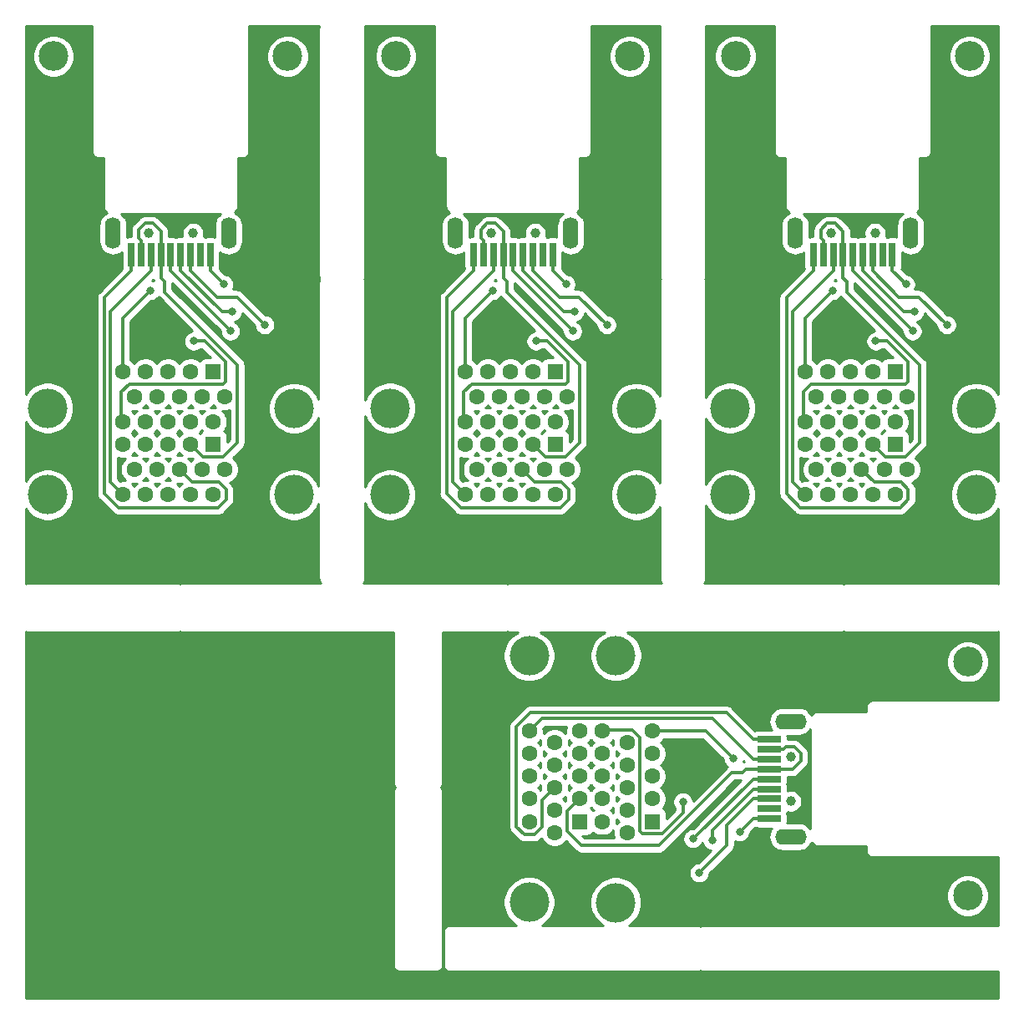
<source format=gbr>
G04 #@! TF.GenerationSoftware,KiCad,Pcbnew,5.1.9-73d0e3b20d~88~ubuntu20.04.1*
G04 #@! TF.CreationDate,2021-06-09T12:04:27-03:00*
G04 #@! TF.ProjectId,adaptador_db15_usb,61646170-7461-4646-9f72-5f646231355f,rev?*
G04 #@! TF.SameCoordinates,Original*
G04 #@! TF.FileFunction,Copper,L2,Bot*
G04 #@! TF.FilePolarity,Positive*
%FSLAX46Y46*%
G04 Gerber Fmt 4.6, Leading zero omitted, Abs format (unit mm)*
G04 Created by KiCad (PCBNEW 5.1.9-73d0e3b20d~88~ubuntu20.04.1) date 2021-06-09 12:04:27*
%MOMM*%
%LPD*%
G01*
G04 APERTURE LIST*
G04 #@! TA.AperFunction,ComponentPad*
%ADD10O,1.600000X3.200000*%
G04 #@! TD*
G04 #@! TA.AperFunction,ComponentPad*
%ADD11C,1.000000*%
G04 #@! TD*
G04 #@! TA.AperFunction,SMDPad,CuDef*
%ADD12R,0.700000X2.350000*%
G04 #@! TD*
G04 #@! TA.AperFunction,ComponentPad*
%ADD13C,4.000000*%
G04 #@! TD*
G04 #@! TA.AperFunction,ComponentPad*
%ADD14C,1.600000*%
G04 #@! TD*
G04 #@! TA.AperFunction,ComponentPad*
%ADD15R,1.600000X1.600000*%
G04 #@! TD*
G04 #@! TA.AperFunction,ComponentPad*
%ADD16O,3.200000X1.600000*%
G04 #@! TD*
G04 #@! TA.AperFunction,SMDPad,CuDef*
%ADD17R,2.350000X0.700000*%
G04 #@! TD*
G04 #@! TA.AperFunction,ViaPad*
%ADD18C,3.010000*%
G04 #@! TD*
G04 #@! TA.AperFunction,ViaPad*
%ADD19C,0.800000*%
G04 #@! TD*
G04 #@! TA.AperFunction,Conductor*
%ADD20C,0.304800*%
G04 #@! TD*
G04 #@! TA.AperFunction,NonConductor*
%ADD21C,0.254000*%
G04 #@! TD*
G04 #@! TA.AperFunction,NonConductor*
%ADD22C,0.100000*%
G04 #@! TD*
G04 APERTURE END LIST*
D10*
X154545000Y-62745000D03*
X166245000Y-62745000D03*
D11*
X158145000Y-62745000D03*
X162645000Y-62745000D03*
D10*
X154545000Y-62745000D03*
X166245000Y-62745000D03*
D12*
X160395000Y-64920000D03*
X159395000Y-64920000D03*
X158395000Y-64920000D03*
X157395000Y-64920000D03*
X156395000Y-64920000D03*
X161395000Y-64920000D03*
X162395000Y-64920000D03*
X163395000Y-64920000D03*
X164395000Y-64920000D03*
D13*
X147910000Y-80470000D03*
X147910000Y-89270000D03*
X172910000Y-80480000D03*
X172900000Y-89270000D03*
D14*
X155540000Y-76800000D03*
X156685000Y-79340000D03*
X157830000Y-81880000D03*
X160120000Y-81880000D03*
D15*
X164700000Y-76800000D03*
D14*
X164700000Y-81880000D03*
X163555000Y-79340000D03*
X161265000Y-79340000D03*
X157830000Y-76800000D03*
X155540000Y-81880000D03*
X165845000Y-79340000D03*
X158975000Y-79340000D03*
X160120000Y-76800000D03*
X162410000Y-81880000D03*
X162410000Y-76800000D03*
X155540000Y-89240000D03*
X157830000Y-89240000D03*
X160120000Y-89240000D03*
X162410000Y-89240000D03*
X164700000Y-89240000D03*
X156685000Y-86700000D03*
X158975000Y-86700000D03*
X161265000Y-86700000D03*
X163555000Y-86700000D03*
X165845000Y-86700000D03*
X155540000Y-84160000D03*
X157830000Y-84160000D03*
X160120000Y-84160000D03*
X162410000Y-84160000D03*
D15*
X164700000Y-84160000D03*
D11*
X188545000Y-120325000D03*
X188545000Y-115825000D03*
D16*
X188545000Y-123925000D03*
X188545000Y-112225000D03*
D17*
X186370000Y-122075000D03*
X186370000Y-121075000D03*
X186370000Y-120075000D03*
X186370000Y-119075000D03*
X186370000Y-114075000D03*
X186370000Y-115075000D03*
X186370000Y-116075000D03*
X186370000Y-117075000D03*
X186370000Y-118075000D03*
D16*
X188545000Y-123925000D03*
X188545000Y-112225000D03*
D15*
X167130000Y-122380000D03*
D14*
X167130000Y-120090000D03*
X167130000Y-117800000D03*
X167130000Y-115510000D03*
X167130000Y-113220000D03*
X164590000Y-123525000D03*
X164590000Y-121235000D03*
X164590000Y-118945000D03*
X164590000Y-116655000D03*
X164590000Y-114365000D03*
X162050000Y-122380000D03*
X162050000Y-120090000D03*
X162050000Y-117800000D03*
X162050000Y-115510000D03*
X162050000Y-113220000D03*
X174490000Y-120090000D03*
X169410000Y-120090000D03*
X174490000Y-117800000D03*
X171950000Y-116655000D03*
X171950000Y-123525000D03*
X169410000Y-113220000D03*
X174490000Y-115510000D03*
X171950000Y-118945000D03*
X171950000Y-121235000D03*
X169410000Y-122380000D03*
D15*
X174490000Y-122380000D03*
D14*
X169410000Y-117800000D03*
X169410000Y-115510000D03*
X171950000Y-114365000D03*
X174490000Y-113220000D03*
D13*
X162020000Y-130580000D03*
X170810000Y-130590000D03*
X162020000Y-105590000D03*
X170820000Y-105590000D03*
D10*
X188995000Y-62745000D03*
X200695000Y-62745000D03*
D11*
X192595000Y-62745000D03*
X197095000Y-62745000D03*
D10*
X188995000Y-62745000D03*
X200695000Y-62745000D03*
D12*
X194845000Y-64920000D03*
X193845000Y-64920000D03*
X192845000Y-64920000D03*
X191845000Y-64920000D03*
X190845000Y-64920000D03*
X195845000Y-64920000D03*
X196845000Y-64920000D03*
X197845000Y-64920000D03*
X198845000Y-64920000D03*
D13*
X182360000Y-80470000D03*
X182360000Y-89270000D03*
X207360000Y-80480000D03*
X207350000Y-89270000D03*
D14*
X189990000Y-76800000D03*
X191135000Y-79340000D03*
X192280000Y-81880000D03*
X194570000Y-81880000D03*
D15*
X199150000Y-76800000D03*
D14*
X199150000Y-81880000D03*
X198005000Y-79340000D03*
X195715000Y-79340000D03*
X192280000Y-76800000D03*
X189990000Y-81880000D03*
X200295000Y-79340000D03*
X193425000Y-79340000D03*
X194570000Y-76800000D03*
X196860000Y-81880000D03*
X196860000Y-76800000D03*
X189990000Y-89240000D03*
X192280000Y-89240000D03*
X194570000Y-89240000D03*
X196860000Y-89240000D03*
X199150000Y-89240000D03*
X191135000Y-86700000D03*
X193425000Y-86700000D03*
X195715000Y-86700000D03*
X198005000Y-86700000D03*
X200295000Y-86700000D03*
X189990000Y-84160000D03*
X192280000Y-84160000D03*
X194570000Y-84160000D03*
X196860000Y-84160000D03*
D15*
X199150000Y-84160000D03*
D11*
X127945000Y-62745000D03*
X123445000Y-62745000D03*
D10*
X131545000Y-62745000D03*
X119845000Y-62745000D03*
D12*
X129695000Y-64920000D03*
X128695000Y-64920000D03*
X127695000Y-64920000D03*
X126695000Y-64920000D03*
X121695000Y-64920000D03*
X122695000Y-64920000D03*
X123695000Y-64920000D03*
X124695000Y-64920000D03*
X125695000Y-64920000D03*
D10*
X131545000Y-62745000D03*
X119845000Y-62745000D03*
D15*
X130000000Y-84160000D03*
D14*
X127710000Y-84160000D03*
X125420000Y-84160000D03*
X123130000Y-84160000D03*
X120840000Y-84160000D03*
X131145000Y-86700000D03*
X128855000Y-86700000D03*
X126565000Y-86700000D03*
X124275000Y-86700000D03*
X121985000Y-86700000D03*
X130000000Y-89240000D03*
X127710000Y-89240000D03*
X125420000Y-89240000D03*
X123130000Y-89240000D03*
X120840000Y-89240000D03*
X127710000Y-76800000D03*
X127710000Y-81880000D03*
X125420000Y-76800000D03*
X124275000Y-79340000D03*
X131145000Y-79340000D03*
X120840000Y-81880000D03*
X123130000Y-76800000D03*
X126565000Y-79340000D03*
X128855000Y-79340000D03*
X130000000Y-81880000D03*
D15*
X130000000Y-76800000D03*
D14*
X125420000Y-81880000D03*
X123130000Y-81880000D03*
X121985000Y-79340000D03*
X120840000Y-76800000D03*
D13*
X138200000Y-89270000D03*
X138210000Y-80480000D03*
X113210000Y-89270000D03*
X113210000Y-80470000D03*
D18*
X113800000Y-44800000D03*
X137530000Y-44800000D03*
X182950000Y-44800000D03*
X206680000Y-44800000D03*
X206490000Y-106180000D03*
X206490000Y-129910000D03*
X148500000Y-44800000D03*
X172230000Y-44800000D03*
D19*
X123627400Y-68551000D03*
X192777400Y-68551000D03*
X182739000Y-116007400D03*
X158327400Y-68551000D03*
X128002800Y-73687600D03*
X197152800Y-73687600D03*
X177602400Y-120382800D03*
X162702800Y-73687600D03*
X131738200Y-72675700D03*
X200888200Y-72675700D03*
X178614300Y-124118200D03*
X166438200Y-72675700D03*
X135204500Y-72041100D03*
X204354500Y-72041100D03*
X179248900Y-127584500D03*
X169904500Y-72041100D03*
X131924300Y-70722600D03*
X201074300Y-70722600D03*
X180567400Y-124304300D03*
X166624300Y-70722600D03*
X131063400Y-67920900D03*
X200213400Y-67920900D03*
X183369100Y-123443400D03*
X165763400Y-67920900D03*
D20*
X120840000Y-76800000D02*
X120840000Y-71338400D01*
X120840000Y-71338400D02*
X123627400Y-68551000D01*
X189990000Y-76800000D02*
X189990000Y-71338400D01*
X189990000Y-71338400D02*
X192777400Y-68551000D01*
X174490000Y-113220000D02*
X179951600Y-113220000D01*
X179951600Y-113220000D02*
X182739000Y-116007400D01*
X155540000Y-76800000D02*
X155540000Y-71338400D01*
X155540000Y-71338400D02*
X158327400Y-68551000D01*
X120840000Y-81880000D02*
X120695500Y-81735500D01*
X120695500Y-81735500D02*
X120695500Y-78840900D01*
X120695500Y-78840900D02*
X121478900Y-78057500D01*
X121478900Y-78057500D02*
X130989500Y-78057500D01*
X130989500Y-78057500D02*
X131257500Y-77789500D01*
X131257500Y-77789500D02*
X131257500Y-75798000D01*
X131257500Y-75798000D02*
X129147100Y-73687600D01*
X129147100Y-73687600D02*
X128002800Y-73687600D01*
X189990000Y-81880000D02*
X189845500Y-81735500D01*
X189845500Y-81735500D02*
X189845500Y-78840900D01*
X200407500Y-75798000D02*
X198297100Y-73687600D01*
X189845500Y-78840900D02*
X190628900Y-78057500D01*
X190628900Y-78057500D02*
X200139500Y-78057500D01*
X200139500Y-78057500D02*
X200407500Y-77789500D01*
X200407500Y-77789500D02*
X200407500Y-75798000D01*
X198297100Y-73687600D02*
X197152800Y-73687600D01*
X177602400Y-121527100D02*
X177602400Y-120382800D01*
X172449100Y-113075500D02*
X173232500Y-113858900D01*
X173232500Y-113858900D02*
X173232500Y-123369500D01*
X173232500Y-123369500D02*
X173500500Y-123637500D01*
X173500500Y-123637500D02*
X175492000Y-123637500D01*
X169410000Y-113220000D02*
X169554500Y-113075500D01*
X169554500Y-113075500D02*
X172449100Y-113075500D01*
X175492000Y-123637500D02*
X177602400Y-121527100D01*
X155395500Y-78840900D02*
X156178900Y-78057500D01*
X156178900Y-78057500D02*
X165689500Y-78057500D01*
X165689500Y-78057500D02*
X165957500Y-77789500D01*
X165957500Y-77789500D02*
X165957500Y-75798000D01*
X155540000Y-81880000D02*
X155395500Y-81735500D01*
X155395500Y-81735500D02*
X155395500Y-78840900D01*
X165957500Y-75798000D02*
X163847100Y-73687600D01*
X163847100Y-73687600D02*
X162702800Y-73687600D01*
X122695000Y-64920000D02*
X122695000Y-63495000D01*
X122695000Y-63495000D02*
X122432500Y-63232500D01*
X122432500Y-63232500D02*
X122432500Y-62391700D01*
X122432500Y-62391700D02*
X123081700Y-61742500D01*
X123081700Y-61742500D02*
X123871300Y-61742500D01*
X123871300Y-61742500D02*
X124695000Y-62566200D01*
X124695000Y-62566200D02*
X124695000Y-64920000D01*
X127710000Y-84160000D02*
X128980000Y-85430000D01*
X128980000Y-85430000D02*
X130979400Y-85430000D01*
X130979400Y-85430000D02*
X132448700Y-83960700D01*
X132448700Y-83960700D02*
X132448700Y-76108200D01*
X132448700Y-76108200D02*
X125042600Y-68702100D01*
X125042600Y-68702100D02*
X125042600Y-67654400D01*
X125042600Y-67654400D02*
X124695000Y-67306800D01*
X124695000Y-67306800D02*
X124695000Y-64920000D01*
X201598700Y-76108200D02*
X194192600Y-68702100D01*
X194192600Y-68702100D02*
X194192600Y-67654400D01*
X194192600Y-67654400D02*
X193845000Y-67306800D01*
X193845000Y-67306800D02*
X193845000Y-64920000D01*
X196860000Y-84160000D02*
X198130000Y-85430000D01*
X198130000Y-85430000D02*
X200129400Y-85430000D01*
X200129400Y-85430000D02*
X201598700Y-83960700D01*
X201598700Y-83960700D02*
X201598700Y-76108200D01*
X191582500Y-63232500D02*
X191582500Y-62391700D01*
X191582500Y-62391700D02*
X192231700Y-61742500D01*
X192231700Y-61742500D02*
X193021300Y-61742500D01*
X193021300Y-61742500D02*
X193845000Y-62566200D01*
X193845000Y-62566200D02*
X193845000Y-64920000D01*
X191845000Y-64920000D02*
X191845000Y-63495000D01*
X191845000Y-63495000D02*
X191582500Y-63232500D01*
X165860000Y-121360000D02*
X165860000Y-123359400D01*
X165860000Y-123359400D02*
X167329300Y-124828700D01*
X167329300Y-124828700D02*
X175181800Y-124828700D01*
X188057500Y-114812500D02*
X188898300Y-114812500D01*
X188898300Y-114812500D02*
X189547500Y-115461700D01*
X189547500Y-115461700D02*
X189547500Y-116251300D01*
X189547500Y-116251300D02*
X188723800Y-117075000D01*
X188723800Y-117075000D02*
X186370000Y-117075000D01*
X186370000Y-115075000D02*
X187795000Y-115075000D01*
X187795000Y-115075000D02*
X188057500Y-114812500D01*
X182587900Y-117422600D02*
X183635600Y-117422600D01*
X183635600Y-117422600D02*
X183983200Y-117075000D01*
X183983200Y-117075000D02*
X186370000Y-117075000D01*
X167130000Y-120090000D02*
X165860000Y-121360000D01*
X175181800Y-124828700D02*
X182587900Y-117422600D01*
X159742600Y-68702100D02*
X159742600Y-67654400D01*
X159742600Y-67654400D02*
X159395000Y-67306800D01*
X159395000Y-67306800D02*
X159395000Y-64920000D01*
X157132500Y-63232500D02*
X157132500Y-62391700D01*
X167148700Y-83960700D02*
X167148700Y-76108200D01*
X165679400Y-85430000D02*
X167148700Y-83960700D01*
X162410000Y-84160000D02*
X163680000Y-85430000D01*
X163680000Y-85430000D02*
X165679400Y-85430000D01*
X167148700Y-76108200D02*
X159742600Y-68702100D01*
X158571300Y-61742500D02*
X159395000Y-62566200D01*
X157781700Y-61742500D02*
X158571300Y-61742500D01*
X157132500Y-62391700D02*
X157781700Y-61742500D01*
X157395000Y-63495000D02*
X157132500Y-63232500D01*
X157395000Y-64920000D02*
X157395000Y-63495000D01*
X159395000Y-62566200D02*
X159395000Y-64920000D01*
X125695000Y-66552500D02*
X131738200Y-72595700D01*
X131738200Y-72595700D02*
X131738200Y-72675700D01*
X125695000Y-64920000D02*
X125695000Y-66552500D01*
X194845000Y-64920000D02*
X194845000Y-66552500D01*
X194845000Y-66552500D02*
X200888200Y-72595700D01*
X200888200Y-72595700D02*
X200888200Y-72675700D01*
X184737500Y-118075000D02*
X178694300Y-124118200D01*
X178694300Y-124118200D02*
X178614300Y-124118200D01*
X186370000Y-118075000D02*
X184737500Y-118075000D01*
X160395000Y-66552500D02*
X166438200Y-72595700D01*
X160395000Y-64920000D02*
X160395000Y-66552500D01*
X166438200Y-72595700D02*
X166438200Y-72675700D01*
X127695000Y-66552500D02*
X130366500Y-69224000D01*
X130366500Y-69224000D02*
X132387400Y-69224000D01*
X132387400Y-69224000D02*
X135204500Y-72041100D01*
X127695000Y-64920000D02*
X127695000Y-66552500D01*
X201537400Y-69224000D02*
X204354500Y-72041100D01*
X196845000Y-64920000D02*
X196845000Y-66552500D01*
X196845000Y-66552500D02*
X199516500Y-69224000D01*
X199516500Y-69224000D02*
X201537400Y-69224000D01*
X182066000Y-124767400D02*
X179248900Y-127584500D01*
X186370000Y-120075000D02*
X184737500Y-120075000D01*
X184737500Y-120075000D02*
X182066000Y-122746500D01*
X182066000Y-122746500D02*
X182066000Y-124767400D01*
X167087400Y-69224000D02*
X169904500Y-72041100D01*
X162395000Y-64920000D02*
X162395000Y-66552500D01*
X162395000Y-66552500D02*
X165066500Y-69224000D01*
X165066500Y-69224000D02*
X167087400Y-69224000D01*
X121695000Y-64920000D02*
X121695000Y-66552500D01*
X121695000Y-66552500D02*
X118961600Y-69285900D01*
X118961600Y-69285900D02*
X118961600Y-89141400D01*
X118961600Y-89141400D02*
X120382500Y-90562300D01*
X120382500Y-90562300D02*
X130514100Y-90562300D01*
X130514100Y-90562300D02*
X131300600Y-89775800D01*
X131300600Y-89775800D02*
X131300600Y-88734400D01*
X131300600Y-88734400D02*
X130548600Y-87982400D01*
X130548600Y-87982400D02*
X127847400Y-87982400D01*
X127847400Y-87982400D02*
X126565000Y-86700000D01*
X200450600Y-89775800D02*
X200450600Y-88734400D01*
X200450600Y-88734400D02*
X199698600Y-87982400D01*
X199698600Y-87982400D02*
X196997400Y-87982400D01*
X196997400Y-87982400D02*
X195715000Y-86700000D01*
X190845000Y-64920000D02*
X190845000Y-66552500D01*
X199664100Y-90562300D02*
X200450600Y-89775800D01*
X190845000Y-66552500D02*
X188111600Y-69285900D01*
X188111600Y-69285900D02*
X188111600Y-89141400D01*
X188111600Y-89141400D02*
X189532500Y-90562300D01*
X189532500Y-90562300D02*
X199664100Y-90562300D01*
X184737500Y-114075000D02*
X182004100Y-111341600D01*
X182004100Y-111341600D02*
X162148600Y-111341600D01*
X162148600Y-111341600D02*
X160727700Y-112762500D01*
X160727700Y-112762500D02*
X160727700Y-122894100D01*
X162555600Y-123680600D02*
X163307600Y-122928600D01*
X163307600Y-122928600D02*
X163307600Y-120227400D01*
X161514200Y-123680600D02*
X162555600Y-123680600D01*
X186370000Y-114075000D02*
X184737500Y-114075000D01*
X160727700Y-122894100D02*
X161514200Y-123680600D01*
X163307600Y-120227400D02*
X164590000Y-118945000D01*
X155082500Y-90562300D02*
X165214100Y-90562300D01*
X153661600Y-69285900D02*
X153661600Y-89141400D01*
X153661600Y-89141400D02*
X155082500Y-90562300D01*
X156395000Y-66552500D02*
X153661600Y-69285900D01*
X166000600Y-88734400D02*
X165248600Y-87982400D01*
X165248600Y-87982400D02*
X162547400Y-87982400D01*
X166000600Y-89775800D02*
X166000600Y-88734400D01*
X156395000Y-64920000D02*
X156395000Y-66552500D01*
X165214100Y-90562300D02*
X166000600Y-89775800D01*
X162547400Y-87982400D02*
X161265000Y-86700000D01*
X126695000Y-66552500D02*
X130865100Y-70722600D01*
X130865100Y-70722600D02*
X131924300Y-70722600D01*
X126695000Y-64920000D02*
X126695000Y-66552500D01*
X195845000Y-66552500D02*
X200015100Y-70722600D01*
X200015100Y-70722600D02*
X201074300Y-70722600D01*
X195845000Y-64920000D02*
X195845000Y-66552500D01*
X184737500Y-119075000D02*
X180567400Y-123245100D01*
X180567400Y-123245100D02*
X180567400Y-124304300D01*
X186370000Y-119075000D02*
X184737500Y-119075000D01*
X161395000Y-66552500D02*
X165565100Y-70722600D01*
X165565100Y-70722600D02*
X166624300Y-70722600D01*
X161395000Y-64920000D02*
X161395000Y-66552500D01*
X129695000Y-66552500D02*
X131063400Y-67920900D01*
X129695000Y-64920000D02*
X129695000Y-66552500D01*
X198845000Y-66552500D02*
X200213400Y-67920900D01*
X198845000Y-64920000D02*
X198845000Y-66552500D01*
X184737500Y-122075000D02*
X183369100Y-123443400D01*
X186370000Y-122075000D02*
X184737500Y-122075000D01*
X164395000Y-66552500D02*
X165763400Y-67920900D01*
X164395000Y-64920000D02*
X164395000Y-66552500D01*
X120840000Y-89240000D02*
X119571600Y-87971600D01*
X119571600Y-87971600D02*
X119571600Y-70675900D01*
X119571600Y-70675900D02*
X123695000Y-66552500D01*
X123695000Y-64920000D02*
X123695000Y-66552500D01*
X189990000Y-89240000D02*
X188721600Y-87971600D01*
X188721600Y-87971600D02*
X188721600Y-70675900D01*
X188721600Y-70675900D02*
X192845000Y-66552500D01*
X192845000Y-64920000D02*
X192845000Y-66552500D01*
X162050000Y-113220000D02*
X163318400Y-111951600D01*
X163318400Y-111951600D02*
X180614100Y-111951600D01*
X180614100Y-111951600D02*
X184737500Y-116075000D01*
X186370000Y-116075000D02*
X184737500Y-116075000D01*
X154271600Y-87971600D02*
X154271600Y-70675900D01*
X154271600Y-70675900D02*
X158395000Y-66552500D01*
X158395000Y-64920000D02*
X158395000Y-66552500D01*
X155540000Y-89240000D02*
X154271600Y-87971600D01*
D21*
X193996980Y-103159128D02*
X194130816Y-103199727D01*
X194270000Y-103213435D01*
X194304877Y-103210000D01*
X209235123Y-103210000D01*
X209270000Y-103213435D01*
X209304877Y-103210000D01*
X209409184Y-103199727D01*
X209543020Y-103159128D01*
X209560001Y-103150052D01*
X209560000Y-110080000D01*
X196904877Y-110080000D01*
X196870000Y-110076565D01*
X196835123Y-110080000D01*
X196730816Y-110090273D01*
X196596980Y-110130872D01*
X196473637Y-110196800D01*
X196365525Y-110285525D01*
X196276800Y-110393637D01*
X196210872Y-110516980D01*
X196170273Y-110650816D01*
X196156565Y-110790000D01*
X196160000Y-110824876D01*
X196160000Y-111230000D01*
X191279877Y-111230000D01*
X191245000Y-111226565D01*
X191210123Y-111230000D01*
X191105816Y-111240273D01*
X190971980Y-111280872D01*
X190848637Y-111346800D01*
X190740525Y-111435525D01*
X190651800Y-111543637D01*
X190629867Y-111584671D01*
X190543932Y-111423899D01*
X190364608Y-111205392D01*
X190146101Y-111026068D01*
X189896808Y-110892818D01*
X189626309Y-110810764D01*
X189415492Y-110790000D01*
X187674508Y-110790000D01*
X187463691Y-110810764D01*
X187193192Y-110892818D01*
X186943899Y-111026068D01*
X186725392Y-111205392D01*
X186546068Y-111423899D01*
X186412818Y-111673192D01*
X186330764Y-111943691D01*
X186303057Y-112225000D01*
X186330764Y-112506309D01*
X186412818Y-112776808D01*
X186546068Y-113026101D01*
X186595987Y-113086928D01*
X185195000Y-113086928D01*
X185070518Y-113099188D01*
X184950820Y-113135498D01*
X184925229Y-113149177D01*
X182588228Y-110812178D01*
X182563569Y-110782131D01*
X182443672Y-110683734D01*
X182306883Y-110610618D01*
X182158457Y-110565594D01*
X182042773Y-110554200D01*
X182042763Y-110554200D01*
X182004100Y-110550392D01*
X181965437Y-110554200D01*
X162187262Y-110554200D01*
X162148599Y-110550392D01*
X162109936Y-110554200D01*
X162109927Y-110554200D01*
X161994243Y-110565594D01*
X161845817Y-110610618D01*
X161709028Y-110683734D01*
X161589131Y-110782131D01*
X161564477Y-110812172D01*
X160198278Y-112178372D01*
X160168231Y-112203031D01*
X160069834Y-112322929D01*
X159996718Y-112459718D01*
X159951694Y-112608144D01*
X159940300Y-112723828D01*
X159940300Y-112723837D01*
X159936492Y-112762500D01*
X159940300Y-112801163D01*
X159940301Y-122855427D01*
X159936492Y-122894100D01*
X159951695Y-123048457D01*
X159996718Y-123196882D01*
X160035427Y-123269300D01*
X160069835Y-123333672D01*
X160168232Y-123453569D01*
X160198273Y-123478223D01*
X160930077Y-124210027D01*
X160954731Y-124240069D01*
X160984770Y-124264721D01*
X161074627Y-124338466D01*
X161130783Y-124368482D01*
X161211417Y-124411582D01*
X161359843Y-124456606D01*
X161475527Y-124468000D01*
X161475537Y-124468000D01*
X161514200Y-124471808D01*
X161552863Y-124468000D01*
X162516937Y-124468000D01*
X162555600Y-124471808D01*
X162594263Y-124468000D01*
X162594273Y-124468000D01*
X162709957Y-124456606D01*
X162858383Y-124411582D01*
X162995172Y-124338466D01*
X163115069Y-124240069D01*
X163139727Y-124210023D01*
X163267563Y-124082188D01*
X163318320Y-124204727D01*
X163475363Y-124439759D01*
X163675241Y-124639637D01*
X163910273Y-124796680D01*
X164171426Y-124904853D01*
X164448665Y-124960000D01*
X164731335Y-124960000D01*
X165008574Y-124904853D01*
X165269727Y-124796680D01*
X165504759Y-124639637D01*
X165704637Y-124439759D01*
X165753572Y-124366522D01*
X166745177Y-125358128D01*
X166769831Y-125388169D01*
X166889728Y-125486566D01*
X167026517Y-125559682D01*
X167174943Y-125604706D01*
X167290627Y-125616100D01*
X167290637Y-125616100D01*
X167329300Y-125619908D01*
X167367963Y-125616100D01*
X175143137Y-125616100D01*
X175181800Y-125619908D01*
X175220463Y-125616100D01*
X175220473Y-125616100D01*
X175336157Y-125604706D01*
X175484583Y-125559682D01*
X175621372Y-125486566D01*
X175741269Y-125388169D01*
X175765928Y-125358122D01*
X182914051Y-118210000D01*
X183488948Y-118210000D01*
X178615750Y-123083200D01*
X178512361Y-123083200D01*
X178312402Y-123122974D01*
X178124044Y-123200995D01*
X177954526Y-123314263D01*
X177810363Y-123458426D01*
X177697095Y-123627944D01*
X177619074Y-123816302D01*
X177579300Y-124016261D01*
X177579300Y-124220139D01*
X177619074Y-124420098D01*
X177697095Y-124608456D01*
X177810363Y-124777974D01*
X177954526Y-124922137D01*
X178124044Y-125035405D01*
X178312402Y-125113426D01*
X178512361Y-125153200D01*
X178716239Y-125153200D01*
X178916198Y-125113426D01*
X179104556Y-125035405D01*
X179274074Y-124922137D01*
X179418237Y-124777974D01*
X179531505Y-124608456D01*
X179559284Y-124541393D01*
X179572174Y-124606198D01*
X179650195Y-124794556D01*
X179763463Y-124964074D01*
X179907626Y-125108237D01*
X180077144Y-125221505D01*
X180265502Y-125299526D01*
X180394637Y-125325212D01*
X179170350Y-126549500D01*
X179146961Y-126549500D01*
X178947002Y-126589274D01*
X178758644Y-126667295D01*
X178589126Y-126780563D01*
X178444963Y-126924726D01*
X178331695Y-127094244D01*
X178253674Y-127282602D01*
X178213900Y-127482561D01*
X178213900Y-127686439D01*
X178253674Y-127886398D01*
X178331695Y-128074756D01*
X178444963Y-128244274D01*
X178589126Y-128388437D01*
X178758644Y-128501705D01*
X178947002Y-128579726D01*
X179146961Y-128619500D01*
X179350839Y-128619500D01*
X179550798Y-128579726D01*
X179739156Y-128501705D01*
X179908674Y-128388437D01*
X180052837Y-128244274D01*
X180166105Y-128074756D01*
X180244126Y-127886398D01*
X180283900Y-127686439D01*
X180283900Y-127663050D01*
X182595428Y-125351523D01*
X182625469Y-125326869D01*
X182723866Y-125206972D01*
X182796982Y-125070183D01*
X182842006Y-124921757D01*
X182853400Y-124806073D01*
X182853400Y-124806064D01*
X182857208Y-124767401D01*
X182853400Y-124728738D01*
X182853400Y-124343604D01*
X182878844Y-124360605D01*
X183067202Y-124438626D01*
X183267161Y-124478400D01*
X183471039Y-124478400D01*
X183670998Y-124438626D01*
X183859356Y-124360605D01*
X184028874Y-124247337D01*
X184173037Y-124103174D01*
X184286305Y-123933656D01*
X184364326Y-123745298D01*
X184404100Y-123545339D01*
X184404100Y-123521950D01*
X184925228Y-123000823D01*
X184950820Y-123014502D01*
X185070518Y-123050812D01*
X185195000Y-123063072D01*
X186595987Y-123063072D01*
X186546068Y-123123899D01*
X186412818Y-123373192D01*
X186330764Y-123643691D01*
X186303057Y-123925000D01*
X186330764Y-124206309D01*
X186412818Y-124476808D01*
X186546068Y-124726101D01*
X186725392Y-124944608D01*
X186943899Y-125123932D01*
X187193192Y-125257182D01*
X187463691Y-125339236D01*
X187674508Y-125360000D01*
X189415492Y-125360000D01*
X189626309Y-125339236D01*
X189896808Y-125257182D01*
X190146101Y-125123932D01*
X190364608Y-124944608D01*
X190543932Y-124726101D01*
X190645902Y-124535329D01*
X190651800Y-124546363D01*
X190740525Y-124654475D01*
X190848637Y-124743200D01*
X190971980Y-124809128D01*
X191105816Y-124849727D01*
X191210123Y-124860000D01*
X191245000Y-124863435D01*
X191279877Y-124860000D01*
X196160000Y-124860000D01*
X196160000Y-125265122D01*
X196156565Y-125300000D01*
X196170273Y-125439184D01*
X196210872Y-125573020D01*
X196276800Y-125696363D01*
X196365525Y-125804475D01*
X196473637Y-125893200D01*
X196596980Y-125959128D01*
X196730816Y-125999727D01*
X196870000Y-126013435D01*
X196904877Y-126010000D01*
X209560001Y-126010000D01*
X209560000Y-132939948D01*
X209543020Y-132930872D01*
X209409184Y-132890273D01*
X209304877Y-132880000D01*
X209270000Y-132876565D01*
X209235123Y-132880000D01*
X179764877Y-132880000D01*
X179730000Y-132876565D01*
X179695123Y-132880000D01*
X179590816Y-132890273D01*
X179456980Y-132930872D01*
X179380000Y-132972019D01*
X179303020Y-132930872D01*
X179169184Y-132890273D01*
X179064877Y-132880000D01*
X179030000Y-132876565D01*
X178995123Y-132880000D01*
X172125648Y-132880000D01*
X172489715Y-132636738D01*
X172856738Y-132269715D01*
X173145107Y-131838141D01*
X173343739Y-131358601D01*
X173445000Y-130849525D01*
X173445000Y-130330475D01*
X173343739Y-129821399D01*
X173293135Y-129699228D01*
X204350000Y-129699228D01*
X204350000Y-130120772D01*
X204432239Y-130534215D01*
X204593556Y-130923670D01*
X204827753Y-131274171D01*
X205125829Y-131572247D01*
X205476330Y-131806444D01*
X205865785Y-131967761D01*
X206279228Y-132050000D01*
X206700772Y-132050000D01*
X207114215Y-131967761D01*
X207503670Y-131806444D01*
X207854171Y-131572247D01*
X208152247Y-131274171D01*
X208386444Y-130923670D01*
X208547761Y-130534215D01*
X208630000Y-130120772D01*
X208630000Y-129699228D01*
X208547761Y-129285785D01*
X208386444Y-128896330D01*
X208152247Y-128545829D01*
X207854171Y-128247753D01*
X207503670Y-128013556D01*
X207114215Y-127852239D01*
X206700772Y-127770000D01*
X206279228Y-127770000D01*
X205865785Y-127852239D01*
X205476330Y-128013556D01*
X205125829Y-128247753D01*
X204827753Y-128545829D01*
X204593556Y-128896330D01*
X204432239Y-129285785D01*
X204350000Y-129699228D01*
X173293135Y-129699228D01*
X173145107Y-129341859D01*
X172856738Y-128910285D01*
X172489715Y-128543262D01*
X172058141Y-128254893D01*
X171578601Y-128056261D01*
X171069525Y-127955000D01*
X170550475Y-127955000D01*
X170041399Y-128056261D01*
X169561859Y-128254893D01*
X169130285Y-128543262D01*
X168763262Y-128910285D01*
X168474893Y-129341859D01*
X168276261Y-129821399D01*
X168175000Y-130330475D01*
X168175000Y-130849525D01*
X168276261Y-131358601D01*
X168474893Y-131838141D01*
X168763262Y-132269715D01*
X169130285Y-132636738D01*
X169494352Y-132880000D01*
X163320682Y-132880000D01*
X163699715Y-132626738D01*
X164066738Y-132259715D01*
X164355107Y-131828141D01*
X164553739Y-131348601D01*
X164655000Y-130839525D01*
X164655000Y-130320475D01*
X164553739Y-129811399D01*
X164355107Y-129331859D01*
X164066738Y-128900285D01*
X163699715Y-128533262D01*
X163268141Y-128244893D01*
X162788601Y-128046261D01*
X162279525Y-127945000D01*
X161760475Y-127945000D01*
X161251399Y-128046261D01*
X160771859Y-128244893D01*
X160340285Y-128533262D01*
X159973262Y-128900285D01*
X159684893Y-129331859D01*
X159486261Y-129811399D01*
X159385000Y-130320475D01*
X159385000Y-130839525D01*
X159486261Y-131348601D01*
X159684893Y-131828141D01*
X159973262Y-132259715D01*
X160340285Y-132626738D01*
X160719318Y-132880000D01*
X154064877Y-132880000D01*
X154030000Y-132876565D01*
X153995123Y-132880000D01*
X153890816Y-132890273D01*
X153756980Y-132930872D01*
X153633637Y-132996800D01*
X153525525Y-133085525D01*
X153436800Y-133193637D01*
X153370872Y-133316980D01*
X153330273Y-133450816D01*
X153316565Y-133590000D01*
X153320001Y-133624887D01*
X153320000Y-136855123D01*
X153316565Y-136890000D01*
X153330273Y-137029184D01*
X153370872Y-137163020D01*
X153436800Y-137286363D01*
X153525525Y-137394475D01*
X153633637Y-137483200D01*
X153756980Y-137549128D01*
X153890816Y-137589727D01*
X154030000Y-137603435D01*
X154064877Y-137600000D01*
X178995123Y-137600000D01*
X179030000Y-137603435D01*
X179064877Y-137600000D01*
X179169184Y-137589727D01*
X179303020Y-137549128D01*
X179380000Y-137507981D01*
X179456980Y-137549128D01*
X179590816Y-137589727D01*
X179730000Y-137603435D01*
X179764877Y-137600000D01*
X209235123Y-137600000D01*
X209270000Y-137603435D01*
X209304877Y-137600000D01*
X209409184Y-137589727D01*
X209543020Y-137549128D01*
X209560001Y-137540052D01*
X209560001Y-140310000D01*
X110980000Y-140310000D01*
X110980000Y-103150052D01*
X110996980Y-103159128D01*
X111130816Y-103199727D01*
X111270000Y-103213435D01*
X111304877Y-103210000D01*
X126235123Y-103210000D01*
X126270000Y-103213435D01*
X126304877Y-103210000D01*
X126409184Y-103199727D01*
X126543020Y-103159128D01*
X126620000Y-103117981D01*
X126696980Y-103159128D01*
X126830816Y-103199727D01*
X126970000Y-103213435D01*
X127004877Y-103210000D01*
X148275688Y-103210000D01*
X148260273Y-103260816D01*
X148246565Y-103400000D01*
X148250001Y-103434887D01*
X148250000Y-118365123D01*
X148246565Y-118400000D01*
X148260273Y-118539184D01*
X148300872Y-118673020D01*
X148366800Y-118796363D01*
X148455525Y-118904475D01*
X148456165Y-118905000D01*
X148455525Y-118905525D01*
X148366800Y-119013637D01*
X148300872Y-119136980D01*
X148260273Y-119270816D01*
X148246565Y-119410000D01*
X148250001Y-119444887D01*
X148250000Y-136855123D01*
X148246565Y-136890000D01*
X148260273Y-137029184D01*
X148300872Y-137163020D01*
X148366800Y-137286363D01*
X148455525Y-137394475D01*
X148563637Y-137483200D01*
X148686980Y-137549128D01*
X148820816Y-137589727D01*
X148960000Y-137603435D01*
X148994877Y-137600000D01*
X152525123Y-137600000D01*
X152560000Y-137603435D01*
X152594877Y-137600000D01*
X152699184Y-137589727D01*
X152833020Y-137549128D01*
X152956363Y-137483200D01*
X153064475Y-137394475D01*
X153153200Y-137286363D01*
X153219128Y-137163020D01*
X153259727Y-137029184D01*
X153273435Y-136890000D01*
X153270000Y-136855123D01*
X153270000Y-119444877D01*
X153273435Y-119410000D01*
X153259727Y-119270816D01*
X153219128Y-119136980D01*
X153153200Y-119013637D01*
X153064475Y-118905525D01*
X153063835Y-118905000D01*
X153064475Y-118904475D01*
X153153200Y-118796363D01*
X153219128Y-118673020D01*
X153259727Y-118539184D01*
X153273435Y-118400000D01*
X153270000Y-118365123D01*
X153270000Y-103434877D01*
X153273435Y-103400000D01*
X153259727Y-103260816D01*
X153244312Y-103210000D01*
X159435123Y-103210000D01*
X159470000Y-103213435D01*
X159504877Y-103210000D01*
X159609184Y-103199727D01*
X159743020Y-103159128D01*
X159820000Y-103117981D01*
X159896980Y-103159128D01*
X160030816Y-103199727D01*
X160170000Y-103213435D01*
X160204877Y-103210000D01*
X160880240Y-103210000D01*
X160771859Y-103254893D01*
X160340285Y-103543262D01*
X159973262Y-103910285D01*
X159684893Y-104341859D01*
X159486261Y-104821399D01*
X159385000Y-105330475D01*
X159385000Y-105849525D01*
X159486261Y-106358601D01*
X159684893Y-106838141D01*
X159973262Y-107269715D01*
X160340285Y-107636738D01*
X160771859Y-107925107D01*
X161251399Y-108123739D01*
X161760475Y-108225000D01*
X162279525Y-108225000D01*
X162788601Y-108123739D01*
X163268141Y-107925107D01*
X163699715Y-107636738D01*
X164066738Y-107269715D01*
X164355107Y-106838141D01*
X164553739Y-106358601D01*
X164655000Y-105849525D01*
X164655000Y-105330475D01*
X164553739Y-104821399D01*
X164355107Y-104341859D01*
X164066738Y-103910285D01*
X163699715Y-103543262D01*
X163268141Y-103254893D01*
X163159760Y-103210000D01*
X169680240Y-103210000D01*
X169571859Y-103254893D01*
X169140285Y-103543262D01*
X168773262Y-103910285D01*
X168484893Y-104341859D01*
X168286261Y-104821399D01*
X168185000Y-105330475D01*
X168185000Y-105849525D01*
X168286261Y-106358601D01*
X168484893Y-106838141D01*
X168773262Y-107269715D01*
X169140285Y-107636738D01*
X169571859Y-107925107D01*
X170051399Y-108123739D01*
X170560475Y-108225000D01*
X171079525Y-108225000D01*
X171588601Y-108123739D01*
X172068141Y-107925107D01*
X172499715Y-107636738D01*
X172866738Y-107269715D01*
X173155107Y-106838141D01*
X173353739Y-106358601D01*
X173431189Y-105969228D01*
X204350000Y-105969228D01*
X204350000Y-106390772D01*
X204432239Y-106804215D01*
X204593556Y-107193670D01*
X204827753Y-107544171D01*
X205125829Y-107842247D01*
X205476330Y-108076444D01*
X205865785Y-108237761D01*
X206279228Y-108320000D01*
X206700772Y-108320000D01*
X207114215Y-108237761D01*
X207503670Y-108076444D01*
X207854171Y-107842247D01*
X208152247Y-107544171D01*
X208386444Y-107193670D01*
X208547761Y-106804215D01*
X208630000Y-106390772D01*
X208630000Y-105969228D01*
X208547761Y-105555785D01*
X208386444Y-105166330D01*
X208152247Y-104815829D01*
X207854171Y-104517753D01*
X207503670Y-104283556D01*
X207114215Y-104122239D01*
X206700772Y-104040000D01*
X206279228Y-104040000D01*
X205865785Y-104122239D01*
X205476330Y-104283556D01*
X205125829Y-104517753D01*
X204827753Y-104815829D01*
X204593556Y-105166330D01*
X204432239Y-105555785D01*
X204350000Y-105969228D01*
X173431189Y-105969228D01*
X173455000Y-105849525D01*
X173455000Y-105330475D01*
X173353739Y-104821399D01*
X173155107Y-104341859D01*
X172866738Y-103910285D01*
X172499715Y-103543262D01*
X172068141Y-103254893D01*
X171959760Y-103210000D01*
X193535123Y-103210000D01*
X193570000Y-103213435D01*
X193604877Y-103210000D01*
X193709184Y-103199727D01*
X193843020Y-103159128D01*
X193920000Y-103117981D01*
X193996980Y-103159128D01*
G04 #@! TA.AperFunction,NonConductor*
D22*
G36*
X193996980Y-103159128D02*
G01*
X194130816Y-103199727D01*
X194270000Y-103213435D01*
X194304877Y-103210000D01*
X209235123Y-103210000D01*
X209270000Y-103213435D01*
X209304877Y-103210000D01*
X209409184Y-103199727D01*
X209543020Y-103159128D01*
X209560001Y-103150052D01*
X209560000Y-110080000D01*
X196904877Y-110080000D01*
X196870000Y-110076565D01*
X196835123Y-110080000D01*
X196730816Y-110090273D01*
X196596980Y-110130872D01*
X196473637Y-110196800D01*
X196365525Y-110285525D01*
X196276800Y-110393637D01*
X196210872Y-110516980D01*
X196170273Y-110650816D01*
X196156565Y-110790000D01*
X196160000Y-110824876D01*
X196160000Y-111230000D01*
X191279877Y-111230000D01*
X191245000Y-111226565D01*
X191210123Y-111230000D01*
X191105816Y-111240273D01*
X190971980Y-111280872D01*
X190848637Y-111346800D01*
X190740525Y-111435525D01*
X190651800Y-111543637D01*
X190629867Y-111584671D01*
X190543932Y-111423899D01*
X190364608Y-111205392D01*
X190146101Y-111026068D01*
X189896808Y-110892818D01*
X189626309Y-110810764D01*
X189415492Y-110790000D01*
X187674508Y-110790000D01*
X187463691Y-110810764D01*
X187193192Y-110892818D01*
X186943899Y-111026068D01*
X186725392Y-111205392D01*
X186546068Y-111423899D01*
X186412818Y-111673192D01*
X186330764Y-111943691D01*
X186303057Y-112225000D01*
X186330764Y-112506309D01*
X186412818Y-112776808D01*
X186546068Y-113026101D01*
X186595987Y-113086928D01*
X185195000Y-113086928D01*
X185070518Y-113099188D01*
X184950820Y-113135498D01*
X184925229Y-113149177D01*
X182588228Y-110812178D01*
X182563569Y-110782131D01*
X182443672Y-110683734D01*
X182306883Y-110610618D01*
X182158457Y-110565594D01*
X182042773Y-110554200D01*
X182042763Y-110554200D01*
X182004100Y-110550392D01*
X181965437Y-110554200D01*
X162187262Y-110554200D01*
X162148599Y-110550392D01*
X162109936Y-110554200D01*
X162109927Y-110554200D01*
X161994243Y-110565594D01*
X161845817Y-110610618D01*
X161709028Y-110683734D01*
X161589131Y-110782131D01*
X161564477Y-110812172D01*
X160198278Y-112178372D01*
X160168231Y-112203031D01*
X160069834Y-112322929D01*
X159996718Y-112459718D01*
X159951694Y-112608144D01*
X159940300Y-112723828D01*
X159940300Y-112723837D01*
X159936492Y-112762500D01*
X159940300Y-112801163D01*
X159940301Y-122855427D01*
X159936492Y-122894100D01*
X159951695Y-123048457D01*
X159996718Y-123196882D01*
X160035427Y-123269300D01*
X160069835Y-123333672D01*
X160168232Y-123453569D01*
X160198273Y-123478223D01*
X160930077Y-124210027D01*
X160954731Y-124240069D01*
X160984770Y-124264721D01*
X161074627Y-124338466D01*
X161130783Y-124368482D01*
X161211417Y-124411582D01*
X161359843Y-124456606D01*
X161475527Y-124468000D01*
X161475537Y-124468000D01*
X161514200Y-124471808D01*
X161552863Y-124468000D01*
X162516937Y-124468000D01*
X162555600Y-124471808D01*
X162594263Y-124468000D01*
X162594273Y-124468000D01*
X162709957Y-124456606D01*
X162858383Y-124411582D01*
X162995172Y-124338466D01*
X163115069Y-124240069D01*
X163139727Y-124210023D01*
X163267563Y-124082188D01*
X163318320Y-124204727D01*
X163475363Y-124439759D01*
X163675241Y-124639637D01*
X163910273Y-124796680D01*
X164171426Y-124904853D01*
X164448665Y-124960000D01*
X164731335Y-124960000D01*
X165008574Y-124904853D01*
X165269727Y-124796680D01*
X165504759Y-124639637D01*
X165704637Y-124439759D01*
X165753572Y-124366522D01*
X166745177Y-125358128D01*
X166769831Y-125388169D01*
X166889728Y-125486566D01*
X167026517Y-125559682D01*
X167174943Y-125604706D01*
X167290627Y-125616100D01*
X167290637Y-125616100D01*
X167329300Y-125619908D01*
X167367963Y-125616100D01*
X175143137Y-125616100D01*
X175181800Y-125619908D01*
X175220463Y-125616100D01*
X175220473Y-125616100D01*
X175336157Y-125604706D01*
X175484583Y-125559682D01*
X175621372Y-125486566D01*
X175741269Y-125388169D01*
X175765928Y-125358122D01*
X182914051Y-118210000D01*
X183488948Y-118210000D01*
X178615750Y-123083200D01*
X178512361Y-123083200D01*
X178312402Y-123122974D01*
X178124044Y-123200995D01*
X177954526Y-123314263D01*
X177810363Y-123458426D01*
X177697095Y-123627944D01*
X177619074Y-123816302D01*
X177579300Y-124016261D01*
X177579300Y-124220139D01*
X177619074Y-124420098D01*
X177697095Y-124608456D01*
X177810363Y-124777974D01*
X177954526Y-124922137D01*
X178124044Y-125035405D01*
X178312402Y-125113426D01*
X178512361Y-125153200D01*
X178716239Y-125153200D01*
X178916198Y-125113426D01*
X179104556Y-125035405D01*
X179274074Y-124922137D01*
X179418237Y-124777974D01*
X179531505Y-124608456D01*
X179559284Y-124541393D01*
X179572174Y-124606198D01*
X179650195Y-124794556D01*
X179763463Y-124964074D01*
X179907626Y-125108237D01*
X180077144Y-125221505D01*
X180265502Y-125299526D01*
X180394637Y-125325212D01*
X179170350Y-126549500D01*
X179146961Y-126549500D01*
X178947002Y-126589274D01*
X178758644Y-126667295D01*
X178589126Y-126780563D01*
X178444963Y-126924726D01*
X178331695Y-127094244D01*
X178253674Y-127282602D01*
X178213900Y-127482561D01*
X178213900Y-127686439D01*
X178253674Y-127886398D01*
X178331695Y-128074756D01*
X178444963Y-128244274D01*
X178589126Y-128388437D01*
X178758644Y-128501705D01*
X178947002Y-128579726D01*
X179146961Y-128619500D01*
X179350839Y-128619500D01*
X179550798Y-128579726D01*
X179739156Y-128501705D01*
X179908674Y-128388437D01*
X180052837Y-128244274D01*
X180166105Y-128074756D01*
X180244126Y-127886398D01*
X180283900Y-127686439D01*
X180283900Y-127663050D01*
X182595428Y-125351523D01*
X182625469Y-125326869D01*
X182723866Y-125206972D01*
X182796982Y-125070183D01*
X182842006Y-124921757D01*
X182853400Y-124806073D01*
X182853400Y-124806064D01*
X182857208Y-124767401D01*
X182853400Y-124728738D01*
X182853400Y-124343604D01*
X182878844Y-124360605D01*
X183067202Y-124438626D01*
X183267161Y-124478400D01*
X183471039Y-124478400D01*
X183670998Y-124438626D01*
X183859356Y-124360605D01*
X184028874Y-124247337D01*
X184173037Y-124103174D01*
X184286305Y-123933656D01*
X184364326Y-123745298D01*
X184404100Y-123545339D01*
X184404100Y-123521950D01*
X184925228Y-123000823D01*
X184950820Y-123014502D01*
X185070518Y-123050812D01*
X185195000Y-123063072D01*
X186595987Y-123063072D01*
X186546068Y-123123899D01*
X186412818Y-123373192D01*
X186330764Y-123643691D01*
X186303057Y-123925000D01*
X186330764Y-124206309D01*
X186412818Y-124476808D01*
X186546068Y-124726101D01*
X186725392Y-124944608D01*
X186943899Y-125123932D01*
X187193192Y-125257182D01*
X187463691Y-125339236D01*
X187674508Y-125360000D01*
X189415492Y-125360000D01*
X189626309Y-125339236D01*
X189896808Y-125257182D01*
X190146101Y-125123932D01*
X190364608Y-124944608D01*
X190543932Y-124726101D01*
X190645902Y-124535329D01*
X190651800Y-124546363D01*
X190740525Y-124654475D01*
X190848637Y-124743200D01*
X190971980Y-124809128D01*
X191105816Y-124849727D01*
X191210123Y-124860000D01*
X191245000Y-124863435D01*
X191279877Y-124860000D01*
X196160000Y-124860000D01*
X196160000Y-125265122D01*
X196156565Y-125300000D01*
X196170273Y-125439184D01*
X196210872Y-125573020D01*
X196276800Y-125696363D01*
X196365525Y-125804475D01*
X196473637Y-125893200D01*
X196596980Y-125959128D01*
X196730816Y-125999727D01*
X196870000Y-126013435D01*
X196904877Y-126010000D01*
X209560001Y-126010000D01*
X209560000Y-132939948D01*
X209543020Y-132930872D01*
X209409184Y-132890273D01*
X209304877Y-132880000D01*
X209270000Y-132876565D01*
X209235123Y-132880000D01*
X179764877Y-132880000D01*
X179730000Y-132876565D01*
X179695123Y-132880000D01*
X179590816Y-132890273D01*
X179456980Y-132930872D01*
X179380000Y-132972019D01*
X179303020Y-132930872D01*
X179169184Y-132890273D01*
X179064877Y-132880000D01*
X179030000Y-132876565D01*
X178995123Y-132880000D01*
X172125648Y-132880000D01*
X172489715Y-132636738D01*
X172856738Y-132269715D01*
X173145107Y-131838141D01*
X173343739Y-131358601D01*
X173445000Y-130849525D01*
X173445000Y-130330475D01*
X173343739Y-129821399D01*
X173293135Y-129699228D01*
X204350000Y-129699228D01*
X204350000Y-130120772D01*
X204432239Y-130534215D01*
X204593556Y-130923670D01*
X204827753Y-131274171D01*
X205125829Y-131572247D01*
X205476330Y-131806444D01*
X205865785Y-131967761D01*
X206279228Y-132050000D01*
X206700772Y-132050000D01*
X207114215Y-131967761D01*
X207503670Y-131806444D01*
X207854171Y-131572247D01*
X208152247Y-131274171D01*
X208386444Y-130923670D01*
X208547761Y-130534215D01*
X208630000Y-130120772D01*
X208630000Y-129699228D01*
X208547761Y-129285785D01*
X208386444Y-128896330D01*
X208152247Y-128545829D01*
X207854171Y-128247753D01*
X207503670Y-128013556D01*
X207114215Y-127852239D01*
X206700772Y-127770000D01*
X206279228Y-127770000D01*
X205865785Y-127852239D01*
X205476330Y-128013556D01*
X205125829Y-128247753D01*
X204827753Y-128545829D01*
X204593556Y-128896330D01*
X204432239Y-129285785D01*
X204350000Y-129699228D01*
X173293135Y-129699228D01*
X173145107Y-129341859D01*
X172856738Y-128910285D01*
X172489715Y-128543262D01*
X172058141Y-128254893D01*
X171578601Y-128056261D01*
X171069525Y-127955000D01*
X170550475Y-127955000D01*
X170041399Y-128056261D01*
X169561859Y-128254893D01*
X169130285Y-128543262D01*
X168763262Y-128910285D01*
X168474893Y-129341859D01*
X168276261Y-129821399D01*
X168175000Y-130330475D01*
X168175000Y-130849525D01*
X168276261Y-131358601D01*
X168474893Y-131838141D01*
X168763262Y-132269715D01*
X169130285Y-132636738D01*
X169494352Y-132880000D01*
X163320682Y-132880000D01*
X163699715Y-132626738D01*
X164066738Y-132259715D01*
X164355107Y-131828141D01*
X164553739Y-131348601D01*
X164655000Y-130839525D01*
X164655000Y-130320475D01*
X164553739Y-129811399D01*
X164355107Y-129331859D01*
X164066738Y-128900285D01*
X163699715Y-128533262D01*
X163268141Y-128244893D01*
X162788601Y-128046261D01*
X162279525Y-127945000D01*
X161760475Y-127945000D01*
X161251399Y-128046261D01*
X160771859Y-128244893D01*
X160340285Y-128533262D01*
X159973262Y-128900285D01*
X159684893Y-129331859D01*
X159486261Y-129811399D01*
X159385000Y-130320475D01*
X159385000Y-130839525D01*
X159486261Y-131348601D01*
X159684893Y-131828141D01*
X159973262Y-132259715D01*
X160340285Y-132626738D01*
X160719318Y-132880000D01*
X154064877Y-132880000D01*
X154030000Y-132876565D01*
X153995123Y-132880000D01*
X153890816Y-132890273D01*
X153756980Y-132930872D01*
X153633637Y-132996800D01*
X153525525Y-133085525D01*
X153436800Y-133193637D01*
X153370872Y-133316980D01*
X153330273Y-133450816D01*
X153316565Y-133590000D01*
X153320001Y-133624887D01*
X153320000Y-136855123D01*
X153316565Y-136890000D01*
X153330273Y-137029184D01*
X153370872Y-137163020D01*
X153436800Y-137286363D01*
X153525525Y-137394475D01*
X153633637Y-137483200D01*
X153756980Y-137549128D01*
X153890816Y-137589727D01*
X154030000Y-137603435D01*
X154064877Y-137600000D01*
X178995123Y-137600000D01*
X179030000Y-137603435D01*
X179064877Y-137600000D01*
X179169184Y-137589727D01*
X179303020Y-137549128D01*
X179380000Y-137507981D01*
X179456980Y-137549128D01*
X179590816Y-137589727D01*
X179730000Y-137603435D01*
X179764877Y-137600000D01*
X209235123Y-137600000D01*
X209270000Y-137603435D01*
X209304877Y-137600000D01*
X209409184Y-137589727D01*
X209543020Y-137549128D01*
X209560001Y-137540052D01*
X209560001Y-140310000D01*
X110980000Y-140310000D01*
X110980000Y-103150052D01*
X110996980Y-103159128D01*
X111130816Y-103199727D01*
X111270000Y-103213435D01*
X111304877Y-103210000D01*
X126235123Y-103210000D01*
X126270000Y-103213435D01*
X126304877Y-103210000D01*
X126409184Y-103199727D01*
X126543020Y-103159128D01*
X126620000Y-103117981D01*
X126696980Y-103159128D01*
X126830816Y-103199727D01*
X126970000Y-103213435D01*
X127004877Y-103210000D01*
X148275688Y-103210000D01*
X148260273Y-103260816D01*
X148246565Y-103400000D01*
X148250001Y-103434887D01*
X148250000Y-118365123D01*
X148246565Y-118400000D01*
X148260273Y-118539184D01*
X148300872Y-118673020D01*
X148366800Y-118796363D01*
X148455525Y-118904475D01*
X148456165Y-118905000D01*
X148455525Y-118905525D01*
X148366800Y-119013637D01*
X148300872Y-119136980D01*
X148260273Y-119270816D01*
X148246565Y-119410000D01*
X148250001Y-119444887D01*
X148250000Y-136855123D01*
X148246565Y-136890000D01*
X148260273Y-137029184D01*
X148300872Y-137163020D01*
X148366800Y-137286363D01*
X148455525Y-137394475D01*
X148563637Y-137483200D01*
X148686980Y-137549128D01*
X148820816Y-137589727D01*
X148960000Y-137603435D01*
X148994877Y-137600000D01*
X152525123Y-137600000D01*
X152560000Y-137603435D01*
X152594877Y-137600000D01*
X152699184Y-137589727D01*
X152833020Y-137549128D01*
X152956363Y-137483200D01*
X153064475Y-137394475D01*
X153153200Y-137286363D01*
X153219128Y-137163020D01*
X153259727Y-137029184D01*
X153273435Y-136890000D01*
X153270000Y-136855123D01*
X153270000Y-119444877D01*
X153273435Y-119410000D01*
X153259727Y-119270816D01*
X153219128Y-119136980D01*
X153153200Y-119013637D01*
X153064475Y-118905525D01*
X153063835Y-118905000D01*
X153064475Y-118904475D01*
X153153200Y-118796363D01*
X153219128Y-118673020D01*
X153259727Y-118539184D01*
X153273435Y-118400000D01*
X153270000Y-118365123D01*
X153270000Y-103434877D01*
X153273435Y-103400000D01*
X153259727Y-103260816D01*
X153244312Y-103210000D01*
X159435123Y-103210000D01*
X159470000Y-103213435D01*
X159504877Y-103210000D01*
X159609184Y-103199727D01*
X159743020Y-103159128D01*
X159820000Y-103117981D01*
X159896980Y-103159128D01*
X160030816Y-103199727D01*
X160170000Y-103213435D01*
X160204877Y-103210000D01*
X160880240Y-103210000D01*
X160771859Y-103254893D01*
X160340285Y-103543262D01*
X159973262Y-103910285D01*
X159684893Y-104341859D01*
X159486261Y-104821399D01*
X159385000Y-105330475D01*
X159385000Y-105849525D01*
X159486261Y-106358601D01*
X159684893Y-106838141D01*
X159973262Y-107269715D01*
X160340285Y-107636738D01*
X160771859Y-107925107D01*
X161251399Y-108123739D01*
X161760475Y-108225000D01*
X162279525Y-108225000D01*
X162788601Y-108123739D01*
X163268141Y-107925107D01*
X163699715Y-107636738D01*
X164066738Y-107269715D01*
X164355107Y-106838141D01*
X164553739Y-106358601D01*
X164655000Y-105849525D01*
X164655000Y-105330475D01*
X164553739Y-104821399D01*
X164355107Y-104341859D01*
X164066738Y-103910285D01*
X163699715Y-103543262D01*
X163268141Y-103254893D01*
X163159760Y-103210000D01*
X169680240Y-103210000D01*
X169571859Y-103254893D01*
X169140285Y-103543262D01*
X168773262Y-103910285D01*
X168484893Y-104341859D01*
X168286261Y-104821399D01*
X168185000Y-105330475D01*
X168185000Y-105849525D01*
X168286261Y-106358601D01*
X168484893Y-106838141D01*
X168773262Y-107269715D01*
X169140285Y-107636738D01*
X169571859Y-107925107D01*
X170051399Y-108123739D01*
X170560475Y-108225000D01*
X171079525Y-108225000D01*
X171588601Y-108123739D01*
X172068141Y-107925107D01*
X172499715Y-107636738D01*
X172866738Y-107269715D01*
X173155107Y-106838141D01*
X173353739Y-106358601D01*
X173431189Y-105969228D01*
X204350000Y-105969228D01*
X204350000Y-106390772D01*
X204432239Y-106804215D01*
X204593556Y-107193670D01*
X204827753Y-107544171D01*
X205125829Y-107842247D01*
X205476330Y-108076444D01*
X205865785Y-108237761D01*
X206279228Y-108320000D01*
X206700772Y-108320000D01*
X207114215Y-108237761D01*
X207503670Y-108076444D01*
X207854171Y-107842247D01*
X208152247Y-107544171D01*
X208386444Y-107193670D01*
X208547761Y-106804215D01*
X208630000Y-106390772D01*
X208630000Y-105969228D01*
X208547761Y-105555785D01*
X208386444Y-105166330D01*
X208152247Y-104815829D01*
X207854171Y-104517753D01*
X207503670Y-104283556D01*
X207114215Y-104122239D01*
X206700772Y-104040000D01*
X206279228Y-104040000D01*
X205865785Y-104122239D01*
X205476330Y-104283556D01*
X205125829Y-104517753D01*
X204827753Y-104815829D01*
X204593556Y-105166330D01*
X204432239Y-105555785D01*
X204350000Y-105969228D01*
X173431189Y-105969228D01*
X173455000Y-105849525D01*
X173455000Y-105330475D01*
X173353739Y-104821399D01*
X173155107Y-104341859D01*
X172866738Y-103910285D01*
X172499715Y-103543262D01*
X172068141Y-103254893D01*
X171959760Y-103210000D01*
X193535123Y-103210000D01*
X193570000Y-103213435D01*
X193604877Y-103210000D01*
X193709184Y-103199727D01*
X193843020Y-103159128D01*
X193920000Y-103117981D01*
X193996980Y-103159128D01*
G37*
G04 #@! TD.AperFunction*
D21*
X170515000Y-123383665D02*
X170515000Y-123666335D01*
X170570147Y-123943574D01*
X170610626Y-124041300D01*
X167655451Y-124041300D01*
X167432223Y-123818072D01*
X167930000Y-123818072D01*
X168054482Y-123805812D01*
X168174180Y-123769502D01*
X168284494Y-123710537D01*
X168381185Y-123631185D01*
X168460537Y-123534494D01*
X168486509Y-123485905D01*
X168495241Y-123494637D01*
X168730273Y-123651680D01*
X168991426Y-123759853D01*
X169268665Y-123815000D01*
X169551335Y-123815000D01*
X169828574Y-123759853D01*
X170089727Y-123651680D01*
X170324759Y-123494637D01*
X170524637Y-123294759D01*
X170536096Y-123277609D01*
X170515000Y-123383665D01*
G04 #@! TA.AperFunction,NonConductor*
D22*
G36*
X170515000Y-123383665D02*
G01*
X170515000Y-123666335D01*
X170570147Y-123943574D01*
X170610626Y-124041300D01*
X167655451Y-124041300D01*
X167432223Y-123818072D01*
X167930000Y-123818072D01*
X168054482Y-123805812D01*
X168174180Y-123769502D01*
X168284494Y-123710537D01*
X168381185Y-123631185D01*
X168460537Y-123534494D01*
X168486509Y-123485905D01*
X168495241Y-123494637D01*
X168730273Y-123651680D01*
X168991426Y-123759853D01*
X169268665Y-123815000D01*
X169551335Y-123815000D01*
X169828574Y-123759853D01*
X170089727Y-123651680D01*
X170324759Y-123494637D01*
X170524637Y-123294759D01*
X170536096Y-123277609D01*
X170515000Y-123383665D01*
G37*
G04 #@! TD.AperFunction*
D21*
X190535001Y-123113016D02*
X190364608Y-122905392D01*
X190146101Y-122726068D01*
X189896808Y-122592818D01*
X189626309Y-122510764D01*
X189415492Y-122490000D01*
X188176670Y-122490000D01*
X188183072Y-122425000D01*
X188183072Y-121725000D01*
X188170812Y-121600518D01*
X188163071Y-121575000D01*
X188170812Y-121549482D01*
X188183072Y-121425000D01*
X188183072Y-121403600D01*
X188213933Y-121416383D01*
X188433212Y-121460000D01*
X188656788Y-121460000D01*
X188876067Y-121416383D01*
X189082624Y-121330824D01*
X189268520Y-121206612D01*
X189426612Y-121048520D01*
X189550824Y-120862624D01*
X189636383Y-120656067D01*
X189680000Y-120436788D01*
X189680000Y-120213212D01*
X189636383Y-119993933D01*
X189550824Y-119787376D01*
X189426612Y-119601480D01*
X189268520Y-119443388D01*
X189082624Y-119319176D01*
X188876067Y-119233617D01*
X188656788Y-119190000D01*
X188433212Y-119190000D01*
X188213933Y-119233617D01*
X188183072Y-119246400D01*
X188183072Y-118725000D01*
X188170812Y-118600518D01*
X188163071Y-118575000D01*
X188170812Y-118549482D01*
X188183072Y-118425000D01*
X188183072Y-117862400D01*
X188685137Y-117862400D01*
X188723800Y-117866208D01*
X188762463Y-117862400D01*
X188762473Y-117862400D01*
X188878157Y-117851006D01*
X189026583Y-117805982D01*
X189163372Y-117732866D01*
X189283269Y-117634469D01*
X189307927Y-117604423D01*
X190076933Y-116835419D01*
X190106969Y-116810769D01*
X190131619Y-116780733D01*
X190131622Y-116780730D01*
X190205366Y-116690873D01*
X190278482Y-116554083D01*
X190323506Y-116405657D01*
X190329577Y-116344018D01*
X190334900Y-116289973D01*
X190334900Y-116289965D01*
X190338708Y-116251300D01*
X190334900Y-116212635D01*
X190334900Y-115500362D01*
X190338708Y-115461699D01*
X190334900Y-115423036D01*
X190334900Y-115423027D01*
X190323506Y-115307343D01*
X190278482Y-115158917D01*
X190205366Y-115022128D01*
X190106969Y-114902231D01*
X190076934Y-114877582D01*
X189482427Y-114283077D01*
X189457769Y-114253031D01*
X189337872Y-114154634D01*
X189201083Y-114081518D01*
X189052657Y-114036494D01*
X188936973Y-114025100D01*
X188936963Y-114025100D01*
X188898300Y-114021292D01*
X188859637Y-114025100D01*
X188183072Y-114025100D01*
X188183072Y-113725000D01*
X188176670Y-113660000D01*
X189415492Y-113660000D01*
X189626309Y-113639236D01*
X189896808Y-113557182D01*
X190146101Y-113423932D01*
X190364608Y-113244608D01*
X190535000Y-113036985D01*
X190535001Y-123113016D01*
G04 #@! TA.AperFunction,NonConductor*
D22*
G36*
X190535001Y-123113016D02*
G01*
X190364608Y-122905392D01*
X190146101Y-122726068D01*
X189896808Y-122592818D01*
X189626309Y-122510764D01*
X189415492Y-122490000D01*
X188176670Y-122490000D01*
X188183072Y-122425000D01*
X188183072Y-121725000D01*
X188170812Y-121600518D01*
X188163071Y-121575000D01*
X188170812Y-121549482D01*
X188183072Y-121425000D01*
X188183072Y-121403600D01*
X188213933Y-121416383D01*
X188433212Y-121460000D01*
X188656788Y-121460000D01*
X188876067Y-121416383D01*
X189082624Y-121330824D01*
X189268520Y-121206612D01*
X189426612Y-121048520D01*
X189550824Y-120862624D01*
X189636383Y-120656067D01*
X189680000Y-120436788D01*
X189680000Y-120213212D01*
X189636383Y-119993933D01*
X189550824Y-119787376D01*
X189426612Y-119601480D01*
X189268520Y-119443388D01*
X189082624Y-119319176D01*
X188876067Y-119233617D01*
X188656788Y-119190000D01*
X188433212Y-119190000D01*
X188213933Y-119233617D01*
X188183072Y-119246400D01*
X188183072Y-118725000D01*
X188170812Y-118600518D01*
X188163071Y-118575000D01*
X188170812Y-118549482D01*
X188183072Y-118425000D01*
X188183072Y-117862400D01*
X188685137Y-117862400D01*
X188723800Y-117866208D01*
X188762463Y-117862400D01*
X188762473Y-117862400D01*
X188878157Y-117851006D01*
X189026583Y-117805982D01*
X189163372Y-117732866D01*
X189283269Y-117634469D01*
X189307927Y-117604423D01*
X190076933Y-116835419D01*
X190106969Y-116810769D01*
X190131619Y-116780733D01*
X190131622Y-116780730D01*
X190205366Y-116690873D01*
X190278482Y-116554083D01*
X190323506Y-116405657D01*
X190329577Y-116344018D01*
X190334900Y-116289973D01*
X190334900Y-116289965D01*
X190338708Y-116251300D01*
X190334900Y-116212635D01*
X190334900Y-115500362D01*
X190338708Y-115461699D01*
X190334900Y-115423036D01*
X190334900Y-115423027D01*
X190323506Y-115307343D01*
X190278482Y-115158917D01*
X190205366Y-115022128D01*
X190106969Y-114902231D01*
X190076934Y-114877582D01*
X189482427Y-114283077D01*
X189457769Y-114253031D01*
X189337872Y-114154634D01*
X189201083Y-114081518D01*
X189052657Y-114036494D01*
X188936973Y-114025100D01*
X188936963Y-114025100D01*
X188898300Y-114021292D01*
X188859637Y-114025100D01*
X188183072Y-114025100D01*
X188183072Y-113725000D01*
X188176670Y-113660000D01*
X189415492Y-113660000D01*
X189626309Y-113639236D01*
X189896808Y-113557182D01*
X190146101Y-113423932D01*
X190364608Y-113244608D01*
X190535000Y-113036985D01*
X190535001Y-123113016D01*
G37*
G04 #@! TD.AperFunction*
D21*
X170835363Y-122149759D02*
X171035241Y-122349637D01*
X171080683Y-122380000D01*
X171035241Y-122410363D01*
X170835363Y-122610241D01*
X170823904Y-122627391D01*
X170845000Y-122521335D01*
X170845000Y-122238665D01*
X170823904Y-122132609D01*
X170835363Y-122149759D01*
G04 #@! TA.AperFunction,NonConductor*
D22*
G36*
X170835363Y-122149759D02*
G01*
X171035241Y-122349637D01*
X171080683Y-122380000D01*
X171035241Y-122410363D01*
X170835363Y-122610241D01*
X170823904Y-122627391D01*
X170845000Y-122521335D01*
X170845000Y-122238665D01*
X170823904Y-122132609D01*
X170835363Y-122149759D01*
G37*
G04 #@! TD.AperFunction*
D21*
X181704000Y-116085951D02*
X181704000Y-116109339D01*
X181743774Y-116309298D01*
X181821795Y-116497656D01*
X181935063Y-116667174D01*
X182079226Y-116811337D01*
X182086015Y-116815873D01*
X182028431Y-116863131D01*
X182003778Y-116893171D01*
X178633864Y-120263085D01*
X178597626Y-120080902D01*
X178519605Y-119892544D01*
X178406337Y-119723026D01*
X178262174Y-119578863D01*
X178092656Y-119465595D01*
X177904298Y-119387574D01*
X177704339Y-119347800D01*
X177500461Y-119347800D01*
X177300502Y-119387574D01*
X177112144Y-119465595D01*
X176942626Y-119578863D01*
X176798463Y-119723026D01*
X176685195Y-119892544D01*
X176607174Y-120080902D01*
X176567400Y-120280861D01*
X176567400Y-120484739D01*
X176607174Y-120684698D01*
X176685195Y-120873056D01*
X176798463Y-121042574D01*
X176815000Y-121059111D01*
X176815000Y-121200948D01*
X175928072Y-122087877D01*
X175928072Y-121580000D01*
X175915812Y-121455518D01*
X175879502Y-121335820D01*
X175820537Y-121225506D01*
X175741185Y-121128815D01*
X175644494Y-121049463D01*
X175589388Y-121020008D01*
X175604637Y-121004759D01*
X175761680Y-120769727D01*
X175869853Y-120508574D01*
X175925000Y-120231335D01*
X175925000Y-119948665D01*
X175869853Y-119671426D01*
X175761680Y-119410273D01*
X175604637Y-119175241D01*
X175404759Y-118975363D01*
X175359317Y-118945000D01*
X175404759Y-118914637D01*
X175604637Y-118714759D01*
X175761680Y-118479727D01*
X175869853Y-118218574D01*
X175925000Y-117941335D01*
X175925000Y-117658665D01*
X175869853Y-117381426D01*
X175761680Y-117120273D01*
X175604637Y-116885241D01*
X175404759Y-116685363D01*
X175359317Y-116655000D01*
X175404759Y-116624637D01*
X175604637Y-116424759D01*
X175761680Y-116189727D01*
X175869853Y-115928574D01*
X175925000Y-115651335D01*
X175925000Y-115368665D01*
X175869853Y-115091426D01*
X175761680Y-114830273D01*
X175604637Y-114595241D01*
X175404759Y-114395363D01*
X175359317Y-114365000D01*
X175404759Y-114334637D01*
X175604637Y-114134759D01*
X175689735Y-114007400D01*
X179625450Y-114007400D01*
X181704000Y-116085951D01*
G04 #@! TA.AperFunction,NonConductor*
D22*
G36*
X181704000Y-116085951D02*
G01*
X181704000Y-116109339D01*
X181743774Y-116309298D01*
X181821795Y-116497656D01*
X181935063Y-116667174D01*
X182079226Y-116811337D01*
X182086015Y-116815873D01*
X182028431Y-116863131D01*
X182003778Y-116893171D01*
X178633864Y-120263085D01*
X178597626Y-120080902D01*
X178519605Y-119892544D01*
X178406337Y-119723026D01*
X178262174Y-119578863D01*
X178092656Y-119465595D01*
X177904298Y-119387574D01*
X177704339Y-119347800D01*
X177500461Y-119347800D01*
X177300502Y-119387574D01*
X177112144Y-119465595D01*
X176942626Y-119578863D01*
X176798463Y-119723026D01*
X176685195Y-119892544D01*
X176607174Y-120080902D01*
X176567400Y-120280861D01*
X176567400Y-120484739D01*
X176607174Y-120684698D01*
X176685195Y-120873056D01*
X176798463Y-121042574D01*
X176815000Y-121059111D01*
X176815000Y-121200948D01*
X175928072Y-122087877D01*
X175928072Y-121580000D01*
X175915812Y-121455518D01*
X175879502Y-121335820D01*
X175820537Y-121225506D01*
X175741185Y-121128815D01*
X175644494Y-121049463D01*
X175589388Y-121020008D01*
X175604637Y-121004759D01*
X175761680Y-120769727D01*
X175869853Y-120508574D01*
X175925000Y-120231335D01*
X175925000Y-119948665D01*
X175869853Y-119671426D01*
X175761680Y-119410273D01*
X175604637Y-119175241D01*
X175404759Y-118975363D01*
X175359317Y-118945000D01*
X175404759Y-118914637D01*
X175604637Y-118714759D01*
X175761680Y-118479727D01*
X175869853Y-118218574D01*
X175925000Y-117941335D01*
X175925000Y-117658665D01*
X175869853Y-117381426D01*
X175761680Y-117120273D01*
X175604637Y-116885241D01*
X175404759Y-116685363D01*
X175359317Y-116655000D01*
X175404759Y-116624637D01*
X175604637Y-116424759D01*
X175761680Y-116189727D01*
X175869853Y-115928574D01*
X175925000Y-115651335D01*
X175925000Y-115368665D01*
X175869853Y-115091426D01*
X175761680Y-114830273D01*
X175604637Y-114595241D01*
X175404759Y-114395363D01*
X175359317Y-114365000D01*
X175404759Y-114334637D01*
X175604637Y-114134759D01*
X175689735Y-114007400D01*
X179625450Y-114007400D01*
X181704000Y-116085951D01*
G37*
G04 #@! TD.AperFunction*
D21*
X170515000Y-121093665D02*
X170515000Y-121376335D01*
X170536096Y-121482391D01*
X170524637Y-121465241D01*
X170324759Y-121265363D01*
X170279317Y-121235000D01*
X170324759Y-121204637D01*
X170524637Y-121004759D01*
X170536096Y-120987609D01*
X170515000Y-121093665D01*
G04 #@! TA.AperFunction,NonConductor*
D22*
G36*
X170515000Y-121093665D02*
G01*
X170515000Y-121376335D01*
X170536096Y-121482391D01*
X170524637Y-121465241D01*
X170324759Y-121265363D01*
X170279317Y-121235000D01*
X170324759Y-121204637D01*
X170524637Y-121004759D01*
X170536096Y-120987609D01*
X170515000Y-121093665D01*
G37*
G04 #@! TD.AperFunction*
D21*
X168295363Y-121004759D02*
X168495241Y-121204637D01*
X168540683Y-121235000D01*
X168495241Y-121265363D01*
X168486509Y-121274095D01*
X168460537Y-121225506D01*
X168381185Y-121128815D01*
X168284494Y-121049463D01*
X168229388Y-121020008D01*
X168244637Y-121004759D01*
X168270000Y-120966801D01*
X168295363Y-121004759D01*
G04 #@! TA.AperFunction,NonConductor*
D22*
G36*
X168295363Y-121004759D02*
G01*
X168495241Y-121204637D01*
X168540683Y-121235000D01*
X168495241Y-121265363D01*
X168486509Y-121274095D01*
X168460537Y-121225506D01*
X168381185Y-121128815D01*
X168284494Y-121049463D01*
X168229388Y-121020008D01*
X168244637Y-121004759D01*
X168270000Y-120966801D01*
X168295363Y-121004759D01*
G37*
G04 #@! TD.AperFunction*
D21*
X170835363Y-119859759D02*
X171035241Y-120059637D01*
X171080683Y-120090000D01*
X171035241Y-120120363D01*
X170835363Y-120320241D01*
X170823904Y-120337391D01*
X170845000Y-120231335D01*
X170845000Y-119948665D01*
X170823904Y-119842609D01*
X170835363Y-119859759D01*
G04 #@! TA.AperFunction,NonConductor*
D22*
G36*
X170835363Y-119859759D02*
G01*
X171035241Y-120059637D01*
X171080683Y-120090000D01*
X171035241Y-120120363D01*
X170835363Y-120320241D01*
X170823904Y-120337391D01*
X170845000Y-120231335D01*
X170845000Y-119948665D01*
X170823904Y-119842609D01*
X170835363Y-119859759D01*
G37*
G04 #@! TD.AperFunction*
D21*
X165695000Y-119948665D02*
X165695000Y-120231335D01*
X165716096Y-120337391D01*
X165704637Y-120320241D01*
X165504759Y-120120363D01*
X165459317Y-120090000D01*
X165504759Y-120059637D01*
X165704637Y-119859759D01*
X165716096Y-119842609D01*
X165695000Y-119948665D01*
G04 #@! TA.AperFunction,NonConductor*
D22*
G36*
X165695000Y-119948665D02*
G01*
X165695000Y-120231335D01*
X165716096Y-120337391D01*
X165704637Y-120320241D01*
X165504759Y-120120363D01*
X165459317Y-120090000D01*
X165504759Y-120059637D01*
X165704637Y-119859759D01*
X165716096Y-119842609D01*
X165695000Y-119948665D01*
G37*
G04 #@! TD.AperFunction*
D21*
X168295363Y-118714759D02*
X168495241Y-118914637D01*
X168540683Y-118945000D01*
X168495241Y-118975363D01*
X168295363Y-119175241D01*
X168270000Y-119213199D01*
X168244637Y-119175241D01*
X168044759Y-118975363D01*
X167999317Y-118945000D01*
X168044759Y-118914637D01*
X168244637Y-118714759D01*
X168270000Y-118676801D01*
X168295363Y-118714759D01*
G04 #@! TA.AperFunction,NonConductor*
D22*
G36*
X168295363Y-118714759D02*
G01*
X168495241Y-118914637D01*
X168540683Y-118945000D01*
X168495241Y-118975363D01*
X168295363Y-119175241D01*
X168270000Y-119213199D01*
X168244637Y-119175241D01*
X168044759Y-118975363D01*
X167999317Y-118945000D01*
X168044759Y-118914637D01*
X168244637Y-118714759D01*
X168270000Y-118676801D01*
X168295363Y-118714759D01*
G37*
G04 #@! TD.AperFunction*
D21*
X170515000Y-118803665D02*
X170515000Y-119086335D01*
X170536096Y-119192391D01*
X170524637Y-119175241D01*
X170324759Y-118975363D01*
X170279317Y-118945000D01*
X170324759Y-118914637D01*
X170524637Y-118714759D01*
X170536096Y-118697609D01*
X170515000Y-118803665D01*
G04 #@! TA.AperFunction,NonConductor*
D22*
G36*
X170515000Y-118803665D02*
G01*
X170515000Y-119086335D01*
X170536096Y-119192391D01*
X170524637Y-119175241D01*
X170324759Y-118975363D01*
X170279317Y-118945000D01*
X170324759Y-118914637D01*
X170524637Y-118714759D01*
X170536096Y-118697609D01*
X170515000Y-118803665D01*
G37*
G04 #@! TD.AperFunction*
D21*
X166015363Y-118714759D02*
X166215241Y-118914637D01*
X166260683Y-118945000D01*
X166215241Y-118975363D01*
X166015363Y-119175241D01*
X166003904Y-119192391D01*
X166025000Y-119086335D01*
X166025000Y-118803665D01*
X166003904Y-118697609D01*
X166015363Y-118714759D01*
G04 #@! TA.AperFunction,NonConductor*
D22*
G36*
X166015363Y-118714759D02*
G01*
X166215241Y-118914637D01*
X166260683Y-118945000D01*
X166215241Y-118975363D01*
X166015363Y-119175241D01*
X166003904Y-119192391D01*
X166025000Y-119086335D01*
X166025000Y-118803665D01*
X166003904Y-118697609D01*
X166015363Y-118714759D01*
G37*
G04 #@! TD.AperFunction*
D21*
X163155000Y-118803665D02*
X163155000Y-119086335D01*
X163176096Y-119192391D01*
X163164637Y-119175241D01*
X162964759Y-118975363D01*
X162919317Y-118945000D01*
X162964759Y-118914637D01*
X163164637Y-118714759D01*
X163176096Y-118697609D01*
X163155000Y-118803665D01*
G04 #@! TA.AperFunction,NonConductor*
D22*
G36*
X163155000Y-118803665D02*
G01*
X163155000Y-119086335D01*
X163176096Y-119192391D01*
X163164637Y-119175241D01*
X162964759Y-118975363D01*
X162919317Y-118945000D01*
X162964759Y-118914637D01*
X163164637Y-118714759D01*
X163176096Y-118697609D01*
X163155000Y-118803665D01*
G37*
G04 #@! TD.AperFunction*
D21*
X170835363Y-117569759D02*
X171035241Y-117769637D01*
X171080683Y-117800000D01*
X171035241Y-117830363D01*
X170835363Y-118030241D01*
X170823904Y-118047391D01*
X170845000Y-117941335D01*
X170845000Y-117658665D01*
X170823904Y-117552609D01*
X170835363Y-117569759D01*
G04 #@! TA.AperFunction,NonConductor*
D22*
G36*
X170835363Y-117569759D02*
G01*
X171035241Y-117769637D01*
X171080683Y-117800000D01*
X171035241Y-117830363D01*
X170835363Y-118030241D01*
X170823904Y-118047391D01*
X170845000Y-117941335D01*
X170845000Y-117658665D01*
X170823904Y-117552609D01*
X170835363Y-117569759D01*
G37*
G04 #@! TD.AperFunction*
D21*
X165695000Y-117658665D02*
X165695000Y-117941335D01*
X165716096Y-118047391D01*
X165704637Y-118030241D01*
X165504759Y-117830363D01*
X165459317Y-117800000D01*
X165504759Y-117769637D01*
X165704637Y-117569759D01*
X165716096Y-117552609D01*
X165695000Y-117658665D01*
G04 #@! TA.AperFunction,NonConductor*
D22*
G36*
X165695000Y-117658665D02*
G01*
X165695000Y-117941335D01*
X165716096Y-118047391D01*
X165704637Y-118030241D01*
X165504759Y-117830363D01*
X165459317Y-117800000D01*
X165504759Y-117769637D01*
X165704637Y-117569759D01*
X165716096Y-117552609D01*
X165695000Y-117658665D01*
G37*
G04 #@! TD.AperFunction*
D21*
X163475363Y-117569759D02*
X163675241Y-117769637D01*
X163720683Y-117800000D01*
X163675241Y-117830363D01*
X163475363Y-118030241D01*
X163463904Y-118047391D01*
X163485000Y-117941335D01*
X163485000Y-117658665D01*
X163463904Y-117552609D01*
X163475363Y-117569759D01*
G04 #@! TA.AperFunction,NonConductor*
D22*
G36*
X163475363Y-117569759D02*
G01*
X163675241Y-117769637D01*
X163720683Y-117800000D01*
X163675241Y-117830363D01*
X163475363Y-118030241D01*
X163463904Y-118047391D01*
X163485000Y-117941335D01*
X163485000Y-117658665D01*
X163463904Y-117552609D01*
X163475363Y-117569759D01*
G37*
G04 #@! TD.AperFunction*
D21*
X168295363Y-116424759D02*
X168495241Y-116624637D01*
X168540683Y-116655000D01*
X168495241Y-116685363D01*
X168295363Y-116885241D01*
X168270000Y-116923199D01*
X168244637Y-116885241D01*
X168044759Y-116685363D01*
X167999317Y-116655000D01*
X168044759Y-116624637D01*
X168244637Y-116424759D01*
X168270000Y-116386801D01*
X168295363Y-116424759D01*
G04 #@! TA.AperFunction,NonConductor*
D22*
G36*
X168295363Y-116424759D02*
G01*
X168495241Y-116624637D01*
X168540683Y-116655000D01*
X168495241Y-116685363D01*
X168295363Y-116885241D01*
X168270000Y-116923199D01*
X168244637Y-116885241D01*
X168044759Y-116685363D01*
X167999317Y-116655000D01*
X168044759Y-116624637D01*
X168244637Y-116424759D01*
X168270000Y-116386801D01*
X168295363Y-116424759D01*
G37*
G04 #@! TD.AperFunction*
D21*
X163155000Y-116513665D02*
X163155000Y-116796335D01*
X163176096Y-116902391D01*
X163164637Y-116885241D01*
X162964759Y-116685363D01*
X162919317Y-116655000D01*
X162964759Y-116624637D01*
X163164637Y-116424759D01*
X163176096Y-116407609D01*
X163155000Y-116513665D01*
G04 #@! TA.AperFunction,NonConductor*
D22*
G36*
X163155000Y-116513665D02*
G01*
X163155000Y-116796335D01*
X163176096Y-116902391D01*
X163164637Y-116885241D01*
X162964759Y-116685363D01*
X162919317Y-116655000D01*
X162964759Y-116624637D01*
X163164637Y-116424759D01*
X163176096Y-116407609D01*
X163155000Y-116513665D01*
G37*
G04 #@! TD.AperFunction*
D21*
X166015363Y-116424759D02*
X166215241Y-116624637D01*
X166260683Y-116655000D01*
X166215241Y-116685363D01*
X166015363Y-116885241D01*
X166003904Y-116902391D01*
X166025000Y-116796335D01*
X166025000Y-116513665D01*
X166003904Y-116407609D01*
X166015363Y-116424759D01*
G04 #@! TA.AperFunction,NonConductor*
D22*
G36*
X166015363Y-116424759D02*
G01*
X166215241Y-116624637D01*
X166260683Y-116655000D01*
X166215241Y-116685363D01*
X166015363Y-116885241D01*
X166003904Y-116902391D01*
X166025000Y-116796335D01*
X166025000Y-116513665D01*
X166003904Y-116407609D01*
X166015363Y-116424759D01*
G37*
G04 #@! TD.AperFunction*
D21*
X170515000Y-116513665D02*
X170515000Y-116796335D01*
X170536096Y-116902391D01*
X170524637Y-116885241D01*
X170324759Y-116685363D01*
X170279317Y-116655000D01*
X170324759Y-116624637D01*
X170524637Y-116424759D01*
X170536096Y-116407609D01*
X170515000Y-116513665D01*
G04 #@! TA.AperFunction,NonConductor*
D22*
G36*
X170515000Y-116513665D02*
G01*
X170515000Y-116796335D01*
X170536096Y-116902391D01*
X170524637Y-116885241D01*
X170324759Y-116685363D01*
X170279317Y-116655000D01*
X170324759Y-116624637D01*
X170524637Y-116424759D01*
X170536096Y-116407609D01*
X170515000Y-116513665D01*
G37*
G04 #@! TD.AperFunction*
D21*
X183846230Y-116297282D02*
X183828843Y-116298994D01*
X183725510Y-116330339D01*
X183734226Y-116309298D01*
X183754802Y-116205854D01*
X183846230Y-116297282D01*
G04 #@! TA.AperFunction,NonConductor*
D22*
G36*
X183846230Y-116297282D02*
G01*
X183828843Y-116298994D01*
X183725510Y-116330339D01*
X183734226Y-116309298D01*
X183754802Y-116205854D01*
X183846230Y-116297282D01*
G37*
G04 #@! TD.AperFunction*
D21*
X170835363Y-115279759D02*
X171035241Y-115479637D01*
X171080683Y-115510000D01*
X171035241Y-115540363D01*
X170835363Y-115740241D01*
X170823904Y-115757391D01*
X170845000Y-115651335D01*
X170845000Y-115368665D01*
X170823904Y-115262609D01*
X170835363Y-115279759D01*
G04 #@! TA.AperFunction,NonConductor*
D22*
G36*
X170835363Y-115279759D02*
G01*
X171035241Y-115479637D01*
X171080683Y-115510000D01*
X171035241Y-115540363D01*
X170835363Y-115740241D01*
X170823904Y-115757391D01*
X170845000Y-115651335D01*
X170845000Y-115368665D01*
X170823904Y-115262609D01*
X170835363Y-115279759D01*
G37*
G04 #@! TD.AperFunction*
D21*
X165695000Y-115368665D02*
X165695000Y-115651335D01*
X165716096Y-115757391D01*
X165704637Y-115740241D01*
X165504759Y-115540363D01*
X165459317Y-115510000D01*
X165504759Y-115479637D01*
X165704637Y-115279759D01*
X165716096Y-115262609D01*
X165695000Y-115368665D01*
G04 #@! TA.AperFunction,NonConductor*
D22*
G36*
X165695000Y-115368665D02*
G01*
X165695000Y-115651335D01*
X165716096Y-115757391D01*
X165704637Y-115740241D01*
X165504759Y-115540363D01*
X165459317Y-115510000D01*
X165504759Y-115479637D01*
X165704637Y-115279759D01*
X165716096Y-115262609D01*
X165695000Y-115368665D01*
G37*
G04 #@! TD.AperFunction*
D21*
X163475363Y-115279759D02*
X163675241Y-115479637D01*
X163720683Y-115510000D01*
X163675241Y-115540363D01*
X163475363Y-115740241D01*
X163463904Y-115757391D01*
X163485000Y-115651335D01*
X163485000Y-115368665D01*
X163463904Y-115262609D01*
X163475363Y-115279759D01*
G04 #@! TA.AperFunction,NonConductor*
D22*
G36*
X163475363Y-115279759D02*
G01*
X163675241Y-115479637D01*
X163720683Y-115510000D01*
X163675241Y-115540363D01*
X163475363Y-115740241D01*
X163463904Y-115757391D01*
X163485000Y-115651335D01*
X163485000Y-115368665D01*
X163463904Y-115262609D01*
X163475363Y-115279759D01*
G37*
G04 #@! TD.AperFunction*
D21*
X168295363Y-114134759D02*
X168495241Y-114334637D01*
X168540683Y-114365000D01*
X168495241Y-114395363D01*
X168295363Y-114595241D01*
X168270000Y-114633199D01*
X168244637Y-114595241D01*
X168044759Y-114395363D01*
X167999317Y-114365000D01*
X168044759Y-114334637D01*
X168244637Y-114134759D01*
X168270000Y-114096801D01*
X168295363Y-114134759D01*
G04 #@! TA.AperFunction,NonConductor*
D22*
G36*
X168295363Y-114134759D02*
G01*
X168495241Y-114334637D01*
X168540683Y-114365000D01*
X168495241Y-114395363D01*
X168295363Y-114595241D01*
X168270000Y-114633199D01*
X168244637Y-114595241D01*
X168044759Y-114395363D01*
X167999317Y-114365000D01*
X168044759Y-114334637D01*
X168244637Y-114134759D01*
X168270000Y-114096801D01*
X168295363Y-114134759D01*
G37*
G04 #@! TD.AperFunction*
D21*
X163155000Y-114223665D02*
X163155000Y-114506335D01*
X163176096Y-114612391D01*
X163164637Y-114595241D01*
X162964759Y-114395363D01*
X162919317Y-114365000D01*
X162964759Y-114334637D01*
X163164637Y-114134759D01*
X163176096Y-114117609D01*
X163155000Y-114223665D01*
G04 #@! TA.AperFunction,NonConductor*
D22*
G36*
X163155000Y-114223665D02*
G01*
X163155000Y-114506335D01*
X163176096Y-114612391D01*
X163164637Y-114595241D01*
X162964759Y-114395363D01*
X162919317Y-114365000D01*
X162964759Y-114334637D01*
X163164637Y-114134759D01*
X163176096Y-114117609D01*
X163155000Y-114223665D01*
G37*
G04 #@! TD.AperFunction*
D21*
X166015363Y-114134759D02*
X166215241Y-114334637D01*
X166260683Y-114365000D01*
X166215241Y-114395363D01*
X166015363Y-114595241D01*
X166003904Y-114612391D01*
X166025000Y-114506335D01*
X166025000Y-114223665D01*
X166003904Y-114117609D01*
X166015363Y-114134759D01*
G04 #@! TA.AperFunction,NonConductor*
D22*
G36*
X166015363Y-114134759D02*
G01*
X166215241Y-114334637D01*
X166260683Y-114365000D01*
X166215241Y-114395363D01*
X166015363Y-114595241D01*
X166003904Y-114612391D01*
X166025000Y-114506335D01*
X166025000Y-114223665D01*
X166003904Y-114117609D01*
X166015363Y-114134759D01*
G37*
G04 #@! TD.AperFunction*
D21*
X170515000Y-114223665D02*
X170515000Y-114506335D01*
X170536096Y-114612391D01*
X170524637Y-114595241D01*
X170324759Y-114395363D01*
X170279317Y-114365000D01*
X170324759Y-114334637D01*
X170524637Y-114134759D01*
X170536096Y-114117609D01*
X170515000Y-114223665D01*
G04 #@! TA.AperFunction,NonConductor*
D22*
G36*
X170515000Y-114223665D02*
G01*
X170515000Y-114506335D01*
X170536096Y-114612391D01*
X170524637Y-114595241D01*
X170324759Y-114395363D01*
X170279317Y-114365000D01*
X170324759Y-114334637D01*
X170524637Y-114134759D01*
X170536096Y-114117609D01*
X170515000Y-114223665D01*
G37*
G04 #@! TD.AperFunction*
D21*
X165750147Y-112801426D02*
X165695000Y-113078665D01*
X165695000Y-113361335D01*
X165716096Y-113467391D01*
X165704637Y-113450241D01*
X165504759Y-113250363D01*
X165269727Y-113093320D01*
X165008574Y-112985147D01*
X164731335Y-112930000D01*
X164448665Y-112930000D01*
X164171426Y-112985147D01*
X163910273Y-113093320D01*
X163675241Y-113250363D01*
X163475363Y-113450241D01*
X163463904Y-113467391D01*
X163485000Y-113361335D01*
X163485000Y-113078665D01*
X163455117Y-112928434D01*
X163644552Y-112739000D01*
X165776005Y-112739000D01*
X165750147Y-112801426D01*
G04 #@! TA.AperFunction,NonConductor*
D22*
G36*
X165750147Y-112801426D02*
G01*
X165695000Y-113078665D01*
X165695000Y-113361335D01*
X165716096Y-113467391D01*
X165704637Y-113450241D01*
X165504759Y-113250363D01*
X165269727Y-113093320D01*
X165008574Y-112985147D01*
X164731335Y-112930000D01*
X164448665Y-112930000D01*
X164171426Y-112985147D01*
X163910273Y-113093320D01*
X163675241Y-113250363D01*
X163475363Y-113450241D01*
X163463904Y-113467391D01*
X163485000Y-113361335D01*
X163485000Y-113078665D01*
X163455117Y-112928434D01*
X163644552Y-112739000D01*
X165776005Y-112739000D01*
X165750147Y-112801426D01*
G37*
G04 #@! TD.AperFunction*
D21*
X186850001Y-54385113D02*
X186846565Y-54420000D01*
X186860273Y-54559184D01*
X186900872Y-54693020D01*
X186966800Y-54816363D01*
X187055525Y-54924475D01*
X187163637Y-55013200D01*
X187286980Y-55079128D01*
X187420816Y-55119727D01*
X187525123Y-55130000D01*
X187560000Y-55133435D01*
X187594877Y-55130000D01*
X188000001Y-55130000D01*
X188000000Y-60010123D01*
X187996565Y-60045000D01*
X188010273Y-60184184D01*
X188050872Y-60318020D01*
X188116800Y-60441363D01*
X188205525Y-60549475D01*
X188282709Y-60612818D01*
X188313637Y-60638200D01*
X188354671Y-60660133D01*
X188193899Y-60746068D01*
X187975392Y-60925393D01*
X187796068Y-61143900D01*
X187662818Y-61393193D01*
X187648705Y-61439718D01*
X187580764Y-61663691D01*
X187573329Y-61739176D01*
X187560000Y-61874509D01*
X187560000Y-63615492D01*
X187580764Y-63826309D01*
X187605655Y-63908363D01*
X187662818Y-64096807D01*
X187796068Y-64346100D01*
X187975392Y-64564607D01*
X188193899Y-64743932D01*
X188443192Y-64877182D01*
X188713691Y-64959236D01*
X188995000Y-64986943D01*
X189276309Y-64959236D01*
X189546808Y-64877182D01*
X189796101Y-64743932D01*
X189856928Y-64694013D01*
X189856928Y-66095000D01*
X189869188Y-66219482D01*
X189905498Y-66339180D01*
X189919177Y-66364771D01*
X187582178Y-68701772D01*
X187552131Y-68726431D01*
X187453734Y-68846329D01*
X187380618Y-68983118D01*
X187335594Y-69131544D01*
X187324200Y-69247228D01*
X187324200Y-69247237D01*
X187320392Y-69285900D01*
X187324200Y-69324563D01*
X187324201Y-89102727D01*
X187320392Y-89141400D01*
X187335595Y-89295757D01*
X187380618Y-89444182D01*
X187416016Y-89510406D01*
X187453735Y-89580972D01*
X187552132Y-89700869D01*
X187582173Y-89725523D01*
X188948377Y-91091728D01*
X188973031Y-91121769D01*
X189092928Y-91220166D01*
X189229717Y-91293282D01*
X189378143Y-91338306D01*
X189493827Y-91349700D01*
X189493836Y-91349700D01*
X189532499Y-91353508D01*
X189571162Y-91349700D01*
X199625437Y-91349700D01*
X199664100Y-91353508D01*
X199702763Y-91349700D01*
X199702773Y-91349700D01*
X199818457Y-91338306D01*
X199966883Y-91293282D01*
X200103672Y-91220166D01*
X200223569Y-91121769D01*
X200248227Y-91091723D01*
X200980029Y-90359922D01*
X201010069Y-90335269D01*
X201058435Y-90276335D01*
X201108466Y-90215373D01*
X201181582Y-90078583D01*
X201195953Y-90031208D01*
X201226606Y-89930157D01*
X201238000Y-89814473D01*
X201238000Y-89814463D01*
X201241808Y-89775800D01*
X201238000Y-89737137D01*
X201238000Y-88773065D01*
X201241808Y-88734400D01*
X201238000Y-88695735D01*
X201238000Y-88695727D01*
X201226606Y-88580043D01*
X201181582Y-88431617D01*
X201108466Y-88294828D01*
X201091687Y-88274383D01*
X201034722Y-88204970D01*
X201034719Y-88204967D01*
X201010069Y-88174931D01*
X200980033Y-88150281D01*
X200852189Y-88022437D01*
X200974727Y-87971680D01*
X201209759Y-87814637D01*
X201409637Y-87614759D01*
X201566680Y-87379727D01*
X201674853Y-87118574D01*
X201730000Y-86841335D01*
X201730000Y-86558665D01*
X201674853Y-86281426D01*
X201566680Y-86020273D01*
X201409637Y-85785241D01*
X201209759Y-85585363D01*
X201136522Y-85536428D01*
X202128129Y-84544822D01*
X202158169Y-84520169D01*
X202256566Y-84400272D01*
X202329682Y-84263483D01*
X202374706Y-84115057D01*
X202386100Y-83999373D01*
X202386100Y-83999363D01*
X202389908Y-83960700D01*
X202386100Y-83922037D01*
X202386100Y-76146862D01*
X202389908Y-76108199D01*
X202386100Y-76069536D01*
X202386100Y-76069527D01*
X202374706Y-75953843D01*
X202329682Y-75805417D01*
X202256566Y-75668628D01*
X202158169Y-75548731D01*
X202128128Y-75524077D01*
X194980000Y-68375950D01*
X194980000Y-67801050D01*
X199853200Y-72674252D01*
X199853200Y-72777639D01*
X199892974Y-72977598D01*
X199970995Y-73165956D01*
X200084263Y-73335474D01*
X200228426Y-73479637D01*
X200397944Y-73592905D01*
X200586302Y-73670926D01*
X200786261Y-73710700D01*
X200990139Y-73710700D01*
X201190098Y-73670926D01*
X201378456Y-73592905D01*
X201547974Y-73479637D01*
X201692137Y-73335474D01*
X201805405Y-73165956D01*
X201883426Y-72977598D01*
X201923200Y-72777639D01*
X201923200Y-72573761D01*
X201883426Y-72373802D01*
X201805405Y-72185444D01*
X201692137Y-72015926D01*
X201547974Y-71871763D01*
X201378456Y-71758495D01*
X201311393Y-71730716D01*
X201376198Y-71717826D01*
X201564556Y-71639805D01*
X201734074Y-71526537D01*
X201878237Y-71382374D01*
X201991505Y-71212856D01*
X202069526Y-71024498D01*
X202095212Y-70895363D01*
X203319500Y-72119651D01*
X203319500Y-72143039D01*
X203359274Y-72342998D01*
X203437295Y-72531356D01*
X203550563Y-72700874D01*
X203694726Y-72845037D01*
X203864244Y-72958305D01*
X204052602Y-73036326D01*
X204252561Y-73076100D01*
X204456439Y-73076100D01*
X204656398Y-73036326D01*
X204844756Y-72958305D01*
X205014274Y-72845037D01*
X205158437Y-72700874D01*
X205271705Y-72531356D01*
X205349726Y-72342998D01*
X205389500Y-72143039D01*
X205389500Y-71939161D01*
X205349726Y-71739202D01*
X205271705Y-71550844D01*
X205158437Y-71381326D01*
X205014274Y-71237163D01*
X204844756Y-71123895D01*
X204656398Y-71045874D01*
X204456439Y-71006100D01*
X204433051Y-71006100D01*
X202121528Y-68694578D01*
X202096869Y-68664531D01*
X201976972Y-68566134D01*
X201840183Y-68493018D01*
X201691757Y-68447994D01*
X201576073Y-68436600D01*
X201576063Y-68436600D01*
X201537400Y-68432792D01*
X201498737Y-68436600D01*
X201113604Y-68436600D01*
X201130605Y-68411156D01*
X201208626Y-68222798D01*
X201248400Y-68022839D01*
X201248400Y-67818961D01*
X201208626Y-67619002D01*
X201130605Y-67430644D01*
X201017337Y-67261126D01*
X200873174Y-67116963D01*
X200703656Y-67003695D01*
X200515298Y-66925674D01*
X200315339Y-66885900D01*
X200291951Y-66885900D01*
X199770822Y-66364772D01*
X199784502Y-66339180D01*
X199820812Y-66219482D01*
X199833072Y-66095000D01*
X199833072Y-64694012D01*
X199893899Y-64743932D01*
X200143192Y-64877182D01*
X200413691Y-64959236D01*
X200695000Y-64986943D01*
X200976309Y-64959236D01*
X201246808Y-64877182D01*
X201496101Y-64743932D01*
X201714608Y-64564608D01*
X201893932Y-64346101D01*
X202027182Y-64096808D01*
X202109236Y-63826309D01*
X202130000Y-63615492D01*
X202130000Y-61874508D01*
X202109236Y-61663691D01*
X202027182Y-61393192D01*
X201893932Y-61143899D01*
X201845294Y-61084634D01*
X201714608Y-60925392D01*
X201496101Y-60746068D01*
X201305329Y-60644098D01*
X201316363Y-60638200D01*
X201424475Y-60549475D01*
X201513200Y-60441363D01*
X201579128Y-60318020D01*
X201619727Y-60184184D01*
X201633435Y-60045000D01*
X201630000Y-60010123D01*
X201630000Y-55130000D01*
X202035123Y-55130000D01*
X202070000Y-55133435D01*
X202104877Y-55130000D01*
X202209184Y-55119727D01*
X202343020Y-55079128D01*
X202466363Y-55013200D01*
X202574475Y-54924475D01*
X202663200Y-54816363D01*
X202729128Y-54693020D01*
X202769727Y-54559184D01*
X202783435Y-54420000D01*
X202780000Y-54385123D01*
X202780000Y-44589228D01*
X204540000Y-44589228D01*
X204540000Y-45010772D01*
X204622239Y-45424215D01*
X204783556Y-45813670D01*
X205017753Y-46164171D01*
X205315829Y-46462247D01*
X205666330Y-46696444D01*
X206055785Y-46857761D01*
X206469228Y-46940000D01*
X206890772Y-46940000D01*
X207304215Y-46857761D01*
X207693670Y-46696444D01*
X208044171Y-46462247D01*
X208342247Y-46164171D01*
X208576444Y-45813670D01*
X208737761Y-45424215D01*
X208820000Y-45010772D01*
X208820000Y-44589228D01*
X208737761Y-44175785D01*
X208576444Y-43786330D01*
X208342247Y-43435829D01*
X208044171Y-43137753D01*
X207693670Y-42903556D01*
X207304215Y-42742239D01*
X206890772Y-42660000D01*
X206469228Y-42660000D01*
X206055785Y-42742239D01*
X205666330Y-42903556D01*
X205315829Y-43137753D01*
X205017753Y-43435829D01*
X204783556Y-43786330D01*
X204622239Y-44175785D01*
X204540000Y-44589228D01*
X202780000Y-44589228D01*
X202780000Y-41730000D01*
X209560001Y-41730000D01*
X209560000Y-56074876D01*
X209560001Y-56074886D01*
X209560000Y-60010123D01*
X209560000Y-79029658D01*
X209406738Y-78800285D01*
X209039715Y-78433262D01*
X208608141Y-78144893D01*
X208128601Y-77946261D01*
X207619525Y-77845000D01*
X207100475Y-77845000D01*
X206591399Y-77946261D01*
X206111859Y-78144893D01*
X205680285Y-78433262D01*
X205313262Y-78800285D01*
X205024893Y-79231859D01*
X204826261Y-79711399D01*
X204725000Y-80220475D01*
X204725000Y-80739525D01*
X204826261Y-81248601D01*
X205024893Y-81728141D01*
X205313262Y-82159715D01*
X205680285Y-82526738D01*
X206111859Y-82815107D01*
X206591399Y-83013739D01*
X207100475Y-83115000D01*
X207619525Y-83115000D01*
X208128601Y-83013739D01*
X208608141Y-82815107D01*
X209039715Y-82526738D01*
X209406738Y-82159715D01*
X209560001Y-81930342D01*
X209560001Y-87834625D01*
X209396738Y-87590285D01*
X209029715Y-87223262D01*
X208598141Y-86934893D01*
X208118601Y-86736261D01*
X207609525Y-86635000D01*
X207090475Y-86635000D01*
X206581399Y-86736261D01*
X206101859Y-86934893D01*
X205670285Y-87223262D01*
X205303262Y-87590285D01*
X205014893Y-88021859D01*
X204816261Y-88501399D01*
X204715000Y-89010475D01*
X204715000Y-89529525D01*
X204816261Y-90038601D01*
X205014893Y-90518141D01*
X205303262Y-90949715D01*
X205670285Y-91316738D01*
X206101859Y-91605107D01*
X206581399Y-91803739D01*
X207090475Y-91905000D01*
X207609525Y-91905000D01*
X208118601Y-91803739D01*
X208598141Y-91605107D01*
X209029715Y-91316738D01*
X209396738Y-90949715D01*
X209560001Y-90705375D01*
X209560001Y-98249948D01*
X209543020Y-98240872D01*
X209409184Y-98200273D01*
X209304877Y-98190000D01*
X209270000Y-98186565D01*
X209235123Y-98190000D01*
X194304877Y-98190000D01*
X194270000Y-98186565D01*
X194235123Y-98190000D01*
X194130816Y-98200273D01*
X193996980Y-98240872D01*
X193920000Y-98282019D01*
X193843020Y-98240872D01*
X193709184Y-98200273D01*
X193604877Y-98190000D01*
X193570000Y-98186565D01*
X193535123Y-98190000D01*
X179782768Y-98190000D01*
X179843200Y-98116363D01*
X179909128Y-97993020D01*
X179949727Y-97859184D01*
X179963435Y-97720000D01*
X179960000Y-97685123D01*
X179960000Y-90361475D01*
X180024893Y-90518141D01*
X180313262Y-90949715D01*
X180680285Y-91316738D01*
X181111859Y-91605107D01*
X181591399Y-91803739D01*
X182100475Y-91905000D01*
X182619525Y-91905000D01*
X183128601Y-91803739D01*
X183608141Y-91605107D01*
X184039715Y-91316738D01*
X184406738Y-90949715D01*
X184695107Y-90518141D01*
X184893739Y-90038601D01*
X184995000Y-89529525D01*
X184995000Y-89010475D01*
X184893739Y-88501399D01*
X184695107Y-88021859D01*
X184406738Y-87590285D01*
X184039715Y-87223262D01*
X183608141Y-86934893D01*
X183128601Y-86736261D01*
X182619525Y-86635000D01*
X182100475Y-86635000D01*
X181591399Y-86736261D01*
X181111859Y-86934893D01*
X180680285Y-87223262D01*
X180313262Y-87590285D01*
X180024893Y-88021859D01*
X179960000Y-88178525D01*
X179960000Y-81561475D01*
X180024893Y-81718141D01*
X180313262Y-82149715D01*
X180680285Y-82516738D01*
X181111859Y-82805107D01*
X181591399Y-83003739D01*
X182100475Y-83105000D01*
X182619525Y-83105000D01*
X183128601Y-83003739D01*
X183608141Y-82805107D01*
X184039715Y-82516738D01*
X184406738Y-82149715D01*
X184695107Y-81718141D01*
X184893739Y-81238601D01*
X184995000Y-80729525D01*
X184995000Y-80210475D01*
X184893739Y-79701399D01*
X184695107Y-79221859D01*
X184406738Y-78790285D01*
X184039715Y-78423262D01*
X183608141Y-78134893D01*
X183128601Y-77936261D01*
X182619525Y-77835000D01*
X182100475Y-77835000D01*
X181591399Y-77936261D01*
X181111859Y-78134893D01*
X180680285Y-78423262D01*
X180313262Y-78790285D01*
X180024893Y-79221859D01*
X179960000Y-79378525D01*
X179960000Y-67754877D01*
X179963435Y-67720000D01*
X179949727Y-67580816D01*
X179909128Y-67446980D01*
X179867981Y-67370000D01*
X179909128Y-67293020D01*
X179949727Y-67159184D01*
X179963435Y-67020000D01*
X179960000Y-66985123D01*
X179960000Y-44589228D01*
X180810000Y-44589228D01*
X180810000Y-45010772D01*
X180892239Y-45424215D01*
X181053556Y-45813670D01*
X181287753Y-46164171D01*
X181585829Y-46462247D01*
X181936330Y-46696444D01*
X182325785Y-46857761D01*
X182739228Y-46940000D01*
X183160772Y-46940000D01*
X183574215Y-46857761D01*
X183963670Y-46696444D01*
X184314171Y-46462247D01*
X184612247Y-46164171D01*
X184846444Y-45813670D01*
X185007761Y-45424215D01*
X185090000Y-45010772D01*
X185090000Y-44589228D01*
X185007761Y-44175785D01*
X184846444Y-43786330D01*
X184612247Y-43435829D01*
X184314171Y-43137753D01*
X183963670Y-42903556D01*
X183574215Y-42742239D01*
X183160772Y-42660000D01*
X182739228Y-42660000D01*
X182325785Y-42742239D01*
X181936330Y-42903556D01*
X181585829Y-43137753D01*
X181287753Y-43435829D01*
X181053556Y-43786330D01*
X180892239Y-44175785D01*
X180810000Y-44589228D01*
X179960000Y-44589228D01*
X179960000Y-42054877D01*
X179963435Y-42020000D01*
X179949727Y-41880816D01*
X179909128Y-41746980D01*
X179900052Y-41730000D01*
X186850000Y-41730000D01*
X186850001Y-54385113D01*
G04 #@! TA.AperFunction,NonConductor*
D22*
G36*
X186850001Y-54385113D02*
G01*
X186846565Y-54420000D01*
X186860273Y-54559184D01*
X186900872Y-54693020D01*
X186966800Y-54816363D01*
X187055525Y-54924475D01*
X187163637Y-55013200D01*
X187286980Y-55079128D01*
X187420816Y-55119727D01*
X187525123Y-55130000D01*
X187560000Y-55133435D01*
X187594877Y-55130000D01*
X188000001Y-55130000D01*
X188000000Y-60010123D01*
X187996565Y-60045000D01*
X188010273Y-60184184D01*
X188050872Y-60318020D01*
X188116800Y-60441363D01*
X188205525Y-60549475D01*
X188282709Y-60612818D01*
X188313637Y-60638200D01*
X188354671Y-60660133D01*
X188193899Y-60746068D01*
X187975392Y-60925393D01*
X187796068Y-61143900D01*
X187662818Y-61393193D01*
X187648705Y-61439718D01*
X187580764Y-61663691D01*
X187573329Y-61739176D01*
X187560000Y-61874509D01*
X187560000Y-63615492D01*
X187580764Y-63826309D01*
X187605655Y-63908363D01*
X187662818Y-64096807D01*
X187796068Y-64346100D01*
X187975392Y-64564607D01*
X188193899Y-64743932D01*
X188443192Y-64877182D01*
X188713691Y-64959236D01*
X188995000Y-64986943D01*
X189276309Y-64959236D01*
X189546808Y-64877182D01*
X189796101Y-64743932D01*
X189856928Y-64694013D01*
X189856928Y-66095000D01*
X189869188Y-66219482D01*
X189905498Y-66339180D01*
X189919177Y-66364771D01*
X187582178Y-68701772D01*
X187552131Y-68726431D01*
X187453734Y-68846329D01*
X187380618Y-68983118D01*
X187335594Y-69131544D01*
X187324200Y-69247228D01*
X187324200Y-69247237D01*
X187320392Y-69285900D01*
X187324200Y-69324563D01*
X187324201Y-89102727D01*
X187320392Y-89141400D01*
X187335595Y-89295757D01*
X187380618Y-89444182D01*
X187416016Y-89510406D01*
X187453735Y-89580972D01*
X187552132Y-89700869D01*
X187582173Y-89725523D01*
X188948377Y-91091728D01*
X188973031Y-91121769D01*
X189092928Y-91220166D01*
X189229717Y-91293282D01*
X189378143Y-91338306D01*
X189493827Y-91349700D01*
X189493836Y-91349700D01*
X189532499Y-91353508D01*
X189571162Y-91349700D01*
X199625437Y-91349700D01*
X199664100Y-91353508D01*
X199702763Y-91349700D01*
X199702773Y-91349700D01*
X199818457Y-91338306D01*
X199966883Y-91293282D01*
X200103672Y-91220166D01*
X200223569Y-91121769D01*
X200248227Y-91091723D01*
X200980029Y-90359922D01*
X201010069Y-90335269D01*
X201058435Y-90276335D01*
X201108466Y-90215373D01*
X201181582Y-90078583D01*
X201195953Y-90031208D01*
X201226606Y-89930157D01*
X201238000Y-89814473D01*
X201238000Y-89814463D01*
X201241808Y-89775800D01*
X201238000Y-89737137D01*
X201238000Y-88773065D01*
X201241808Y-88734400D01*
X201238000Y-88695735D01*
X201238000Y-88695727D01*
X201226606Y-88580043D01*
X201181582Y-88431617D01*
X201108466Y-88294828D01*
X201091687Y-88274383D01*
X201034722Y-88204970D01*
X201034719Y-88204967D01*
X201010069Y-88174931D01*
X200980033Y-88150281D01*
X200852189Y-88022437D01*
X200974727Y-87971680D01*
X201209759Y-87814637D01*
X201409637Y-87614759D01*
X201566680Y-87379727D01*
X201674853Y-87118574D01*
X201730000Y-86841335D01*
X201730000Y-86558665D01*
X201674853Y-86281426D01*
X201566680Y-86020273D01*
X201409637Y-85785241D01*
X201209759Y-85585363D01*
X201136522Y-85536428D01*
X202128129Y-84544822D01*
X202158169Y-84520169D01*
X202256566Y-84400272D01*
X202329682Y-84263483D01*
X202374706Y-84115057D01*
X202386100Y-83999373D01*
X202386100Y-83999363D01*
X202389908Y-83960700D01*
X202386100Y-83922037D01*
X202386100Y-76146862D01*
X202389908Y-76108199D01*
X202386100Y-76069536D01*
X202386100Y-76069527D01*
X202374706Y-75953843D01*
X202329682Y-75805417D01*
X202256566Y-75668628D01*
X202158169Y-75548731D01*
X202128128Y-75524077D01*
X194980000Y-68375950D01*
X194980000Y-67801050D01*
X199853200Y-72674252D01*
X199853200Y-72777639D01*
X199892974Y-72977598D01*
X199970995Y-73165956D01*
X200084263Y-73335474D01*
X200228426Y-73479637D01*
X200397944Y-73592905D01*
X200586302Y-73670926D01*
X200786261Y-73710700D01*
X200990139Y-73710700D01*
X201190098Y-73670926D01*
X201378456Y-73592905D01*
X201547974Y-73479637D01*
X201692137Y-73335474D01*
X201805405Y-73165956D01*
X201883426Y-72977598D01*
X201923200Y-72777639D01*
X201923200Y-72573761D01*
X201883426Y-72373802D01*
X201805405Y-72185444D01*
X201692137Y-72015926D01*
X201547974Y-71871763D01*
X201378456Y-71758495D01*
X201311393Y-71730716D01*
X201376198Y-71717826D01*
X201564556Y-71639805D01*
X201734074Y-71526537D01*
X201878237Y-71382374D01*
X201991505Y-71212856D01*
X202069526Y-71024498D01*
X202095212Y-70895363D01*
X203319500Y-72119651D01*
X203319500Y-72143039D01*
X203359274Y-72342998D01*
X203437295Y-72531356D01*
X203550563Y-72700874D01*
X203694726Y-72845037D01*
X203864244Y-72958305D01*
X204052602Y-73036326D01*
X204252561Y-73076100D01*
X204456439Y-73076100D01*
X204656398Y-73036326D01*
X204844756Y-72958305D01*
X205014274Y-72845037D01*
X205158437Y-72700874D01*
X205271705Y-72531356D01*
X205349726Y-72342998D01*
X205389500Y-72143039D01*
X205389500Y-71939161D01*
X205349726Y-71739202D01*
X205271705Y-71550844D01*
X205158437Y-71381326D01*
X205014274Y-71237163D01*
X204844756Y-71123895D01*
X204656398Y-71045874D01*
X204456439Y-71006100D01*
X204433051Y-71006100D01*
X202121528Y-68694578D01*
X202096869Y-68664531D01*
X201976972Y-68566134D01*
X201840183Y-68493018D01*
X201691757Y-68447994D01*
X201576073Y-68436600D01*
X201576063Y-68436600D01*
X201537400Y-68432792D01*
X201498737Y-68436600D01*
X201113604Y-68436600D01*
X201130605Y-68411156D01*
X201208626Y-68222798D01*
X201248400Y-68022839D01*
X201248400Y-67818961D01*
X201208626Y-67619002D01*
X201130605Y-67430644D01*
X201017337Y-67261126D01*
X200873174Y-67116963D01*
X200703656Y-67003695D01*
X200515298Y-66925674D01*
X200315339Y-66885900D01*
X200291951Y-66885900D01*
X199770822Y-66364772D01*
X199784502Y-66339180D01*
X199820812Y-66219482D01*
X199833072Y-66095000D01*
X199833072Y-64694012D01*
X199893899Y-64743932D01*
X200143192Y-64877182D01*
X200413691Y-64959236D01*
X200695000Y-64986943D01*
X200976309Y-64959236D01*
X201246808Y-64877182D01*
X201496101Y-64743932D01*
X201714608Y-64564608D01*
X201893932Y-64346101D01*
X202027182Y-64096808D01*
X202109236Y-63826309D01*
X202130000Y-63615492D01*
X202130000Y-61874508D01*
X202109236Y-61663691D01*
X202027182Y-61393192D01*
X201893932Y-61143899D01*
X201845294Y-61084634D01*
X201714608Y-60925392D01*
X201496101Y-60746068D01*
X201305329Y-60644098D01*
X201316363Y-60638200D01*
X201424475Y-60549475D01*
X201513200Y-60441363D01*
X201579128Y-60318020D01*
X201619727Y-60184184D01*
X201633435Y-60045000D01*
X201630000Y-60010123D01*
X201630000Y-55130000D01*
X202035123Y-55130000D01*
X202070000Y-55133435D01*
X202104877Y-55130000D01*
X202209184Y-55119727D01*
X202343020Y-55079128D01*
X202466363Y-55013200D01*
X202574475Y-54924475D01*
X202663200Y-54816363D01*
X202729128Y-54693020D01*
X202769727Y-54559184D01*
X202783435Y-54420000D01*
X202780000Y-54385123D01*
X202780000Y-44589228D01*
X204540000Y-44589228D01*
X204540000Y-45010772D01*
X204622239Y-45424215D01*
X204783556Y-45813670D01*
X205017753Y-46164171D01*
X205315829Y-46462247D01*
X205666330Y-46696444D01*
X206055785Y-46857761D01*
X206469228Y-46940000D01*
X206890772Y-46940000D01*
X207304215Y-46857761D01*
X207693670Y-46696444D01*
X208044171Y-46462247D01*
X208342247Y-46164171D01*
X208576444Y-45813670D01*
X208737761Y-45424215D01*
X208820000Y-45010772D01*
X208820000Y-44589228D01*
X208737761Y-44175785D01*
X208576444Y-43786330D01*
X208342247Y-43435829D01*
X208044171Y-43137753D01*
X207693670Y-42903556D01*
X207304215Y-42742239D01*
X206890772Y-42660000D01*
X206469228Y-42660000D01*
X206055785Y-42742239D01*
X205666330Y-42903556D01*
X205315829Y-43137753D01*
X205017753Y-43435829D01*
X204783556Y-43786330D01*
X204622239Y-44175785D01*
X204540000Y-44589228D01*
X202780000Y-44589228D01*
X202780000Y-41730000D01*
X209560001Y-41730000D01*
X209560000Y-56074876D01*
X209560001Y-56074886D01*
X209560000Y-60010123D01*
X209560000Y-79029658D01*
X209406738Y-78800285D01*
X209039715Y-78433262D01*
X208608141Y-78144893D01*
X208128601Y-77946261D01*
X207619525Y-77845000D01*
X207100475Y-77845000D01*
X206591399Y-77946261D01*
X206111859Y-78144893D01*
X205680285Y-78433262D01*
X205313262Y-78800285D01*
X205024893Y-79231859D01*
X204826261Y-79711399D01*
X204725000Y-80220475D01*
X204725000Y-80739525D01*
X204826261Y-81248601D01*
X205024893Y-81728141D01*
X205313262Y-82159715D01*
X205680285Y-82526738D01*
X206111859Y-82815107D01*
X206591399Y-83013739D01*
X207100475Y-83115000D01*
X207619525Y-83115000D01*
X208128601Y-83013739D01*
X208608141Y-82815107D01*
X209039715Y-82526738D01*
X209406738Y-82159715D01*
X209560001Y-81930342D01*
X209560001Y-87834625D01*
X209396738Y-87590285D01*
X209029715Y-87223262D01*
X208598141Y-86934893D01*
X208118601Y-86736261D01*
X207609525Y-86635000D01*
X207090475Y-86635000D01*
X206581399Y-86736261D01*
X206101859Y-86934893D01*
X205670285Y-87223262D01*
X205303262Y-87590285D01*
X205014893Y-88021859D01*
X204816261Y-88501399D01*
X204715000Y-89010475D01*
X204715000Y-89529525D01*
X204816261Y-90038601D01*
X205014893Y-90518141D01*
X205303262Y-90949715D01*
X205670285Y-91316738D01*
X206101859Y-91605107D01*
X206581399Y-91803739D01*
X207090475Y-91905000D01*
X207609525Y-91905000D01*
X208118601Y-91803739D01*
X208598141Y-91605107D01*
X209029715Y-91316738D01*
X209396738Y-90949715D01*
X209560001Y-90705375D01*
X209560001Y-98249948D01*
X209543020Y-98240872D01*
X209409184Y-98200273D01*
X209304877Y-98190000D01*
X209270000Y-98186565D01*
X209235123Y-98190000D01*
X194304877Y-98190000D01*
X194270000Y-98186565D01*
X194235123Y-98190000D01*
X194130816Y-98200273D01*
X193996980Y-98240872D01*
X193920000Y-98282019D01*
X193843020Y-98240872D01*
X193709184Y-98200273D01*
X193604877Y-98190000D01*
X193570000Y-98186565D01*
X193535123Y-98190000D01*
X179782768Y-98190000D01*
X179843200Y-98116363D01*
X179909128Y-97993020D01*
X179949727Y-97859184D01*
X179963435Y-97720000D01*
X179960000Y-97685123D01*
X179960000Y-90361475D01*
X180024893Y-90518141D01*
X180313262Y-90949715D01*
X180680285Y-91316738D01*
X181111859Y-91605107D01*
X181591399Y-91803739D01*
X182100475Y-91905000D01*
X182619525Y-91905000D01*
X183128601Y-91803739D01*
X183608141Y-91605107D01*
X184039715Y-91316738D01*
X184406738Y-90949715D01*
X184695107Y-90518141D01*
X184893739Y-90038601D01*
X184995000Y-89529525D01*
X184995000Y-89010475D01*
X184893739Y-88501399D01*
X184695107Y-88021859D01*
X184406738Y-87590285D01*
X184039715Y-87223262D01*
X183608141Y-86934893D01*
X183128601Y-86736261D01*
X182619525Y-86635000D01*
X182100475Y-86635000D01*
X181591399Y-86736261D01*
X181111859Y-86934893D01*
X180680285Y-87223262D01*
X180313262Y-87590285D01*
X180024893Y-88021859D01*
X179960000Y-88178525D01*
X179960000Y-81561475D01*
X180024893Y-81718141D01*
X180313262Y-82149715D01*
X180680285Y-82516738D01*
X181111859Y-82805107D01*
X181591399Y-83003739D01*
X182100475Y-83105000D01*
X182619525Y-83105000D01*
X183128601Y-83003739D01*
X183608141Y-82805107D01*
X184039715Y-82516738D01*
X184406738Y-82149715D01*
X184695107Y-81718141D01*
X184893739Y-81238601D01*
X184995000Y-80729525D01*
X184995000Y-80210475D01*
X184893739Y-79701399D01*
X184695107Y-79221859D01*
X184406738Y-78790285D01*
X184039715Y-78423262D01*
X183608141Y-78134893D01*
X183128601Y-77936261D01*
X182619525Y-77835000D01*
X182100475Y-77835000D01*
X181591399Y-77936261D01*
X181111859Y-78134893D01*
X180680285Y-78423262D01*
X180313262Y-78790285D01*
X180024893Y-79221859D01*
X179960000Y-79378525D01*
X179960000Y-67754877D01*
X179963435Y-67720000D01*
X179949727Y-67580816D01*
X179909128Y-67446980D01*
X179867981Y-67370000D01*
X179909128Y-67293020D01*
X179949727Y-67159184D01*
X179963435Y-67020000D01*
X179960000Y-66985123D01*
X179960000Y-44589228D01*
X180810000Y-44589228D01*
X180810000Y-45010772D01*
X180892239Y-45424215D01*
X181053556Y-45813670D01*
X181287753Y-46164171D01*
X181585829Y-46462247D01*
X181936330Y-46696444D01*
X182325785Y-46857761D01*
X182739228Y-46940000D01*
X183160772Y-46940000D01*
X183574215Y-46857761D01*
X183963670Y-46696444D01*
X184314171Y-46462247D01*
X184612247Y-46164171D01*
X184846444Y-45813670D01*
X185007761Y-45424215D01*
X185090000Y-45010772D01*
X185090000Y-44589228D01*
X185007761Y-44175785D01*
X184846444Y-43786330D01*
X184612247Y-43435829D01*
X184314171Y-43137753D01*
X183963670Y-42903556D01*
X183574215Y-42742239D01*
X183160772Y-42660000D01*
X182739228Y-42660000D01*
X182325785Y-42742239D01*
X181936330Y-42903556D01*
X181585829Y-43137753D01*
X181287753Y-43435829D01*
X181053556Y-43786330D01*
X180892239Y-44175785D01*
X180810000Y-44589228D01*
X179960000Y-44589228D01*
X179960000Y-42054877D01*
X179963435Y-42020000D01*
X179949727Y-41880816D01*
X179909128Y-41746980D01*
X179900052Y-41730000D01*
X186850000Y-41730000D01*
X186850001Y-54385113D01*
G37*
G04 #@! TD.AperFunction*
D21*
X117700001Y-54385113D02*
X117696565Y-54420000D01*
X117710273Y-54559184D01*
X117750872Y-54693020D01*
X117816800Y-54816363D01*
X117905525Y-54924475D01*
X118013637Y-55013200D01*
X118136980Y-55079128D01*
X118270816Y-55119727D01*
X118375123Y-55130000D01*
X118410000Y-55133435D01*
X118444877Y-55130000D01*
X118850001Y-55130000D01*
X118850000Y-60010123D01*
X118846565Y-60045000D01*
X118860273Y-60184184D01*
X118900872Y-60318020D01*
X118966800Y-60441363D01*
X119055525Y-60549475D01*
X119132709Y-60612818D01*
X119163637Y-60638200D01*
X119204671Y-60660133D01*
X119043899Y-60746068D01*
X118825392Y-60925393D01*
X118646068Y-61143900D01*
X118512818Y-61393193D01*
X118498705Y-61439718D01*
X118430764Y-61663691D01*
X118423329Y-61739176D01*
X118410000Y-61874509D01*
X118410000Y-63615492D01*
X118430764Y-63826309D01*
X118455655Y-63908363D01*
X118512818Y-64096807D01*
X118646068Y-64346100D01*
X118825392Y-64564607D01*
X119043899Y-64743932D01*
X119293192Y-64877182D01*
X119563691Y-64959236D01*
X119845000Y-64986943D01*
X120126309Y-64959236D01*
X120396808Y-64877182D01*
X120646101Y-64743932D01*
X120706928Y-64694013D01*
X120706928Y-66095000D01*
X120719188Y-66219482D01*
X120755498Y-66339180D01*
X120769177Y-66364771D01*
X118432178Y-68701772D01*
X118402131Y-68726431D01*
X118303734Y-68846329D01*
X118230618Y-68983118D01*
X118185594Y-69131544D01*
X118174200Y-69247228D01*
X118174200Y-69247237D01*
X118170392Y-69285900D01*
X118174200Y-69324563D01*
X118174201Y-89102727D01*
X118170392Y-89141400D01*
X118185595Y-89295757D01*
X118230618Y-89444182D01*
X118266016Y-89510406D01*
X118303735Y-89580972D01*
X118402132Y-89700869D01*
X118432173Y-89725523D01*
X119798377Y-91091728D01*
X119823031Y-91121769D01*
X119942928Y-91220166D01*
X120079717Y-91293282D01*
X120228143Y-91338306D01*
X120343827Y-91349700D01*
X120343836Y-91349700D01*
X120382499Y-91353508D01*
X120421162Y-91349700D01*
X130475437Y-91349700D01*
X130514100Y-91353508D01*
X130552763Y-91349700D01*
X130552773Y-91349700D01*
X130668457Y-91338306D01*
X130816883Y-91293282D01*
X130953672Y-91220166D01*
X131073569Y-91121769D01*
X131098227Y-91091723D01*
X131830029Y-90359922D01*
X131860069Y-90335269D01*
X131908435Y-90276335D01*
X131958466Y-90215373D01*
X132031582Y-90078583D01*
X132045953Y-90031208D01*
X132076606Y-89930157D01*
X132088000Y-89814473D01*
X132088000Y-89814463D01*
X132091808Y-89775800D01*
X132088000Y-89737137D01*
X132088000Y-88773065D01*
X132091808Y-88734400D01*
X132088000Y-88695735D01*
X132088000Y-88695727D01*
X132076606Y-88580043D01*
X132031582Y-88431617D01*
X131958466Y-88294828D01*
X131941687Y-88274383D01*
X131884722Y-88204970D01*
X131884719Y-88204967D01*
X131860069Y-88174931D01*
X131830033Y-88150281D01*
X131702189Y-88022437D01*
X131824727Y-87971680D01*
X132059759Y-87814637D01*
X132259637Y-87614759D01*
X132416680Y-87379727D01*
X132524853Y-87118574D01*
X132580000Y-86841335D01*
X132580000Y-86558665D01*
X132524853Y-86281426D01*
X132416680Y-86020273D01*
X132259637Y-85785241D01*
X132059759Y-85585363D01*
X131986522Y-85536428D01*
X132978129Y-84544822D01*
X133008169Y-84520169D01*
X133106566Y-84400272D01*
X133179682Y-84263483D01*
X133224706Y-84115057D01*
X133236100Y-83999373D01*
X133236100Y-83999363D01*
X133239908Y-83960700D01*
X133236100Y-83922037D01*
X133236100Y-76146862D01*
X133239908Y-76108199D01*
X133236100Y-76069536D01*
X133236100Y-76069527D01*
X133224706Y-75953843D01*
X133179682Y-75805417D01*
X133106566Y-75668628D01*
X133008169Y-75548731D01*
X132978128Y-75524077D01*
X125830000Y-68375950D01*
X125830000Y-67801050D01*
X130703200Y-72674252D01*
X130703200Y-72777639D01*
X130742974Y-72977598D01*
X130820995Y-73165956D01*
X130934263Y-73335474D01*
X131078426Y-73479637D01*
X131247944Y-73592905D01*
X131436302Y-73670926D01*
X131636261Y-73710700D01*
X131840139Y-73710700D01*
X132040098Y-73670926D01*
X132228456Y-73592905D01*
X132397974Y-73479637D01*
X132542137Y-73335474D01*
X132655405Y-73165956D01*
X132733426Y-72977598D01*
X132773200Y-72777639D01*
X132773200Y-72573761D01*
X132733426Y-72373802D01*
X132655405Y-72185444D01*
X132542137Y-72015926D01*
X132397974Y-71871763D01*
X132228456Y-71758495D01*
X132161393Y-71730716D01*
X132226198Y-71717826D01*
X132414556Y-71639805D01*
X132584074Y-71526537D01*
X132728237Y-71382374D01*
X132841505Y-71212856D01*
X132919526Y-71024498D01*
X132945212Y-70895363D01*
X134169500Y-72119651D01*
X134169500Y-72143039D01*
X134209274Y-72342998D01*
X134287295Y-72531356D01*
X134400563Y-72700874D01*
X134544726Y-72845037D01*
X134714244Y-72958305D01*
X134902602Y-73036326D01*
X135102561Y-73076100D01*
X135306439Y-73076100D01*
X135506398Y-73036326D01*
X135694756Y-72958305D01*
X135864274Y-72845037D01*
X136008437Y-72700874D01*
X136121705Y-72531356D01*
X136199726Y-72342998D01*
X136239500Y-72143039D01*
X136239500Y-71939161D01*
X136199726Y-71739202D01*
X136121705Y-71550844D01*
X136008437Y-71381326D01*
X135864274Y-71237163D01*
X135694756Y-71123895D01*
X135506398Y-71045874D01*
X135306439Y-71006100D01*
X135283051Y-71006100D01*
X132971528Y-68694578D01*
X132946869Y-68664531D01*
X132826972Y-68566134D01*
X132690183Y-68493018D01*
X132541757Y-68447994D01*
X132426073Y-68436600D01*
X132426063Y-68436600D01*
X132387400Y-68432792D01*
X132348737Y-68436600D01*
X131963604Y-68436600D01*
X131980605Y-68411156D01*
X132058626Y-68222798D01*
X132098400Y-68022839D01*
X132098400Y-67818961D01*
X132058626Y-67619002D01*
X131980605Y-67430644D01*
X131867337Y-67261126D01*
X131723174Y-67116963D01*
X131553656Y-67003695D01*
X131365298Y-66925674D01*
X131165339Y-66885900D01*
X131141951Y-66885900D01*
X130620822Y-66364772D01*
X130634502Y-66339180D01*
X130670812Y-66219482D01*
X130683072Y-66095000D01*
X130683072Y-64694012D01*
X130743899Y-64743932D01*
X130993192Y-64877182D01*
X131263691Y-64959236D01*
X131545000Y-64986943D01*
X131826309Y-64959236D01*
X132096808Y-64877182D01*
X132346101Y-64743932D01*
X132564608Y-64564608D01*
X132743932Y-64346101D01*
X132877182Y-64096808D01*
X132959236Y-63826309D01*
X132980000Y-63615492D01*
X132980000Y-61874508D01*
X132959236Y-61663691D01*
X132877182Y-61393192D01*
X132743932Y-61143899D01*
X132695294Y-61084634D01*
X132564608Y-60925392D01*
X132346101Y-60746068D01*
X132155329Y-60644098D01*
X132166363Y-60638200D01*
X132274475Y-60549475D01*
X132363200Y-60441363D01*
X132429128Y-60318020D01*
X132469727Y-60184184D01*
X132483435Y-60045000D01*
X132480000Y-60010123D01*
X132480000Y-55130000D01*
X132885123Y-55130000D01*
X132920000Y-55133435D01*
X132954877Y-55130000D01*
X133059184Y-55119727D01*
X133193020Y-55079128D01*
X133316363Y-55013200D01*
X133424475Y-54924475D01*
X133513200Y-54816363D01*
X133579128Y-54693020D01*
X133619727Y-54559184D01*
X133633435Y-54420000D01*
X133630000Y-54385123D01*
X133630000Y-44589228D01*
X135390000Y-44589228D01*
X135390000Y-45010772D01*
X135472239Y-45424215D01*
X135633556Y-45813670D01*
X135867753Y-46164171D01*
X136165829Y-46462247D01*
X136516330Y-46696444D01*
X136905785Y-46857761D01*
X137319228Y-46940000D01*
X137740772Y-46940000D01*
X138154215Y-46857761D01*
X138543670Y-46696444D01*
X138894171Y-46462247D01*
X139192247Y-46164171D01*
X139426444Y-45813670D01*
X139587761Y-45424215D01*
X139670000Y-45010772D01*
X139670000Y-44589228D01*
X139587761Y-44175785D01*
X139426444Y-43786330D01*
X139192247Y-43435829D01*
X138894171Y-43137753D01*
X138543670Y-42903556D01*
X138154215Y-42742239D01*
X137740772Y-42660000D01*
X137319228Y-42660000D01*
X136905785Y-42742239D01*
X136516330Y-42903556D01*
X136165829Y-43137753D01*
X135867753Y-43435829D01*
X135633556Y-43786330D01*
X135472239Y-44175785D01*
X135390000Y-44589228D01*
X133630000Y-44589228D01*
X133630000Y-41730000D01*
X140739948Y-41730000D01*
X140730872Y-41746980D01*
X140690273Y-41880816D01*
X140676565Y-42020000D01*
X140680001Y-42054887D01*
X140680000Y-66985123D01*
X140676565Y-67020000D01*
X140690273Y-67159184D01*
X140730872Y-67293020D01*
X140764001Y-67355000D01*
X140730872Y-67416980D01*
X140690273Y-67550816D01*
X140676565Y-67690000D01*
X140680001Y-67724887D01*
X140680001Y-79557521D01*
X140545107Y-79231859D01*
X140256738Y-78800285D01*
X139889715Y-78433262D01*
X139458141Y-78144893D01*
X138978601Y-77946261D01*
X138469525Y-77845000D01*
X137950475Y-77845000D01*
X137441399Y-77946261D01*
X136961859Y-78144893D01*
X136530285Y-78433262D01*
X136163262Y-78800285D01*
X135874893Y-79231859D01*
X135676261Y-79711399D01*
X135575000Y-80220475D01*
X135575000Y-80739525D01*
X135676261Y-81248601D01*
X135874893Y-81728141D01*
X136163262Y-82159715D01*
X136530285Y-82526738D01*
X136961859Y-82815107D01*
X137441399Y-83013739D01*
X137950475Y-83115000D01*
X138469525Y-83115000D01*
X138978601Y-83013739D01*
X139458141Y-82815107D01*
X139889715Y-82526738D01*
X140256738Y-82159715D01*
X140545107Y-81728141D01*
X140680001Y-81402479D01*
X140680000Y-88371662D01*
X140535107Y-88021859D01*
X140246738Y-87590285D01*
X139879715Y-87223262D01*
X139448141Y-86934893D01*
X138968601Y-86736261D01*
X138459525Y-86635000D01*
X137940475Y-86635000D01*
X137431399Y-86736261D01*
X136951859Y-86934893D01*
X136520285Y-87223262D01*
X136153262Y-87590285D01*
X135864893Y-88021859D01*
X135666261Y-88501399D01*
X135565000Y-89010475D01*
X135565000Y-89529525D01*
X135666261Y-90038601D01*
X135864893Y-90518141D01*
X136153262Y-90949715D01*
X136520285Y-91316738D01*
X136951859Y-91605107D01*
X137431399Y-91803739D01*
X137940475Y-91905000D01*
X138459525Y-91905000D01*
X138968601Y-91803739D01*
X139448141Y-91605107D01*
X139879715Y-91316738D01*
X140246738Y-90949715D01*
X140535107Y-90518141D01*
X140680000Y-90168338D01*
X140680000Y-97655123D01*
X140676565Y-97690000D01*
X140690273Y-97829184D01*
X140730872Y-97963020D01*
X140796800Y-98086363D01*
X140881852Y-98190000D01*
X127004877Y-98190000D01*
X126970000Y-98186565D01*
X126935123Y-98190000D01*
X126830816Y-98200273D01*
X126696980Y-98240872D01*
X126620000Y-98282019D01*
X126543020Y-98240872D01*
X126409184Y-98200273D01*
X126304877Y-98190000D01*
X126270000Y-98186565D01*
X126235123Y-98190000D01*
X111304877Y-98190000D01*
X111270000Y-98186565D01*
X111235123Y-98190000D01*
X111130816Y-98200273D01*
X110996980Y-98240872D01*
X110980000Y-98249948D01*
X110980000Y-90675444D01*
X111163262Y-90949715D01*
X111530285Y-91316738D01*
X111961859Y-91605107D01*
X112441399Y-91803739D01*
X112950475Y-91905000D01*
X113469525Y-91905000D01*
X113978601Y-91803739D01*
X114458141Y-91605107D01*
X114889715Y-91316738D01*
X115256738Y-90949715D01*
X115545107Y-90518141D01*
X115743739Y-90038601D01*
X115845000Y-89529525D01*
X115845000Y-89010475D01*
X115743739Y-88501399D01*
X115545107Y-88021859D01*
X115256738Y-87590285D01*
X114889715Y-87223262D01*
X114458141Y-86934893D01*
X113978601Y-86736261D01*
X113469525Y-86635000D01*
X112950475Y-86635000D01*
X112441399Y-86736261D01*
X111961859Y-86934893D01*
X111530285Y-87223262D01*
X111163262Y-87590285D01*
X110980000Y-87864556D01*
X110980000Y-81875444D01*
X111163262Y-82149715D01*
X111530285Y-82516738D01*
X111961859Y-82805107D01*
X112441399Y-83003739D01*
X112950475Y-83105000D01*
X113469525Y-83105000D01*
X113978601Y-83003739D01*
X114458141Y-82805107D01*
X114889715Y-82516738D01*
X115256738Y-82149715D01*
X115545107Y-81718141D01*
X115743739Y-81238601D01*
X115845000Y-80729525D01*
X115845000Y-80210475D01*
X115743739Y-79701399D01*
X115545107Y-79221859D01*
X115256738Y-78790285D01*
X114889715Y-78423262D01*
X114458141Y-78134893D01*
X113978601Y-77936261D01*
X113469525Y-77835000D01*
X112950475Y-77835000D01*
X112441399Y-77936261D01*
X111961859Y-78134893D01*
X111530285Y-78423262D01*
X111163262Y-78790285D01*
X110980000Y-79064556D01*
X110980000Y-44589228D01*
X111660000Y-44589228D01*
X111660000Y-45010772D01*
X111742239Y-45424215D01*
X111903556Y-45813670D01*
X112137753Y-46164171D01*
X112435829Y-46462247D01*
X112786330Y-46696444D01*
X113175785Y-46857761D01*
X113589228Y-46940000D01*
X114010772Y-46940000D01*
X114424215Y-46857761D01*
X114813670Y-46696444D01*
X115164171Y-46462247D01*
X115462247Y-46164171D01*
X115696444Y-45813670D01*
X115857761Y-45424215D01*
X115940000Y-45010772D01*
X115940000Y-44589228D01*
X115857761Y-44175785D01*
X115696444Y-43786330D01*
X115462247Y-43435829D01*
X115164171Y-43137753D01*
X114813670Y-42903556D01*
X114424215Y-42742239D01*
X114010772Y-42660000D01*
X113589228Y-42660000D01*
X113175785Y-42742239D01*
X112786330Y-42903556D01*
X112435829Y-43137753D01*
X112137753Y-43435829D01*
X111903556Y-43786330D01*
X111742239Y-44175785D01*
X111660000Y-44589228D01*
X110980000Y-44589228D01*
X110980000Y-41730000D01*
X117700000Y-41730000D01*
X117700001Y-54385113D01*
G04 #@! TA.AperFunction,NonConductor*
D22*
G36*
X117700001Y-54385113D02*
G01*
X117696565Y-54420000D01*
X117710273Y-54559184D01*
X117750872Y-54693020D01*
X117816800Y-54816363D01*
X117905525Y-54924475D01*
X118013637Y-55013200D01*
X118136980Y-55079128D01*
X118270816Y-55119727D01*
X118375123Y-55130000D01*
X118410000Y-55133435D01*
X118444877Y-55130000D01*
X118850001Y-55130000D01*
X118850000Y-60010123D01*
X118846565Y-60045000D01*
X118860273Y-60184184D01*
X118900872Y-60318020D01*
X118966800Y-60441363D01*
X119055525Y-60549475D01*
X119132709Y-60612818D01*
X119163637Y-60638200D01*
X119204671Y-60660133D01*
X119043899Y-60746068D01*
X118825392Y-60925393D01*
X118646068Y-61143900D01*
X118512818Y-61393193D01*
X118498705Y-61439718D01*
X118430764Y-61663691D01*
X118423329Y-61739176D01*
X118410000Y-61874509D01*
X118410000Y-63615492D01*
X118430764Y-63826309D01*
X118455655Y-63908363D01*
X118512818Y-64096807D01*
X118646068Y-64346100D01*
X118825392Y-64564607D01*
X119043899Y-64743932D01*
X119293192Y-64877182D01*
X119563691Y-64959236D01*
X119845000Y-64986943D01*
X120126309Y-64959236D01*
X120396808Y-64877182D01*
X120646101Y-64743932D01*
X120706928Y-64694013D01*
X120706928Y-66095000D01*
X120719188Y-66219482D01*
X120755498Y-66339180D01*
X120769177Y-66364771D01*
X118432178Y-68701772D01*
X118402131Y-68726431D01*
X118303734Y-68846329D01*
X118230618Y-68983118D01*
X118185594Y-69131544D01*
X118174200Y-69247228D01*
X118174200Y-69247237D01*
X118170392Y-69285900D01*
X118174200Y-69324563D01*
X118174201Y-89102727D01*
X118170392Y-89141400D01*
X118185595Y-89295757D01*
X118230618Y-89444182D01*
X118266016Y-89510406D01*
X118303735Y-89580972D01*
X118402132Y-89700869D01*
X118432173Y-89725523D01*
X119798377Y-91091728D01*
X119823031Y-91121769D01*
X119942928Y-91220166D01*
X120079717Y-91293282D01*
X120228143Y-91338306D01*
X120343827Y-91349700D01*
X120343836Y-91349700D01*
X120382499Y-91353508D01*
X120421162Y-91349700D01*
X130475437Y-91349700D01*
X130514100Y-91353508D01*
X130552763Y-91349700D01*
X130552773Y-91349700D01*
X130668457Y-91338306D01*
X130816883Y-91293282D01*
X130953672Y-91220166D01*
X131073569Y-91121769D01*
X131098227Y-91091723D01*
X131830029Y-90359922D01*
X131860069Y-90335269D01*
X131908435Y-90276335D01*
X131958466Y-90215373D01*
X132031582Y-90078583D01*
X132045953Y-90031208D01*
X132076606Y-89930157D01*
X132088000Y-89814473D01*
X132088000Y-89814463D01*
X132091808Y-89775800D01*
X132088000Y-89737137D01*
X132088000Y-88773065D01*
X132091808Y-88734400D01*
X132088000Y-88695735D01*
X132088000Y-88695727D01*
X132076606Y-88580043D01*
X132031582Y-88431617D01*
X131958466Y-88294828D01*
X131941687Y-88274383D01*
X131884722Y-88204970D01*
X131884719Y-88204967D01*
X131860069Y-88174931D01*
X131830033Y-88150281D01*
X131702189Y-88022437D01*
X131824727Y-87971680D01*
X132059759Y-87814637D01*
X132259637Y-87614759D01*
X132416680Y-87379727D01*
X132524853Y-87118574D01*
X132580000Y-86841335D01*
X132580000Y-86558665D01*
X132524853Y-86281426D01*
X132416680Y-86020273D01*
X132259637Y-85785241D01*
X132059759Y-85585363D01*
X131986522Y-85536428D01*
X132978129Y-84544822D01*
X133008169Y-84520169D01*
X133106566Y-84400272D01*
X133179682Y-84263483D01*
X133224706Y-84115057D01*
X133236100Y-83999373D01*
X133236100Y-83999363D01*
X133239908Y-83960700D01*
X133236100Y-83922037D01*
X133236100Y-76146862D01*
X133239908Y-76108199D01*
X133236100Y-76069536D01*
X133236100Y-76069527D01*
X133224706Y-75953843D01*
X133179682Y-75805417D01*
X133106566Y-75668628D01*
X133008169Y-75548731D01*
X132978128Y-75524077D01*
X125830000Y-68375950D01*
X125830000Y-67801050D01*
X130703200Y-72674252D01*
X130703200Y-72777639D01*
X130742974Y-72977598D01*
X130820995Y-73165956D01*
X130934263Y-73335474D01*
X131078426Y-73479637D01*
X131247944Y-73592905D01*
X131436302Y-73670926D01*
X131636261Y-73710700D01*
X131840139Y-73710700D01*
X132040098Y-73670926D01*
X132228456Y-73592905D01*
X132397974Y-73479637D01*
X132542137Y-73335474D01*
X132655405Y-73165956D01*
X132733426Y-72977598D01*
X132773200Y-72777639D01*
X132773200Y-72573761D01*
X132733426Y-72373802D01*
X132655405Y-72185444D01*
X132542137Y-72015926D01*
X132397974Y-71871763D01*
X132228456Y-71758495D01*
X132161393Y-71730716D01*
X132226198Y-71717826D01*
X132414556Y-71639805D01*
X132584074Y-71526537D01*
X132728237Y-71382374D01*
X132841505Y-71212856D01*
X132919526Y-71024498D01*
X132945212Y-70895363D01*
X134169500Y-72119651D01*
X134169500Y-72143039D01*
X134209274Y-72342998D01*
X134287295Y-72531356D01*
X134400563Y-72700874D01*
X134544726Y-72845037D01*
X134714244Y-72958305D01*
X134902602Y-73036326D01*
X135102561Y-73076100D01*
X135306439Y-73076100D01*
X135506398Y-73036326D01*
X135694756Y-72958305D01*
X135864274Y-72845037D01*
X136008437Y-72700874D01*
X136121705Y-72531356D01*
X136199726Y-72342998D01*
X136239500Y-72143039D01*
X136239500Y-71939161D01*
X136199726Y-71739202D01*
X136121705Y-71550844D01*
X136008437Y-71381326D01*
X135864274Y-71237163D01*
X135694756Y-71123895D01*
X135506398Y-71045874D01*
X135306439Y-71006100D01*
X135283051Y-71006100D01*
X132971528Y-68694578D01*
X132946869Y-68664531D01*
X132826972Y-68566134D01*
X132690183Y-68493018D01*
X132541757Y-68447994D01*
X132426073Y-68436600D01*
X132426063Y-68436600D01*
X132387400Y-68432792D01*
X132348737Y-68436600D01*
X131963604Y-68436600D01*
X131980605Y-68411156D01*
X132058626Y-68222798D01*
X132098400Y-68022839D01*
X132098400Y-67818961D01*
X132058626Y-67619002D01*
X131980605Y-67430644D01*
X131867337Y-67261126D01*
X131723174Y-67116963D01*
X131553656Y-67003695D01*
X131365298Y-66925674D01*
X131165339Y-66885900D01*
X131141951Y-66885900D01*
X130620822Y-66364772D01*
X130634502Y-66339180D01*
X130670812Y-66219482D01*
X130683072Y-66095000D01*
X130683072Y-64694012D01*
X130743899Y-64743932D01*
X130993192Y-64877182D01*
X131263691Y-64959236D01*
X131545000Y-64986943D01*
X131826309Y-64959236D01*
X132096808Y-64877182D01*
X132346101Y-64743932D01*
X132564608Y-64564608D01*
X132743932Y-64346101D01*
X132877182Y-64096808D01*
X132959236Y-63826309D01*
X132980000Y-63615492D01*
X132980000Y-61874508D01*
X132959236Y-61663691D01*
X132877182Y-61393192D01*
X132743932Y-61143899D01*
X132695294Y-61084634D01*
X132564608Y-60925392D01*
X132346101Y-60746068D01*
X132155329Y-60644098D01*
X132166363Y-60638200D01*
X132274475Y-60549475D01*
X132363200Y-60441363D01*
X132429128Y-60318020D01*
X132469727Y-60184184D01*
X132483435Y-60045000D01*
X132480000Y-60010123D01*
X132480000Y-55130000D01*
X132885123Y-55130000D01*
X132920000Y-55133435D01*
X132954877Y-55130000D01*
X133059184Y-55119727D01*
X133193020Y-55079128D01*
X133316363Y-55013200D01*
X133424475Y-54924475D01*
X133513200Y-54816363D01*
X133579128Y-54693020D01*
X133619727Y-54559184D01*
X133633435Y-54420000D01*
X133630000Y-54385123D01*
X133630000Y-44589228D01*
X135390000Y-44589228D01*
X135390000Y-45010772D01*
X135472239Y-45424215D01*
X135633556Y-45813670D01*
X135867753Y-46164171D01*
X136165829Y-46462247D01*
X136516330Y-46696444D01*
X136905785Y-46857761D01*
X137319228Y-46940000D01*
X137740772Y-46940000D01*
X138154215Y-46857761D01*
X138543670Y-46696444D01*
X138894171Y-46462247D01*
X139192247Y-46164171D01*
X139426444Y-45813670D01*
X139587761Y-45424215D01*
X139670000Y-45010772D01*
X139670000Y-44589228D01*
X139587761Y-44175785D01*
X139426444Y-43786330D01*
X139192247Y-43435829D01*
X138894171Y-43137753D01*
X138543670Y-42903556D01*
X138154215Y-42742239D01*
X137740772Y-42660000D01*
X137319228Y-42660000D01*
X136905785Y-42742239D01*
X136516330Y-42903556D01*
X136165829Y-43137753D01*
X135867753Y-43435829D01*
X135633556Y-43786330D01*
X135472239Y-44175785D01*
X135390000Y-44589228D01*
X133630000Y-44589228D01*
X133630000Y-41730000D01*
X140739948Y-41730000D01*
X140730872Y-41746980D01*
X140690273Y-41880816D01*
X140676565Y-42020000D01*
X140680001Y-42054887D01*
X140680000Y-66985123D01*
X140676565Y-67020000D01*
X140690273Y-67159184D01*
X140730872Y-67293020D01*
X140764001Y-67355000D01*
X140730872Y-67416980D01*
X140690273Y-67550816D01*
X140676565Y-67690000D01*
X140680001Y-67724887D01*
X140680001Y-79557521D01*
X140545107Y-79231859D01*
X140256738Y-78800285D01*
X139889715Y-78433262D01*
X139458141Y-78144893D01*
X138978601Y-77946261D01*
X138469525Y-77845000D01*
X137950475Y-77845000D01*
X137441399Y-77946261D01*
X136961859Y-78144893D01*
X136530285Y-78433262D01*
X136163262Y-78800285D01*
X135874893Y-79231859D01*
X135676261Y-79711399D01*
X135575000Y-80220475D01*
X135575000Y-80739525D01*
X135676261Y-81248601D01*
X135874893Y-81728141D01*
X136163262Y-82159715D01*
X136530285Y-82526738D01*
X136961859Y-82815107D01*
X137441399Y-83013739D01*
X137950475Y-83115000D01*
X138469525Y-83115000D01*
X138978601Y-83013739D01*
X139458141Y-82815107D01*
X139889715Y-82526738D01*
X140256738Y-82159715D01*
X140545107Y-81728141D01*
X140680001Y-81402479D01*
X140680000Y-88371662D01*
X140535107Y-88021859D01*
X140246738Y-87590285D01*
X139879715Y-87223262D01*
X139448141Y-86934893D01*
X138968601Y-86736261D01*
X138459525Y-86635000D01*
X137940475Y-86635000D01*
X137431399Y-86736261D01*
X136951859Y-86934893D01*
X136520285Y-87223262D01*
X136153262Y-87590285D01*
X135864893Y-88021859D01*
X135666261Y-88501399D01*
X135565000Y-89010475D01*
X135565000Y-89529525D01*
X135666261Y-90038601D01*
X135864893Y-90518141D01*
X136153262Y-90949715D01*
X136520285Y-91316738D01*
X136951859Y-91605107D01*
X137431399Y-91803739D01*
X137940475Y-91905000D01*
X138459525Y-91905000D01*
X138968601Y-91803739D01*
X139448141Y-91605107D01*
X139879715Y-91316738D01*
X140246738Y-90949715D01*
X140535107Y-90518141D01*
X140680000Y-90168338D01*
X140680000Y-97655123D01*
X140676565Y-97690000D01*
X140690273Y-97829184D01*
X140730872Y-97963020D01*
X140796800Y-98086363D01*
X140881852Y-98190000D01*
X127004877Y-98190000D01*
X126970000Y-98186565D01*
X126935123Y-98190000D01*
X126830816Y-98200273D01*
X126696980Y-98240872D01*
X126620000Y-98282019D01*
X126543020Y-98240872D01*
X126409184Y-98200273D01*
X126304877Y-98190000D01*
X126270000Y-98186565D01*
X126235123Y-98190000D01*
X111304877Y-98190000D01*
X111270000Y-98186565D01*
X111235123Y-98190000D01*
X111130816Y-98200273D01*
X110996980Y-98240872D01*
X110980000Y-98249948D01*
X110980000Y-90675444D01*
X111163262Y-90949715D01*
X111530285Y-91316738D01*
X111961859Y-91605107D01*
X112441399Y-91803739D01*
X112950475Y-91905000D01*
X113469525Y-91905000D01*
X113978601Y-91803739D01*
X114458141Y-91605107D01*
X114889715Y-91316738D01*
X115256738Y-90949715D01*
X115545107Y-90518141D01*
X115743739Y-90038601D01*
X115845000Y-89529525D01*
X115845000Y-89010475D01*
X115743739Y-88501399D01*
X115545107Y-88021859D01*
X115256738Y-87590285D01*
X114889715Y-87223262D01*
X114458141Y-86934893D01*
X113978601Y-86736261D01*
X113469525Y-86635000D01*
X112950475Y-86635000D01*
X112441399Y-86736261D01*
X111961859Y-86934893D01*
X111530285Y-87223262D01*
X111163262Y-87590285D01*
X110980000Y-87864556D01*
X110980000Y-81875444D01*
X111163262Y-82149715D01*
X111530285Y-82516738D01*
X111961859Y-82805107D01*
X112441399Y-83003739D01*
X112950475Y-83105000D01*
X113469525Y-83105000D01*
X113978601Y-83003739D01*
X114458141Y-82805107D01*
X114889715Y-82516738D01*
X115256738Y-82149715D01*
X115545107Y-81718141D01*
X115743739Y-81238601D01*
X115845000Y-80729525D01*
X115845000Y-80210475D01*
X115743739Y-79701399D01*
X115545107Y-79221859D01*
X115256738Y-78790285D01*
X114889715Y-78423262D01*
X114458141Y-78134893D01*
X113978601Y-77936261D01*
X113469525Y-77835000D01*
X112950475Y-77835000D01*
X112441399Y-77936261D01*
X111961859Y-78134893D01*
X111530285Y-78423262D01*
X111163262Y-78790285D01*
X110980000Y-79064556D01*
X110980000Y-44589228D01*
X111660000Y-44589228D01*
X111660000Y-45010772D01*
X111742239Y-45424215D01*
X111903556Y-45813670D01*
X112137753Y-46164171D01*
X112435829Y-46462247D01*
X112786330Y-46696444D01*
X113175785Y-46857761D01*
X113589228Y-46940000D01*
X114010772Y-46940000D01*
X114424215Y-46857761D01*
X114813670Y-46696444D01*
X115164171Y-46462247D01*
X115462247Y-46164171D01*
X115696444Y-45813670D01*
X115857761Y-45424215D01*
X115940000Y-45010772D01*
X115940000Y-44589228D01*
X115857761Y-44175785D01*
X115696444Y-43786330D01*
X115462247Y-43435829D01*
X115164171Y-43137753D01*
X114813670Y-42903556D01*
X114424215Y-42742239D01*
X114010772Y-42660000D01*
X113589228Y-42660000D01*
X113175785Y-42742239D01*
X112786330Y-42903556D01*
X112435829Y-43137753D01*
X112137753Y-43435829D01*
X111903556Y-43786330D01*
X111742239Y-44175785D01*
X111660000Y-44589228D01*
X110980000Y-44589228D01*
X110980000Y-41730000D01*
X117700000Y-41730000D01*
X117700001Y-54385113D01*
G37*
G04 #@! TD.AperFunction*
D21*
X152400001Y-54385113D02*
X152396565Y-54420000D01*
X152410273Y-54559184D01*
X152450872Y-54693020D01*
X152516800Y-54816363D01*
X152605525Y-54924475D01*
X152713637Y-55013200D01*
X152836980Y-55079128D01*
X152970816Y-55119727D01*
X153075123Y-55130000D01*
X153110000Y-55133435D01*
X153144877Y-55130000D01*
X153550001Y-55130000D01*
X153550000Y-60010123D01*
X153546565Y-60045000D01*
X153560273Y-60184184D01*
X153600872Y-60318020D01*
X153666800Y-60441363D01*
X153755525Y-60549475D01*
X153832709Y-60612818D01*
X153863637Y-60638200D01*
X153904671Y-60660133D01*
X153743899Y-60746068D01*
X153525392Y-60925393D01*
X153346068Y-61143900D01*
X153212818Y-61393193D01*
X153198705Y-61439718D01*
X153130764Y-61663691D01*
X153123329Y-61739176D01*
X153110000Y-61874509D01*
X153110000Y-63615492D01*
X153130764Y-63826309D01*
X153155655Y-63908363D01*
X153212818Y-64096807D01*
X153346068Y-64346100D01*
X153525392Y-64564607D01*
X153743899Y-64743932D01*
X153993192Y-64877182D01*
X154263691Y-64959236D01*
X154545000Y-64986943D01*
X154826309Y-64959236D01*
X155096808Y-64877182D01*
X155346101Y-64743932D01*
X155406928Y-64694013D01*
X155406928Y-66095000D01*
X155419188Y-66219482D01*
X155455498Y-66339180D01*
X155469177Y-66364771D01*
X153132178Y-68701772D01*
X153102131Y-68726431D01*
X153003734Y-68846329D01*
X152930618Y-68983118D01*
X152885594Y-69131544D01*
X152874200Y-69247228D01*
X152874200Y-69247237D01*
X152870392Y-69285900D01*
X152874200Y-69324563D01*
X152874201Y-89102727D01*
X152870392Y-89141400D01*
X152885595Y-89295757D01*
X152930618Y-89444182D01*
X152966016Y-89510406D01*
X153003735Y-89580972D01*
X153102132Y-89700869D01*
X153132173Y-89725523D01*
X154498377Y-91091728D01*
X154523031Y-91121769D01*
X154642928Y-91220166D01*
X154779717Y-91293282D01*
X154928143Y-91338306D01*
X155043827Y-91349700D01*
X155043836Y-91349700D01*
X155082499Y-91353508D01*
X155121162Y-91349700D01*
X165175437Y-91349700D01*
X165214100Y-91353508D01*
X165252763Y-91349700D01*
X165252773Y-91349700D01*
X165368457Y-91338306D01*
X165516883Y-91293282D01*
X165653672Y-91220166D01*
X165773569Y-91121769D01*
X165798227Y-91091723D01*
X166530029Y-90359922D01*
X166560069Y-90335269D01*
X166608435Y-90276335D01*
X166658466Y-90215373D01*
X166731582Y-90078583D01*
X166745953Y-90031208D01*
X166776606Y-89930157D01*
X166788000Y-89814473D01*
X166788000Y-89814463D01*
X166791808Y-89775800D01*
X166788000Y-89737137D01*
X166788000Y-88773065D01*
X166791808Y-88734400D01*
X166788000Y-88695735D01*
X166788000Y-88695727D01*
X166776606Y-88580043D01*
X166731582Y-88431617D01*
X166658466Y-88294828D01*
X166641687Y-88274383D01*
X166584722Y-88204970D01*
X166584719Y-88204967D01*
X166560069Y-88174931D01*
X166530033Y-88150281D01*
X166402189Y-88022437D01*
X166524727Y-87971680D01*
X166759759Y-87814637D01*
X166959637Y-87614759D01*
X167116680Y-87379727D01*
X167224853Y-87118574D01*
X167280000Y-86841335D01*
X167280000Y-86558665D01*
X167224853Y-86281426D01*
X167116680Y-86020273D01*
X166959637Y-85785241D01*
X166759759Y-85585363D01*
X166686522Y-85536428D01*
X167678129Y-84544822D01*
X167708169Y-84520169D01*
X167806566Y-84400272D01*
X167879682Y-84263483D01*
X167924706Y-84115057D01*
X167936100Y-83999373D01*
X167936100Y-83999363D01*
X167939908Y-83960700D01*
X167936100Y-83922037D01*
X167936100Y-76146862D01*
X167939908Y-76108199D01*
X167936100Y-76069536D01*
X167936100Y-76069527D01*
X167924706Y-75953843D01*
X167879682Y-75805417D01*
X167806566Y-75668628D01*
X167708169Y-75548731D01*
X167678128Y-75524077D01*
X160530000Y-68375950D01*
X160530000Y-67801050D01*
X165403200Y-72674252D01*
X165403200Y-72777639D01*
X165442974Y-72977598D01*
X165520995Y-73165956D01*
X165634263Y-73335474D01*
X165778426Y-73479637D01*
X165947944Y-73592905D01*
X166136302Y-73670926D01*
X166336261Y-73710700D01*
X166540139Y-73710700D01*
X166740098Y-73670926D01*
X166928456Y-73592905D01*
X167097974Y-73479637D01*
X167242137Y-73335474D01*
X167355405Y-73165956D01*
X167433426Y-72977598D01*
X167473200Y-72777639D01*
X167473200Y-72573761D01*
X167433426Y-72373802D01*
X167355405Y-72185444D01*
X167242137Y-72015926D01*
X167097974Y-71871763D01*
X166928456Y-71758495D01*
X166861393Y-71730716D01*
X166926198Y-71717826D01*
X167114556Y-71639805D01*
X167284074Y-71526537D01*
X167428237Y-71382374D01*
X167541505Y-71212856D01*
X167619526Y-71024498D01*
X167645212Y-70895363D01*
X168869500Y-72119651D01*
X168869500Y-72143039D01*
X168909274Y-72342998D01*
X168987295Y-72531356D01*
X169100563Y-72700874D01*
X169244726Y-72845037D01*
X169414244Y-72958305D01*
X169602602Y-73036326D01*
X169802561Y-73076100D01*
X170006439Y-73076100D01*
X170206398Y-73036326D01*
X170394756Y-72958305D01*
X170564274Y-72845037D01*
X170708437Y-72700874D01*
X170821705Y-72531356D01*
X170899726Y-72342998D01*
X170939500Y-72143039D01*
X170939500Y-71939161D01*
X170899726Y-71739202D01*
X170821705Y-71550844D01*
X170708437Y-71381326D01*
X170564274Y-71237163D01*
X170394756Y-71123895D01*
X170206398Y-71045874D01*
X170006439Y-71006100D01*
X169983051Y-71006100D01*
X167671528Y-68694578D01*
X167646869Y-68664531D01*
X167526972Y-68566134D01*
X167390183Y-68493018D01*
X167241757Y-68447994D01*
X167126073Y-68436600D01*
X167126063Y-68436600D01*
X167087400Y-68432792D01*
X167048737Y-68436600D01*
X166663604Y-68436600D01*
X166680605Y-68411156D01*
X166758626Y-68222798D01*
X166798400Y-68022839D01*
X166798400Y-67818961D01*
X166758626Y-67619002D01*
X166680605Y-67430644D01*
X166567337Y-67261126D01*
X166423174Y-67116963D01*
X166253656Y-67003695D01*
X166065298Y-66925674D01*
X165865339Y-66885900D01*
X165841951Y-66885900D01*
X165320822Y-66364772D01*
X165334502Y-66339180D01*
X165370812Y-66219482D01*
X165383072Y-66095000D01*
X165383072Y-64694012D01*
X165443899Y-64743932D01*
X165693192Y-64877182D01*
X165963691Y-64959236D01*
X166245000Y-64986943D01*
X166526309Y-64959236D01*
X166796808Y-64877182D01*
X167046101Y-64743932D01*
X167264608Y-64564608D01*
X167443932Y-64346101D01*
X167577182Y-64096808D01*
X167659236Y-63826309D01*
X167680000Y-63615492D01*
X167680000Y-61874508D01*
X167659236Y-61663691D01*
X167577182Y-61393192D01*
X167443932Y-61143899D01*
X167395294Y-61084634D01*
X167264608Y-60925392D01*
X167046101Y-60746068D01*
X166855329Y-60644098D01*
X166866363Y-60638200D01*
X166974475Y-60549475D01*
X167063200Y-60441363D01*
X167129128Y-60318020D01*
X167169727Y-60184184D01*
X167183435Y-60045000D01*
X167180000Y-60010123D01*
X167180000Y-55130000D01*
X167585123Y-55130000D01*
X167620000Y-55133435D01*
X167654877Y-55130000D01*
X167759184Y-55119727D01*
X167893020Y-55079128D01*
X168016363Y-55013200D01*
X168124475Y-54924475D01*
X168213200Y-54816363D01*
X168279128Y-54693020D01*
X168319727Y-54559184D01*
X168333435Y-54420000D01*
X168330000Y-54385123D01*
X168330000Y-44589228D01*
X170090000Y-44589228D01*
X170090000Y-45010772D01*
X170172239Y-45424215D01*
X170333556Y-45813670D01*
X170567753Y-46164171D01*
X170865829Y-46462247D01*
X171216330Y-46696444D01*
X171605785Y-46857761D01*
X172019228Y-46940000D01*
X172440772Y-46940000D01*
X172854215Y-46857761D01*
X173243670Y-46696444D01*
X173594171Y-46462247D01*
X173892247Y-46164171D01*
X174126444Y-45813670D01*
X174287761Y-45424215D01*
X174370000Y-45010772D01*
X174370000Y-44589228D01*
X174287761Y-44175785D01*
X174126444Y-43786330D01*
X173892247Y-43435829D01*
X173594171Y-43137753D01*
X173243670Y-42903556D01*
X172854215Y-42742239D01*
X172440772Y-42660000D01*
X172019228Y-42660000D01*
X171605785Y-42742239D01*
X171216330Y-42903556D01*
X170865829Y-43137753D01*
X170567753Y-43435829D01*
X170333556Y-43786330D01*
X170172239Y-44175785D01*
X170090000Y-44589228D01*
X168330000Y-44589228D01*
X168330000Y-41730000D01*
X175299948Y-41730000D01*
X175290872Y-41746980D01*
X175250273Y-41880816D01*
X175236565Y-42020000D01*
X175240001Y-42054887D01*
X175240000Y-66985123D01*
X175236565Y-67020000D01*
X175250273Y-67159184D01*
X175290872Y-67293020D01*
X175332019Y-67370000D01*
X175290872Y-67446980D01*
X175250273Y-67580816D01*
X175236565Y-67720000D01*
X175240001Y-67754887D01*
X175240001Y-79224217D01*
X174956738Y-78800285D01*
X174589715Y-78433262D01*
X174158141Y-78144893D01*
X173678601Y-77946261D01*
X173169525Y-77845000D01*
X172650475Y-77845000D01*
X172141399Y-77946261D01*
X171661859Y-78144893D01*
X171230285Y-78433262D01*
X170863262Y-78800285D01*
X170574893Y-79231859D01*
X170376261Y-79711399D01*
X170275000Y-80220475D01*
X170275000Y-80739525D01*
X170376261Y-81248601D01*
X170574893Y-81728141D01*
X170863262Y-82159715D01*
X171230285Y-82526738D01*
X171661859Y-82815107D01*
X172141399Y-83013739D01*
X172650475Y-83115000D01*
X173169525Y-83115000D01*
X173678601Y-83013739D01*
X174158141Y-82815107D01*
X174589715Y-82526738D01*
X174956738Y-82159715D01*
X175240001Y-81735783D01*
X175240000Y-88033673D01*
X175235107Y-88021859D01*
X174946738Y-87590285D01*
X174579715Y-87223262D01*
X174148141Y-86934893D01*
X173668601Y-86736261D01*
X173159525Y-86635000D01*
X172640475Y-86635000D01*
X172131399Y-86736261D01*
X171651859Y-86934893D01*
X171220285Y-87223262D01*
X170853262Y-87590285D01*
X170564893Y-88021859D01*
X170366261Y-88501399D01*
X170265000Y-89010475D01*
X170265000Y-89529525D01*
X170366261Y-90038601D01*
X170564893Y-90518141D01*
X170853262Y-90949715D01*
X171220285Y-91316738D01*
X171651859Y-91605107D01*
X172131399Y-91803739D01*
X172640475Y-91905000D01*
X173159525Y-91905000D01*
X173668601Y-91803739D01*
X174148141Y-91605107D01*
X174579715Y-91316738D01*
X174946738Y-90949715D01*
X175235107Y-90518141D01*
X175240000Y-90506328D01*
X175240000Y-97685123D01*
X175236565Y-97720000D01*
X175250273Y-97859184D01*
X175290872Y-97993020D01*
X175356800Y-98116363D01*
X175417232Y-98190000D01*
X160204877Y-98190000D01*
X160170000Y-98186565D01*
X160135123Y-98190000D01*
X160030816Y-98200273D01*
X159896980Y-98240872D01*
X159820000Y-98282019D01*
X159743020Y-98240872D01*
X159609184Y-98200273D01*
X159504877Y-98190000D01*
X159470000Y-98186565D01*
X159435123Y-98190000D01*
X145198148Y-98190000D01*
X145283200Y-98086363D01*
X145349128Y-97963020D01*
X145389727Y-97829184D01*
X145403435Y-97690000D01*
X145400000Y-97655123D01*
X145400000Y-90095912D01*
X145574893Y-90518141D01*
X145863262Y-90949715D01*
X146230285Y-91316738D01*
X146661859Y-91605107D01*
X147141399Y-91803739D01*
X147650475Y-91905000D01*
X148169525Y-91905000D01*
X148678601Y-91803739D01*
X149158141Y-91605107D01*
X149589715Y-91316738D01*
X149956738Y-90949715D01*
X150245107Y-90518141D01*
X150443739Y-90038601D01*
X150545000Y-89529525D01*
X150545000Y-89010475D01*
X150443739Y-88501399D01*
X150245107Y-88021859D01*
X149956738Y-87590285D01*
X149589715Y-87223262D01*
X149158141Y-86934893D01*
X148678601Y-86736261D01*
X148169525Y-86635000D01*
X147650475Y-86635000D01*
X147141399Y-86736261D01*
X146661859Y-86934893D01*
X146230285Y-87223262D01*
X145863262Y-87590285D01*
X145574893Y-88021859D01*
X145400000Y-88444088D01*
X145400000Y-81295912D01*
X145574893Y-81718141D01*
X145863262Y-82149715D01*
X146230285Y-82516738D01*
X146661859Y-82805107D01*
X147141399Y-83003739D01*
X147650475Y-83105000D01*
X148169525Y-83105000D01*
X148678601Y-83003739D01*
X149158141Y-82805107D01*
X149589715Y-82516738D01*
X149956738Y-82149715D01*
X150245107Y-81718141D01*
X150443739Y-81238601D01*
X150545000Y-80729525D01*
X150545000Y-80210475D01*
X150443739Y-79701399D01*
X150245107Y-79221859D01*
X149956738Y-78790285D01*
X149589715Y-78423262D01*
X149158141Y-78134893D01*
X148678601Y-77936261D01*
X148169525Y-77835000D01*
X147650475Y-77835000D01*
X147141399Y-77936261D01*
X146661859Y-78134893D01*
X146230285Y-78423262D01*
X145863262Y-78790285D01*
X145574893Y-79221859D01*
X145400000Y-79644088D01*
X145400000Y-67724877D01*
X145403435Y-67690000D01*
X145389727Y-67550816D01*
X145349128Y-67416980D01*
X145315999Y-67355000D01*
X145349128Y-67293020D01*
X145389727Y-67159184D01*
X145403435Y-67020000D01*
X145400000Y-66985123D01*
X145400000Y-44589228D01*
X146360000Y-44589228D01*
X146360000Y-45010772D01*
X146442239Y-45424215D01*
X146603556Y-45813670D01*
X146837753Y-46164171D01*
X147135829Y-46462247D01*
X147486330Y-46696444D01*
X147875785Y-46857761D01*
X148289228Y-46940000D01*
X148710772Y-46940000D01*
X149124215Y-46857761D01*
X149513670Y-46696444D01*
X149864171Y-46462247D01*
X150162247Y-46164171D01*
X150396444Y-45813670D01*
X150557761Y-45424215D01*
X150640000Y-45010772D01*
X150640000Y-44589228D01*
X150557761Y-44175785D01*
X150396444Y-43786330D01*
X150162247Y-43435829D01*
X149864171Y-43137753D01*
X149513670Y-42903556D01*
X149124215Y-42742239D01*
X148710772Y-42660000D01*
X148289228Y-42660000D01*
X147875785Y-42742239D01*
X147486330Y-42903556D01*
X147135829Y-43137753D01*
X146837753Y-43435829D01*
X146603556Y-43786330D01*
X146442239Y-44175785D01*
X146360000Y-44589228D01*
X145400000Y-44589228D01*
X145400000Y-42054877D01*
X145403435Y-42020000D01*
X145389727Y-41880816D01*
X145349128Y-41746980D01*
X145340052Y-41730000D01*
X152400000Y-41730000D01*
X152400001Y-54385113D01*
G04 #@! TA.AperFunction,NonConductor*
D22*
G36*
X152400001Y-54385113D02*
G01*
X152396565Y-54420000D01*
X152410273Y-54559184D01*
X152450872Y-54693020D01*
X152516800Y-54816363D01*
X152605525Y-54924475D01*
X152713637Y-55013200D01*
X152836980Y-55079128D01*
X152970816Y-55119727D01*
X153075123Y-55130000D01*
X153110000Y-55133435D01*
X153144877Y-55130000D01*
X153550001Y-55130000D01*
X153550000Y-60010123D01*
X153546565Y-60045000D01*
X153560273Y-60184184D01*
X153600872Y-60318020D01*
X153666800Y-60441363D01*
X153755525Y-60549475D01*
X153832709Y-60612818D01*
X153863637Y-60638200D01*
X153904671Y-60660133D01*
X153743899Y-60746068D01*
X153525392Y-60925393D01*
X153346068Y-61143900D01*
X153212818Y-61393193D01*
X153198705Y-61439718D01*
X153130764Y-61663691D01*
X153123329Y-61739176D01*
X153110000Y-61874509D01*
X153110000Y-63615492D01*
X153130764Y-63826309D01*
X153155655Y-63908363D01*
X153212818Y-64096807D01*
X153346068Y-64346100D01*
X153525392Y-64564607D01*
X153743899Y-64743932D01*
X153993192Y-64877182D01*
X154263691Y-64959236D01*
X154545000Y-64986943D01*
X154826309Y-64959236D01*
X155096808Y-64877182D01*
X155346101Y-64743932D01*
X155406928Y-64694013D01*
X155406928Y-66095000D01*
X155419188Y-66219482D01*
X155455498Y-66339180D01*
X155469177Y-66364771D01*
X153132178Y-68701772D01*
X153102131Y-68726431D01*
X153003734Y-68846329D01*
X152930618Y-68983118D01*
X152885594Y-69131544D01*
X152874200Y-69247228D01*
X152874200Y-69247237D01*
X152870392Y-69285900D01*
X152874200Y-69324563D01*
X152874201Y-89102727D01*
X152870392Y-89141400D01*
X152885595Y-89295757D01*
X152930618Y-89444182D01*
X152966016Y-89510406D01*
X153003735Y-89580972D01*
X153102132Y-89700869D01*
X153132173Y-89725523D01*
X154498377Y-91091728D01*
X154523031Y-91121769D01*
X154642928Y-91220166D01*
X154779717Y-91293282D01*
X154928143Y-91338306D01*
X155043827Y-91349700D01*
X155043836Y-91349700D01*
X155082499Y-91353508D01*
X155121162Y-91349700D01*
X165175437Y-91349700D01*
X165214100Y-91353508D01*
X165252763Y-91349700D01*
X165252773Y-91349700D01*
X165368457Y-91338306D01*
X165516883Y-91293282D01*
X165653672Y-91220166D01*
X165773569Y-91121769D01*
X165798227Y-91091723D01*
X166530029Y-90359922D01*
X166560069Y-90335269D01*
X166608435Y-90276335D01*
X166658466Y-90215373D01*
X166731582Y-90078583D01*
X166745953Y-90031208D01*
X166776606Y-89930157D01*
X166788000Y-89814473D01*
X166788000Y-89814463D01*
X166791808Y-89775800D01*
X166788000Y-89737137D01*
X166788000Y-88773065D01*
X166791808Y-88734400D01*
X166788000Y-88695735D01*
X166788000Y-88695727D01*
X166776606Y-88580043D01*
X166731582Y-88431617D01*
X166658466Y-88294828D01*
X166641687Y-88274383D01*
X166584722Y-88204970D01*
X166584719Y-88204967D01*
X166560069Y-88174931D01*
X166530033Y-88150281D01*
X166402189Y-88022437D01*
X166524727Y-87971680D01*
X166759759Y-87814637D01*
X166959637Y-87614759D01*
X167116680Y-87379727D01*
X167224853Y-87118574D01*
X167280000Y-86841335D01*
X167280000Y-86558665D01*
X167224853Y-86281426D01*
X167116680Y-86020273D01*
X166959637Y-85785241D01*
X166759759Y-85585363D01*
X166686522Y-85536428D01*
X167678129Y-84544822D01*
X167708169Y-84520169D01*
X167806566Y-84400272D01*
X167879682Y-84263483D01*
X167924706Y-84115057D01*
X167936100Y-83999373D01*
X167936100Y-83999363D01*
X167939908Y-83960700D01*
X167936100Y-83922037D01*
X167936100Y-76146862D01*
X167939908Y-76108199D01*
X167936100Y-76069536D01*
X167936100Y-76069527D01*
X167924706Y-75953843D01*
X167879682Y-75805417D01*
X167806566Y-75668628D01*
X167708169Y-75548731D01*
X167678128Y-75524077D01*
X160530000Y-68375950D01*
X160530000Y-67801050D01*
X165403200Y-72674252D01*
X165403200Y-72777639D01*
X165442974Y-72977598D01*
X165520995Y-73165956D01*
X165634263Y-73335474D01*
X165778426Y-73479637D01*
X165947944Y-73592905D01*
X166136302Y-73670926D01*
X166336261Y-73710700D01*
X166540139Y-73710700D01*
X166740098Y-73670926D01*
X166928456Y-73592905D01*
X167097974Y-73479637D01*
X167242137Y-73335474D01*
X167355405Y-73165956D01*
X167433426Y-72977598D01*
X167473200Y-72777639D01*
X167473200Y-72573761D01*
X167433426Y-72373802D01*
X167355405Y-72185444D01*
X167242137Y-72015926D01*
X167097974Y-71871763D01*
X166928456Y-71758495D01*
X166861393Y-71730716D01*
X166926198Y-71717826D01*
X167114556Y-71639805D01*
X167284074Y-71526537D01*
X167428237Y-71382374D01*
X167541505Y-71212856D01*
X167619526Y-71024498D01*
X167645212Y-70895363D01*
X168869500Y-72119651D01*
X168869500Y-72143039D01*
X168909274Y-72342998D01*
X168987295Y-72531356D01*
X169100563Y-72700874D01*
X169244726Y-72845037D01*
X169414244Y-72958305D01*
X169602602Y-73036326D01*
X169802561Y-73076100D01*
X170006439Y-73076100D01*
X170206398Y-73036326D01*
X170394756Y-72958305D01*
X170564274Y-72845037D01*
X170708437Y-72700874D01*
X170821705Y-72531356D01*
X170899726Y-72342998D01*
X170939500Y-72143039D01*
X170939500Y-71939161D01*
X170899726Y-71739202D01*
X170821705Y-71550844D01*
X170708437Y-71381326D01*
X170564274Y-71237163D01*
X170394756Y-71123895D01*
X170206398Y-71045874D01*
X170006439Y-71006100D01*
X169983051Y-71006100D01*
X167671528Y-68694578D01*
X167646869Y-68664531D01*
X167526972Y-68566134D01*
X167390183Y-68493018D01*
X167241757Y-68447994D01*
X167126073Y-68436600D01*
X167126063Y-68436600D01*
X167087400Y-68432792D01*
X167048737Y-68436600D01*
X166663604Y-68436600D01*
X166680605Y-68411156D01*
X166758626Y-68222798D01*
X166798400Y-68022839D01*
X166798400Y-67818961D01*
X166758626Y-67619002D01*
X166680605Y-67430644D01*
X166567337Y-67261126D01*
X166423174Y-67116963D01*
X166253656Y-67003695D01*
X166065298Y-66925674D01*
X165865339Y-66885900D01*
X165841951Y-66885900D01*
X165320822Y-66364772D01*
X165334502Y-66339180D01*
X165370812Y-66219482D01*
X165383072Y-66095000D01*
X165383072Y-64694012D01*
X165443899Y-64743932D01*
X165693192Y-64877182D01*
X165963691Y-64959236D01*
X166245000Y-64986943D01*
X166526309Y-64959236D01*
X166796808Y-64877182D01*
X167046101Y-64743932D01*
X167264608Y-64564608D01*
X167443932Y-64346101D01*
X167577182Y-64096808D01*
X167659236Y-63826309D01*
X167680000Y-63615492D01*
X167680000Y-61874508D01*
X167659236Y-61663691D01*
X167577182Y-61393192D01*
X167443932Y-61143899D01*
X167395294Y-61084634D01*
X167264608Y-60925392D01*
X167046101Y-60746068D01*
X166855329Y-60644098D01*
X166866363Y-60638200D01*
X166974475Y-60549475D01*
X167063200Y-60441363D01*
X167129128Y-60318020D01*
X167169727Y-60184184D01*
X167183435Y-60045000D01*
X167180000Y-60010123D01*
X167180000Y-55130000D01*
X167585123Y-55130000D01*
X167620000Y-55133435D01*
X167654877Y-55130000D01*
X167759184Y-55119727D01*
X167893020Y-55079128D01*
X168016363Y-55013200D01*
X168124475Y-54924475D01*
X168213200Y-54816363D01*
X168279128Y-54693020D01*
X168319727Y-54559184D01*
X168333435Y-54420000D01*
X168330000Y-54385123D01*
X168330000Y-44589228D01*
X170090000Y-44589228D01*
X170090000Y-45010772D01*
X170172239Y-45424215D01*
X170333556Y-45813670D01*
X170567753Y-46164171D01*
X170865829Y-46462247D01*
X171216330Y-46696444D01*
X171605785Y-46857761D01*
X172019228Y-46940000D01*
X172440772Y-46940000D01*
X172854215Y-46857761D01*
X173243670Y-46696444D01*
X173594171Y-46462247D01*
X173892247Y-46164171D01*
X174126444Y-45813670D01*
X174287761Y-45424215D01*
X174370000Y-45010772D01*
X174370000Y-44589228D01*
X174287761Y-44175785D01*
X174126444Y-43786330D01*
X173892247Y-43435829D01*
X173594171Y-43137753D01*
X173243670Y-42903556D01*
X172854215Y-42742239D01*
X172440772Y-42660000D01*
X172019228Y-42660000D01*
X171605785Y-42742239D01*
X171216330Y-42903556D01*
X170865829Y-43137753D01*
X170567753Y-43435829D01*
X170333556Y-43786330D01*
X170172239Y-44175785D01*
X170090000Y-44589228D01*
X168330000Y-44589228D01*
X168330000Y-41730000D01*
X175299948Y-41730000D01*
X175290872Y-41746980D01*
X175250273Y-41880816D01*
X175236565Y-42020000D01*
X175240001Y-42054887D01*
X175240000Y-66985123D01*
X175236565Y-67020000D01*
X175250273Y-67159184D01*
X175290872Y-67293020D01*
X175332019Y-67370000D01*
X175290872Y-67446980D01*
X175250273Y-67580816D01*
X175236565Y-67720000D01*
X175240001Y-67754887D01*
X175240001Y-79224217D01*
X174956738Y-78800285D01*
X174589715Y-78433262D01*
X174158141Y-78144893D01*
X173678601Y-77946261D01*
X173169525Y-77845000D01*
X172650475Y-77845000D01*
X172141399Y-77946261D01*
X171661859Y-78144893D01*
X171230285Y-78433262D01*
X170863262Y-78800285D01*
X170574893Y-79231859D01*
X170376261Y-79711399D01*
X170275000Y-80220475D01*
X170275000Y-80739525D01*
X170376261Y-81248601D01*
X170574893Y-81728141D01*
X170863262Y-82159715D01*
X171230285Y-82526738D01*
X171661859Y-82815107D01*
X172141399Y-83013739D01*
X172650475Y-83115000D01*
X173169525Y-83115000D01*
X173678601Y-83013739D01*
X174158141Y-82815107D01*
X174589715Y-82526738D01*
X174956738Y-82159715D01*
X175240001Y-81735783D01*
X175240000Y-88033673D01*
X175235107Y-88021859D01*
X174946738Y-87590285D01*
X174579715Y-87223262D01*
X174148141Y-86934893D01*
X173668601Y-86736261D01*
X173159525Y-86635000D01*
X172640475Y-86635000D01*
X172131399Y-86736261D01*
X171651859Y-86934893D01*
X171220285Y-87223262D01*
X170853262Y-87590285D01*
X170564893Y-88021859D01*
X170366261Y-88501399D01*
X170265000Y-89010475D01*
X170265000Y-89529525D01*
X170366261Y-90038601D01*
X170564893Y-90518141D01*
X170853262Y-90949715D01*
X171220285Y-91316738D01*
X171651859Y-91605107D01*
X172131399Y-91803739D01*
X172640475Y-91905000D01*
X173159525Y-91905000D01*
X173668601Y-91803739D01*
X174148141Y-91605107D01*
X174579715Y-91316738D01*
X174946738Y-90949715D01*
X175235107Y-90518141D01*
X175240000Y-90506328D01*
X175240000Y-97685123D01*
X175236565Y-97720000D01*
X175250273Y-97859184D01*
X175290872Y-97993020D01*
X175356800Y-98116363D01*
X175417232Y-98190000D01*
X160204877Y-98190000D01*
X160170000Y-98186565D01*
X160135123Y-98190000D01*
X160030816Y-98200273D01*
X159896980Y-98240872D01*
X159820000Y-98282019D01*
X159743020Y-98240872D01*
X159609184Y-98200273D01*
X159504877Y-98190000D01*
X159470000Y-98186565D01*
X159435123Y-98190000D01*
X145198148Y-98190000D01*
X145283200Y-98086363D01*
X145349128Y-97963020D01*
X145389727Y-97829184D01*
X145403435Y-97690000D01*
X145400000Y-97655123D01*
X145400000Y-90095912D01*
X145574893Y-90518141D01*
X145863262Y-90949715D01*
X146230285Y-91316738D01*
X146661859Y-91605107D01*
X147141399Y-91803739D01*
X147650475Y-91905000D01*
X148169525Y-91905000D01*
X148678601Y-91803739D01*
X149158141Y-91605107D01*
X149589715Y-91316738D01*
X149956738Y-90949715D01*
X150245107Y-90518141D01*
X150443739Y-90038601D01*
X150545000Y-89529525D01*
X150545000Y-89010475D01*
X150443739Y-88501399D01*
X150245107Y-88021859D01*
X149956738Y-87590285D01*
X149589715Y-87223262D01*
X149158141Y-86934893D01*
X148678601Y-86736261D01*
X148169525Y-86635000D01*
X147650475Y-86635000D01*
X147141399Y-86736261D01*
X146661859Y-86934893D01*
X146230285Y-87223262D01*
X145863262Y-87590285D01*
X145574893Y-88021859D01*
X145400000Y-88444088D01*
X145400000Y-81295912D01*
X145574893Y-81718141D01*
X145863262Y-82149715D01*
X146230285Y-82516738D01*
X146661859Y-82805107D01*
X147141399Y-83003739D01*
X147650475Y-83105000D01*
X148169525Y-83105000D01*
X148678601Y-83003739D01*
X149158141Y-82805107D01*
X149589715Y-82516738D01*
X149956738Y-82149715D01*
X150245107Y-81718141D01*
X150443739Y-81238601D01*
X150545000Y-80729525D01*
X150545000Y-80210475D01*
X150443739Y-79701399D01*
X150245107Y-79221859D01*
X149956738Y-78790285D01*
X149589715Y-78423262D01*
X149158141Y-78134893D01*
X148678601Y-77936261D01*
X148169525Y-77835000D01*
X147650475Y-77835000D01*
X147141399Y-77936261D01*
X146661859Y-78134893D01*
X146230285Y-78423262D01*
X145863262Y-78790285D01*
X145574893Y-79221859D01*
X145400000Y-79644088D01*
X145400000Y-67724877D01*
X145403435Y-67690000D01*
X145389727Y-67550816D01*
X145349128Y-67416980D01*
X145315999Y-67355000D01*
X145349128Y-67293020D01*
X145389727Y-67159184D01*
X145403435Y-67020000D01*
X145400000Y-66985123D01*
X145400000Y-44589228D01*
X146360000Y-44589228D01*
X146360000Y-45010772D01*
X146442239Y-45424215D01*
X146603556Y-45813670D01*
X146837753Y-46164171D01*
X147135829Y-46462247D01*
X147486330Y-46696444D01*
X147875785Y-46857761D01*
X148289228Y-46940000D01*
X148710772Y-46940000D01*
X149124215Y-46857761D01*
X149513670Y-46696444D01*
X149864171Y-46462247D01*
X150162247Y-46164171D01*
X150396444Y-45813670D01*
X150557761Y-45424215D01*
X150640000Y-45010772D01*
X150640000Y-44589228D01*
X150557761Y-44175785D01*
X150396444Y-43786330D01*
X150162247Y-43435829D01*
X149864171Y-43137753D01*
X149513670Y-42903556D01*
X149124215Y-42742239D01*
X148710772Y-42660000D01*
X148289228Y-42660000D01*
X147875785Y-42742239D01*
X147486330Y-42903556D01*
X147135829Y-43137753D01*
X146837753Y-43435829D01*
X146603556Y-43786330D01*
X146442239Y-44175785D01*
X146360000Y-44589228D01*
X145400000Y-44589228D01*
X145400000Y-42054877D01*
X145403435Y-42020000D01*
X145389727Y-41880816D01*
X145349128Y-41746980D01*
X145340052Y-41730000D01*
X152400000Y-41730000D01*
X152400001Y-54385113D01*
G37*
G04 #@! TD.AperFunction*
D21*
X156915241Y-88125363D02*
X156715363Y-88325241D01*
X156685000Y-88370683D01*
X156654637Y-88325241D01*
X156454759Y-88125363D01*
X156437609Y-88113904D01*
X156543665Y-88135000D01*
X156826335Y-88135000D01*
X156932391Y-88113904D01*
X156915241Y-88125363D01*
G04 #@! TA.AperFunction,NonConductor*
D22*
G36*
X156915241Y-88125363D02*
G01*
X156715363Y-88325241D01*
X156685000Y-88370683D01*
X156654637Y-88325241D01*
X156454759Y-88125363D01*
X156437609Y-88113904D01*
X156543665Y-88135000D01*
X156826335Y-88135000D01*
X156932391Y-88113904D01*
X156915241Y-88125363D01*
G37*
G04 #@! TD.AperFunction*
D21*
X191365241Y-88125363D02*
X191165363Y-88325241D01*
X191135000Y-88370683D01*
X191104637Y-88325241D01*
X190904759Y-88125363D01*
X190887609Y-88113904D01*
X190993665Y-88135000D01*
X191276335Y-88135000D01*
X191382391Y-88113904D01*
X191365241Y-88125363D01*
G04 #@! TA.AperFunction,NonConductor*
D22*
G36*
X191365241Y-88125363D02*
G01*
X191165363Y-88325241D01*
X191135000Y-88370683D01*
X191104637Y-88325241D01*
X190904759Y-88125363D01*
X190887609Y-88113904D01*
X190993665Y-88135000D01*
X191276335Y-88135000D01*
X191382391Y-88113904D01*
X191365241Y-88125363D01*
G37*
G04 #@! TD.AperFunction*
D21*
X193655241Y-88125363D02*
X193455363Y-88325241D01*
X193425000Y-88370683D01*
X193394637Y-88325241D01*
X193194759Y-88125363D01*
X193177609Y-88113904D01*
X193283665Y-88135000D01*
X193566335Y-88135000D01*
X193672391Y-88113904D01*
X193655241Y-88125363D01*
G04 #@! TA.AperFunction,NonConductor*
D22*
G36*
X193655241Y-88125363D02*
G01*
X193455363Y-88325241D01*
X193425000Y-88370683D01*
X193394637Y-88325241D01*
X193194759Y-88125363D01*
X193177609Y-88113904D01*
X193283665Y-88135000D01*
X193566335Y-88135000D01*
X193672391Y-88113904D01*
X193655241Y-88125363D01*
G37*
G04 #@! TD.AperFunction*
D21*
X126795241Y-88125363D02*
X126595363Y-88325241D01*
X126565000Y-88370683D01*
X126534637Y-88325241D01*
X126334759Y-88125363D01*
X126317609Y-88113904D01*
X126423665Y-88135000D01*
X126706335Y-88135000D01*
X126812391Y-88113904D01*
X126795241Y-88125363D01*
G04 #@! TA.AperFunction,NonConductor*
D22*
G36*
X126795241Y-88125363D02*
G01*
X126595363Y-88325241D01*
X126565000Y-88370683D01*
X126534637Y-88325241D01*
X126334759Y-88125363D01*
X126317609Y-88113904D01*
X126423665Y-88135000D01*
X126706335Y-88135000D01*
X126812391Y-88113904D01*
X126795241Y-88125363D01*
G37*
G04 #@! TD.AperFunction*
D21*
X122215241Y-88125363D02*
X122015363Y-88325241D01*
X121985000Y-88370683D01*
X121954637Y-88325241D01*
X121754759Y-88125363D01*
X121737609Y-88113904D01*
X121843665Y-88135000D01*
X122126335Y-88135000D01*
X122232391Y-88113904D01*
X122215241Y-88125363D01*
G04 #@! TA.AperFunction,NonConductor*
D22*
G36*
X122215241Y-88125363D02*
G01*
X122015363Y-88325241D01*
X121985000Y-88370683D01*
X121954637Y-88325241D01*
X121754759Y-88125363D01*
X121737609Y-88113904D01*
X121843665Y-88135000D01*
X122126335Y-88135000D01*
X122232391Y-88113904D01*
X122215241Y-88125363D01*
G37*
G04 #@! TD.AperFunction*
D21*
X124505241Y-88125363D02*
X124305363Y-88325241D01*
X124275000Y-88370683D01*
X124244637Y-88325241D01*
X124044759Y-88125363D01*
X124027609Y-88113904D01*
X124133665Y-88135000D01*
X124416335Y-88135000D01*
X124522391Y-88113904D01*
X124505241Y-88125363D01*
G04 #@! TA.AperFunction,NonConductor*
D22*
G36*
X124505241Y-88125363D02*
G01*
X124305363Y-88325241D01*
X124275000Y-88370683D01*
X124244637Y-88325241D01*
X124044759Y-88125363D01*
X124027609Y-88113904D01*
X124133665Y-88135000D01*
X124416335Y-88135000D01*
X124522391Y-88113904D01*
X124505241Y-88125363D01*
G37*
G04 #@! TD.AperFunction*
D21*
X195945241Y-88125363D02*
X195745363Y-88325241D01*
X195715000Y-88370683D01*
X195684637Y-88325241D01*
X195484759Y-88125363D01*
X195467609Y-88113904D01*
X195573665Y-88135000D01*
X195856335Y-88135000D01*
X195962391Y-88113904D01*
X195945241Y-88125363D01*
G04 #@! TA.AperFunction,NonConductor*
D22*
G36*
X195945241Y-88125363D02*
G01*
X195745363Y-88325241D01*
X195715000Y-88370683D01*
X195684637Y-88325241D01*
X195484759Y-88125363D01*
X195467609Y-88113904D01*
X195573665Y-88135000D01*
X195856335Y-88135000D01*
X195962391Y-88113904D01*
X195945241Y-88125363D01*
G37*
G04 #@! TD.AperFunction*
D21*
X159205241Y-88125363D02*
X159005363Y-88325241D01*
X158975000Y-88370683D01*
X158944637Y-88325241D01*
X158744759Y-88125363D01*
X158727609Y-88113904D01*
X158833665Y-88135000D01*
X159116335Y-88135000D01*
X159222391Y-88113904D01*
X159205241Y-88125363D01*
G04 #@! TA.AperFunction,NonConductor*
D22*
G36*
X159205241Y-88125363D02*
G01*
X159005363Y-88325241D01*
X158975000Y-88370683D01*
X158944637Y-88325241D01*
X158744759Y-88125363D01*
X158727609Y-88113904D01*
X158833665Y-88135000D01*
X159116335Y-88135000D01*
X159222391Y-88113904D01*
X159205241Y-88125363D01*
G37*
G04 #@! TD.AperFunction*
D21*
X161495241Y-88125363D02*
X161295363Y-88325241D01*
X161265000Y-88370683D01*
X161234637Y-88325241D01*
X161034759Y-88125363D01*
X161017609Y-88113904D01*
X161123665Y-88135000D01*
X161406335Y-88135000D01*
X161512391Y-88113904D01*
X161495241Y-88125363D01*
G04 #@! TA.AperFunction,NonConductor*
D22*
G36*
X161495241Y-88125363D02*
G01*
X161295363Y-88325241D01*
X161265000Y-88370683D01*
X161234637Y-88325241D01*
X161034759Y-88125363D01*
X161017609Y-88113904D01*
X161123665Y-88135000D01*
X161406335Y-88135000D01*
X161512391Y-88113904D01*
X161495241Y-88125363D01*
G37*
G04 #@! TD.AperFunction*
D21*
X155121426Y-85539853D02*
X155398665Y-85595000D01*
X155681335Y-85595000D01*
X155787391Y-85573904D01*
X155770241Y-85585363D01*
X155570363Y-85785241D01*
X155413320Y-86020273D01*
X155305147Y-86281426D01*
X155250000Y-86558665D01*
X155250000Y-86841335D01*
X155305147Y-87118574D01*
X155413320Y-87379727D01*
X155570363Y-87614759D01*
X155770241Y-87814637D01*
X155787391Y-87826096D01*
X155681335Y-87805000D01*
X155398665Y-87805000D01*
X155248434Y-87834883D01*
X155059000Y-87645450D01*
X155059000Y-85513995D01*
X155121426Y-85539853D01*
G04 #@! TA.AperFunction,NonConductor*
D22*
G36*
X155121426Y-85539853D02*
G01*
X155398665Y-85595000D01*
X155681335Y-85595000D01*
X155787391Y-85573904D01*
X155770241Y-85585363D01*
X155570363Y-85785241D01*
X155413320Y-86020273D01*
X155305147Y-86281426D01*
X155250000Y-86558665D01*
X155250000Y-86841335D01*
X155305147Y-87118574D01*
X155413320Y-87379727D01*
X155570363Y-87614759D01*
X155770241Y-87814637D01*
X155787391Y-87826096D01*
X155681335Y-87805000D01*
X155398665Y-87805000D01*
X155248434Y-87834883D01*
X155059000Y-87645450D01*
X155059000Y-85513995D01*
X155121426Y-85539853D01*
G37*
G04 #@! TD.AperFunction*
D21*
X120421426Y-85539853D02*
X120698665Y-85595000D01*
X120981335Y-85595000D01*
X121087391Y-85573904D01*
X121070241Y-85585363D01*
X120870363Y-85785241D01*
X120713320Y-86020273D01*
X120605147Y-86281426D01*
X120550000Y-86558665D01*
X120550000Y-86841335D01*
X120605147Y-87118574D01*
X120713320Y-87379727D01*
X120870363Y-87614759D01*
X121070241Y-87814637D01*
X121087391Y-87826096D01*
X120981335Y-87805000D01*
X120698665Y-87805000D01*
X120548434Y-87834883D01*
X120359000Y-87645450D01*
X120359000Y-85513995D01*
X120421426Y-85539853D01*
G04 #@! TA.AperFunction,NonConductor*
D22*
G36*
X120421426Y-85539853D02*
G01*
X120698665Y-85595000D01*
X120981335Y-85595000D01*
X121087391Y-85573904D01*
X121070241Y-85585363D01*
X120870363Y-85785241D01*
X120713320Y-86020273D01*
X120605147Y-86281426D01*
X120550000Y-86558665D01*
X120550000Y-86841335D01*
X120605147Y-87118574D01*
X120713320Y-87379727D01*
X120870363Y-87614759D01*
X121070241Y-87814637D01*
X121087391Y-87826096D01*
X120981335Y-87805000D01*
X120698665Y-87805000D01*
X120548434Y-87834883D01*
X120359000Y-87645450D01*
X120359000Y-85513995D01*
X120421426Y-85539853D01*
G37*
G04 #@! TD.AperFunction*
D21*
X189571426Y-85539853D02*
X189848665Y-85595000D01*
X190131335Y-85595000D01*
X190237391Y-85573904D01*
X190220241Y-85585363D01*
X190020363Y-85785241D01*
X189863320Y-86020273D01*
X189755147Y-86281426D01*
X189700000Y-86558665D01*
X189700000Y-86841335D01*
X189755147Y-87118574D01*
X189863320Y-87379727D01*
X190020363Y-87614759D01*
X190220241Y-87814637D01*
X190237391Y-87826096D01*
X190131335Y-87805000D01*
X189848665Y-87805000D01*
X189698434Y-87834883D01*
X189509000Y-87645450D01*
X189509000Y-85513995D01*
X189571426Y-85539853D01*
G04 #@! TA.AperFunction,NonConductor*
D22*
G36*
X189571426Y-85539853D02*
G01*
X189848665Y-85595000D01*
X190131335Y-85595000D01*
X190237391Y-85573904D01*
X190220241Y-85585363D01*
X190020363Y-85785241D01*
X189863320Y-86020273D01*
X189755147Y-86281426D01*
X189700000Y-86558665D01*
X189700000Y-86841335D01*
X189755147Y-87118574D01*
X189863320Y-87379727D01*
X190020363Y-87614759D01*
X190220241Y-87814637D01*
X190237391Y-87826096D01*
X190131335Y-87805000D01*
X189848665Y-87805000D01*
X189698434Y-87834883D01*
X189509000Y-87645450D01*
X189509000Y-85513995D01*
X189571426Y-85539853D01*
G37*
G04 #@! TD.AperFunction*
D21*
X125450363Y-87614759D02*
X125650241Y-87814637D01*
X125667391Y-87826096D01*
X125561335Y-87805000D01*
X125278665Y-87805000D01*
X125172609Y-87826096D01*
X125189759Y-87814637D01*
X125389637Y-87614759D01*
X125420000Y-87569317D01*
X125450363Y-87614759D01*
G04 #@! TA.AperFunction,NonConductor*
D22*
G36*
X125450363Y-87614759D02*
G01*
X125650241Y-87814637D01*
X125667391Y-87826096D01*
X125561335Y-87805000D01*
X125278665Y-87805000D01*
X125172609Y-87826096D01*
X125189759Y-87814637D01*
X125389637Y-87614759D01*
X125420000Y-87569317D01*
X125450363Y-87614759D01*
G37*
G04 #@! TD.AperFunction*
D21*
X123160363Y-87614759D02*
X123360241Y-87814637D01*
X123377391Y-87826096D01*
X123271335Y-87805000D01*
X122988665Y-87805000D01*
X122882609Y-87826096D01*
X122899759Y-87814637D01*
X123099637Y-87614759D01*
X123130000Y-87569317D01*
X123160363Y-87614759D01*
G04 #@! TA.AperFunction,NonConductor*
D22*
G36*
X123160363Y-87614759D02*
G01*
X123360241Y-87814637D01*
X123377391Y-87826096D01*
X123271335Y-87805000D01*
X122988665Y-87805000D01*
X122882609Y-87826096D01*
X122899759Y-87814637D01*
X123099637Y-87614759D01*
X123130000Y-87569317D01*
X123160363Y-87614759D01*
G37*
G04 #@! TD.AperFunction*
D21*
X194600363Y-87614759D02*
X194800241Y-87814637D01*
X194817391Y-87826096D01*
X194711335Y-87805000D01*
X194428665Y-87805000D01*
X194322609Y-87826096D01*
X194339759Y-87814637D01*
X194539637Y-87614759D01*
X194570000Y-87569317D01*
X194600363Y-87614759D01*
G04 #@! TA.AperFunction,NonConductor*
D22*
G36*
X194600363Y-87614759D02*
G01*
X194800241Y-87814637D01*
X194817391Y-87826096D01*
X194711335Y-87805000D01*
X194428665Y-87805000D01*
X194322609Y-87826096D01*
X194339759Y-87814637D01*
X194539637Y-87614759D01*
X194570000Y-87569317D01*
X194600363Y-87614759D01*
G37*
G04 #@! TD.AperFunction*
D21*
X192310363Y-87614759D02*
X192510241Y-87814637D01*
X192527391Y-87826096D01*
X192421335Y-87805000D01*
X192138665Y-87805000D01*
X192032609Y-87826096D01*
X192049759Y-87814637D01*
X192249637Y-87614759D01*
X192280000Y-87569317D01*
X192310363Y-87614759D01*
G04 #@! TA.AperFunction,NonConductor*
D22*
G36*
X192310363Y-87614759D02*
G01*
X192510241Y-87814637D01*
X192527391Y-87826096D01*
X192421335Y-87805000D01*
X192138665Y-87805000D01*
X192032609Y-87826096D01*
X192049759Y-87814637D01*
X192249637Y-87614759D01*
X192280000Y-87569317D01*
X192310363Y-87614759D01*
G37*
G04 #@! TD.AperFunction*
D21*
X160150363Y-87614759D02*
X160350241Y-87814637D01*
X160367391Y-87826096D01*
X160261335Y-87805000D01*
X159978665Y-87805000D01*
X159872609Y-87826096D01*
X159889759Y-87814637D01*
X160089637Y-87614759D01*
X160120000Y-87569317D01*
X160150363Y-87614759D01*
G04 #@! TA.AperFunction,NonConductor*
D22*
G36*
X160150363Y-87614759D02*
G01*
X160350241Y-87814637D01*
X160367391Y-87826096D01*
X160261335Y-87805000D01*
X159978665Y-87805000D01*
X159872609Y-87826096D01*
X159889759Y-87814637D01*
X160089637Y-87614759D01*
X160120000Y-87569317D01*
X160150363Y-87614759D01*
G37*
G04 #@! TD.AperFunction*
D21*
X157860363Y-87614759D02*
X158060241Y-87814637D01*
X158077391Y-87826096D01*
X157971335Y-87805000D01*
X157688665Y-87805000D01*
X157582609Y-87826096D01*
X157599759Y-87814637D01*
X157799637Y-87614759D01*
X157830000Y-87569317D01*
X157860363Y-87614759D01*
G04 #@! TA.AperFunction,NonConductor*
D22*
G36*
X157860363Y-87614759D02*
G01*
X158060241Y-87814637D01*
X158077391Y-87826096D01*
X157971335Y-87805000D01*
X157688665Y-87805000D01*
X157582609Y-87826096D01*
X157599759Y-87814637D01*
X157799637Y-87614759D01*
X157830000Y-87569317D01*
X157860363Y-87614759D01*
G37*
G04 #@! TD.AperFunction*
D21*
X162640241Y-85585363D02*
X162440363Y-85785241D01*
X162410000Y-85830683D01*
X162379637Y-85785241D01*
X162179759Y-85585363D01*
X162162609Y-85573904D01*
X162268665Y-85595000D01*
X162551335Y-85595000D01*
X162657391Y-85573904D01*
X162640241Y-85585363D01*
G04 #@! TA.AperFunction,NonConductor*
D22*
G36*
X162640241Y-85585363D02*
G01*
X162440363Y-85785241D01*
X162410000Y-85830683D01*
X162379637Y-85785241D01*
X162179759Y-85585363D01*
X162162609Y-85573904D01*
X162268665Y-85595000D01*
X162551335Y-85595000D01*
X162657391Y-85573904D01*
X162640241Y-85585363D01*
G37*
G04 #@! TD.AperFunction*
D21*
X123360241Y-85585363D02*
X123160363Y-85785241D01*
X123130000Y-85830683D01*
X123099637Y-85785241D01*
X122899759Y-85585363D01*
X122882609Y-85573904D01*
X122988665Y-85595000D01*
X123271335Y-85595000D01*
X123377391Y-85573904D01*
X123360241Y-85585363D01*
G04 #@! TA.AperFunction,NonConductor*
D22*
G36*
X123360241Y-85585363D02*
G01*
X123160363Y-85785241D01*
X123130000Y-85830683D01*
X123099637Y-85785241D01*
X122899759Y-85585363D01*
X122882609Y-85573904D01*
X122988665Y-85595000D01*
X123271335Y-85595000D01*
X123377391Y-85573904D01*
X123360241Y-85585363D01*
G37*
G04 #@! TD.AperFunction*
D21*
X158060241Y-85585363D02*
X157860363Y-85785241D01*
X157830000Y-85830683D01*
X157799637Y-85785241D01*
X157599759Y-85585363D01*
X157582609Y-85573904D01*
X157688665Y-85595000D01*
X157971335Y-85595000D01*
X158077391Y-85573904D01*
X158060241Y-85585363D01*
G04 #@! TA.AperFunction,NonConductor*
D22*
G36*
X158060241Y-85585363D02*
G01*
X157860363Y-85785241D01*
X157830000Y-85830683D01*
X157799637Y-85785241D01*
X157599759Y-85585363D01*
X157582609Y-85573904D01*
X157688665Y-85595000D01*
X157971335Y-85595000D01*
X158077391Y-85573904D01*
X158060241Y-85585363D01*
G37*
G04 #@! TD.AperFunction*
D21*
X160350241Y-85585363D02*
X160150363Y-85785241D01*
X160120000Y-85830683D01*
X160089637Y-85785241D01*
X159889759Y-85585363D01*
X159872609Y-85573904D01*
X159978665Y-85595000D01*
X160261335Y-85595000D01*
X160367391Y-85573904D01*
X160350241Y-85585363D01*
G04 #@! TA.AperFunction,NonConductor*
D22*
G36*
X160350241Y-85585363D02*
G01*
X160150363Y-85785241D01*
X160120000Y-85830683D01*
X160089637Y-85785241D01*
X159889759Y-85585363D01*
X159872609Y-85573904D01*
X159978665Y-85595000D01*
X160261335Y-85595000D01*
X160367391Y-85573904D01*
X160350241Y-85585363D01*
G37*
G04 #@! TD.AperFunction*
D21*
X125650241Y-85585363D02*
X125450363Y-85785241D01*
X125420000Y-85830683D01*
X125389637Y-85785241D01*
X125189759Y-85585363D01*
X125172609Y-85573904D01*
X125278665Y-85595000D01*
X125561335Y-85595000D01*
X125667391Y-85573904D01*
X125650241Y-85585363D01*
G04 #@! TA.AperFunction,NonConductor*
D22*
G36*
X125650241Y-85585363D02*
G01*
X125450363Y-85785241D01*
X125420000Y-85830683D01*
X125389637Y-85785241D01*
X125189759Y-85585363D01*
X125172609Y-85573904D01*
X125278665Y-85595000D01*
X125561335Y-85595000D01*
X125667391Y-85573904D01*
X125650241Y-85585363D01*
G37*
G04 #@! TD.AperFunction*
D21*
X197090241Y-85585363D02*
X196890363Y-85785241D01*
X196860000Y-85830683D01*
X196829637Y-85785241D01*
X196629759Y-85585363D01*
X196612609Y-85573904D01*
X196718665Y-85595000D01*
X197001335Y-85595000D01*
X197107391Y-85573904D01*
X197090241Y-85585363D01*
G04 #@! TA.AperFunction,NonConductor*
D22*
G36*
X197090241Y-85585363D02*
G01*
X196890363Y-85785241D01*
X196860000Y-85830683D01*
X196829637Y-85785241D01*
X196629759Y-85585363D01*
X196612609Y-85573904D01*
X196718665Y-85595000D01*
X197001335Y-85595000D01*
X197107391Y-85573904D01*
X197090241Y-85585363D01*
G37*
G04 #@! TD.AperFunction*
D21*
X192510241Y-85585363D02*
X192310363Y-85785241D01*
X192280000Y-85830683D01*
X192249637Y-85785241D01*
X192049759Y-85585363D01*
X192032609Y-85573904D01*
X192138665Y-85595000D01*
X192421335Y-85595000D01*
X192527391Y-85573904D01*
X192510241Y-85585363D01*
G04 #@! TA.AperFunction,NonConductor*
D22*
G36*
X192510241Y-85585363D02*
G01*
X192310363Y-85785241D01*
X192280000Y-85830683D01*
X192249637Y-85785241D01*
X192049759Y-85585363D01*
X192032609Y-85573904D01*
X192138665Y-85595000D01*
X192421335Y-85595000D01*
X192527391Y-85573904D01*
X192510241Y-85585363D01*
G37*
G04 #@! TD.AperFunction*
D21*
X127940241Y-85585363D02*
X127740363Y-85785241D01*
X127710000Y-85830683D01*
X127679637Y-85785241D01*
X127479759Y-85585363D01*
X127462609Y-85573904D01*
X127568665Y-85595000D01*
X127851335Y-85595000D01*
X127957391Y-85573904D01*
X127940241Y-85585363D01*
G04 #@! TA.AperFunction,NonConductor*
D22*
G36*
X127940241Y-85585363D02*
G01*
X127740363Y-85785241D01*
X127710000Y-85830683D01*
X127679637Y-85785241D01*
X127479759Y-85585363D01*
X127462609Y-85573904D01*
X127568665Y-85595000D01*
X127851335Y-85595000D01*
X127957391Y-85573904D01*
X127940241Y-85585363D01*
G37*
G04 #@! TD.AperFunction*
D21*
X194800241Y-85585363D02*
X194600363Y-85785241D01*
X194570000Y-85830683D01*
X194539637Y-85785241D01*
X194339759Y-85585363D01*
X194322609Y-85573904D01*
X194428665Y-85595000D01*
X194711335Y-85595000D01*
X194817391Y-85573904D01*
X194800241Y-85585363D01*
G04 #@! TA.AperFunction,NonConductor*
D22*
G36*
X194800241Y-85585363D02*
G01*
X194600363Y-85785241D01*
X194570000Y-85830683D01*
X194539637Y-85785241D01*
X194339759Y-85585363D01*
X194322609Y-85573904D01*
X194428665Y-85595000D01*
X194711335Y-85595000D01*
X194817391Y-85573904D01*
X194800241Y-85585363D01*
G37*
G04 #@! TD.AperFunction*
D21*
X159005363Y-85074759D02*
X159205241Y-85274637D01*
X159222391Y-85286096D01*
X159116335Y-85265000D01*
X158833665Y-85265000D01*
X158727609Y-85286096D01*
X158744759Y-85274637D01*
X158944637Y-85074759D01*
X158975000Y-85029317D01*
X159005363Y-85074759D01*
G04 #@! TA.AperFunction,NonConductor*
D22*
G36*
X159005363Y-85074759D02*
G01*
X159205241Y-85274637D01*
X159222391Y-85286096D01*
X159116335Y-85265000D01*
X158833665Y-85265000D01*
X158727609Y-85286096D01*
X158744759Y-85274637D01*
X158944637Y-85074759D01*
X158975000Y-85029317D01*
X159005363Y-85074759D01*
G37*
G04 #@! TD.AperFunction*
D21*
X161295363Y-85074759D02*
X161495241Y-85274637D01*
X161512391Y-85286096D01*
X161406335Y-85265000D01*
X161123665Y-85265000D01*
X161017609Y-85286096D01*
X161034759Y-85274637D01*
X161234637Y-85074759D01*
X161265000Y-85029317D01*
X161295363Y-85074759D01*
G04 #@! TA.AperFunction,NonConductor*
D22*
G36*
X161295363Y-85074759D02*
G01*
X161495241Y-85274637D01*
X161512391Y-85286096D01*
X161406335Y-85265000D01*
X161123665Y-85265000D01*
X161017609Y-85286096D01*
X161034759Y-85274637D01*
X161234637Y-85074759D01*
X161265000Y-85029317D01*
X161295363Y-85074759D01*
G37*
G04 #@! TD.AperFunction*
D21*
X126595363Y-85074759D02*
X126795241Y-85274637D01*
X126812391Y-85286096D01*
X126706335Y-85265000D01*
X126423665Y-85265000D01*
X126317609Y-85286096D01*
X126334759Y-85274637D01*
X126534637Y-85074759D01*
X126565000Y-85029317D01*
X126595363Y-85074759D01*
G04 #@! TA.AperFunction,NonConductor*
D22*
G36*
X126595363Y-85074759D02*
G01*
X126795241Y-85274637D01*
X126812391Y-85286096D01*
X126706335Y-85265000D01*
X126423665Y-85265000D01*
X126317609Y-85286096D01*
X126334759Y-85274637D01*
X126534637Y-85074759D01*
X126565000Y-85029317D01*
X126595363Y-85074759D01*
G37*
G04 #@! TD.AperFunction*
D21*
X124305363Y-85074759D02*
X124505241Y-85274637D01*
X124522391Y-85286096D01*
X124416335Y-85265000D01*
X124133665Y-85265000D01*
X124027609Y-85286096D01*
X124044759Y-85274637D01*
X124244637Y-85074759D01*
X124275000Y-85029317D01*
X124305363Y-85074759D01*
G04 #@! TA.AperFunction,NonConductor*
D22*
G36*
X124305363Y-85074759D02*
G01*
X124505241Y-85274637D01*
X124522391Y-85286096D01*
X124416335Y-85265000D01*
X124133665Y-85265000D01*
X124027609Y-85286096D01*
X124044759Y-85274637D01*
X124244637Y-85074759D01*
X124275000Y-85029317D01*
X124305363Y-85074759D01*
G37*
G04 #@! TD.AperFunction*
D21*
X122015363Y-85074759D02*
X122215241Y-85274637D01*
X122232391Y-85286096D01*
X122126335Y-85265000D01*
X121843665Y-85265000D01*
X121737609Y-85286096D01*
X121754759Y-85274637D01*
X121954637Y-85074759D01*
X121985000Y-85029317D01*
X122015363Y-85074759D01*
G04 #@! TA.AperFunction,NonConductor*
D22*
G36*
X122015363Y-85074759D02*
G01*
X122215241Y-85274637D01*
X122232391Y-85286096D01*
X122126335Y-85265000D01*
X121843665Y-85265000D01*
X121737609Y-85286096D01*
X121754759Y-85274637D01*
X121954637Y-85074759D01*
X121985000Y-85029317D01*
X122015363Y-85074759D01*
G37*
G04 #@! TD.AperFunction*
D21*
X193455363Y-85074759D02*
X193655241Y-85274637D01*
X193672391Y-85286096D01*
X193566335Y-85265000D01*
X193283665Y-85265000D01*
X193177609Y-85286096D01*
X193194759Y-85274637D01*
X193394637Y-85074759D01*
X193425000Y-85029317D01*
X193455363Y-85074759D01*
G04 #@! TA.AperFunction,NonConductor*
D22*
G36*
X193455363Y-85074759D02*
G01*
X193655241Y-85274637D01*
X193672391Y-85286096D01*
X193566335Y-85265000D01*
X193283665Y-85265000D01*
X193177609Y-85286096D01*
X193194759Y-85274637D01*
X193394637Y-85074759D01*
X193425000Y-85029317D01*
X193455363Y-85074759D01*
G37*
G04 #@! TD.AperFunction*
D21*
X191165363Y-85074759D02*
X191365241Y-85274637D01*
X191382391Y-85286096D01*
X191276335Y-85265000D01*
X190993665Y-85265000D01*
X190887609Y-85286096D01*
X190904759Y-85274637D01*
X191104637Y-85074759D01*
X191135000Y-85029317D01*
X191165363Y-85074759D01*
G04 #@! TA.AperFunction,NonConductor*
D22*
G36*
X191165363Y-85074759D02*
G01*
X191365241Y-85274637D01*
X191382391Y-85286096D01*
X191276335Y-85265000D01*
X190993665Y-85265000D01*
X190887609Y-85286096D01*
X190904759Y-85274637D01*
X191104637Y-85074759D01*
X191135000Y-85029317D01*
X191165363Y-85074759D01*
G37*
G04 #@! TD.AperFunction*
D21*
X156715363Y-85074759D02*
X156915241Y-85274637D01*
X156932391Y-85286096D01*
X156826335Y-85265000D01*
X156543665Y-85265000D01*
X156437609Y-85286096D01*
X156454759Y-85274637D01*
X156654637Y-85074759D01*
X156685000Y-85029317D01*
X156715363Y-85074759D01*
G04 #@! TA.AperFunction,NonConductor*
D22*
G36*
X156715363Y-85074759D02*
G01*
X156915241Y-85274637D01*
X156932391Y-85286096D01*
X156826335Y-85265000D01*
X156543665Y-85265000D01*
X156437609Y-85286096D01*
X156454759Y-85274637D01*
X156654637Y-85074759D01*
X156685000Y-85029317D01*
X156715363Y-85074759D01*
G37*
G04 #@! TD.AperFunction*
D21*
X195745363Y-85074759D02*
X195945241Y-85274637D01*
X195962391Y-85286096D01*
X195856335Y-85265000D01*
X195573665Y-85265000D01*
X195467609Y-85286096D01*
X195484759Y-85274637D01*
X195684637Y-85074759D01*
X195715000Y-85029317D01*
X195745363Y-85074759D01*
G04 #@! TA.AperFunction,NonConductor*
D22*
G36*
X195745363Y-85074759D02*
G01*
X195945241Y-85274637D01*
X195962391Y-85286096D01*
X195856335Y-85265000D01*
X195573665Y-85265000D01*
X195467609Y-85286096D01*
X195484759Y-85274637D01*
X195684637Y-85074759D01*
X195715000Y-85029317D01*
X195745363Y-85074759D01*
G37*
G04 #@! TD.AperFunction*
D21*
X166361300Y-83634549D02*
X166138072Y-83857777D01*
X166138072Y-83360000D01*
X166125812Y-83235518D01*
X166089502Y-83115820D01*
X166030537Y-83005506D01*
X165951185Y-82908815D01*
X165854494Y-82829463D01*
X165805905Y-82803491D01*
X165814637Y-82794759D01*
X165971680Y-82559727D01*
X166079853Y-82298574D01*
X166135000Y-82021335D01*
X166135000Y-81738665D01*
X166079853Y-81461426D01*
X165971680Y-81200273D01*
X165814637Y-80965241D01*
X165614759Y-80765363D01*
X165597609Y-80753904D01*
X165703665Y-80775000D01*
X165986335Y-80775000D01*
X166263574Y-80719853D01*
X166361300Y-80679373D01*
X166361300Y-83634549D01*
G04 #@! TA.AperFunction,NonConductor*
D22*
G36*
X166361300Y-83634549D02*
G01*
X166138072Y-83857777D01*
X166138072Y-83360000D01*
X166125812Y-83235518D01*
X166089502Y-83115820D01*
X166030537Y-83005506D01*
X165951185Y-82908815D01*
X165854494Y-82829463D01*
X165805905Y-82803491D01*
X165814637Y-82794759D01*
X165971680Y-82559727D01*
X166079853Y-82298574D01*
X166135000Y-82021335D01*
X166135000Y-81738665D01*
X166079853Y-81461426D01*
X165971680Y-81200273D01*
X165814637Y-80965241D01*
X165614759Y-80765363D01*
X165597609Y-80753904D01*
X165703665Y-80775000D01*
X165986335Y-80775000D01*
X166263574Y-80719853D01*
X166361300Y-80679373D01*
X166361300Y-83634549D01*
G37*
G04 #@! TD.AperFunction*
D21*
X200811300Y-83634549D02*
X200588072Y-83857777D01*
X200588072Y-83360000D01*
X200575812Y-83235518D01*
X200539502Y-83115820D01*
X200480537Y-83005506D01*
X200401185Y-82908815D01*
X200304494Y-82829463D01*
X200255905Y-82803491D01*
X200264637Y-82794759D01*
X200421680Y-82559727D01*
X200529853Y-82298574D01*
X200585000Y-82021335D01*
X200585000Y-81738665D01*
X200529853Y-81461426D01*
X200421680Y-81200273D01*
X200264637Y-80965241D01*
X200064759Y-80765363D01*
X200047609Y-80753904D01*
X200153665Y-80775000D01*
X200436335Y-80775000D01*
X200713574Y-80719853D01*
X200811300Y-80679373D01*
X200811300Y-83634549D01*
G04 #@! TA.AperFunction,NonConductor*
D22*
G36*
X200811300Y-83634549D02*
G01*
X200588072Y-83857777D01*
X200588072Y-83360000D01*
X200575812Y-83235518D01*
X200539502Y-83115820D01*
X200480537Y-83005506D01*
X200401185Y-82908815D01*
X200304494Y-82829463D01*
X200255905Y-82803491D01*
X200264637Y-82794759D01*
X200421680Y-82559727D01*
X200529853Y-82298574D01*
X200585000Y-82021335D01*
X200585000Y-81738665D01*
X200529853Y-81461426D01*
X200421680Y-81200273D01*
X200264637Y-80965241D01*
X200064759Y-80765363D01*
X200047609Y-80753904D01*
X200153665Y-80775000D01*
X200436335Y-80775000D01*
X200713574Y-80719853D01*
X200811300Y-80679373D01*
X200811300Y-83634549D01*
G37*
G04 #@! TD.AperFunction*
D21*
X131661300Y-83634549D02*
X131438072Y-83857777D01*
X131438072Y-83360000D01*
X131425812Y-83235518D01*
X131389502Y-83115820D01*
X131330537Y-83005506D01*
X131251185Y-82908815D01*
X131154494Y-82829463D01*
X131105905Y-82803491D01*
X131114637Y-82794759D01*
X131271680Y-82559727D01*
X131379853Y-82298574D01*
X131435000Y-82021335D01*
X131435000Y-81738665D01*
X131379853Y-81461426D01*
X131271680Y-81200273D01*
X131114637Y-80965241D01*
X130914759Y-80765363D01*
X130897609Y-80753904D01*
X131003665Y-80775000D01*
X131286335Y-80775000D01*
X131563574Y-80719853D01*
X131661300Y-80679373D01*
X131661300Y-83634549D01*
G04 #@! TA.AperFunction,NonConductor*
D22*
G36*
X131661300Y-83634549D02*
G01*
X131438072Y-83857777D01*
X131438072Y-83360000D01*
X131425812Y-83235518D01*
X131389502Y-83115820D01*
X131330537Y-83005506D01*
X131251185Y-82908815D01*
X131154494Y-82829463D01*
X131105905Y-82803491D01*
X131114637Y-82794759D01*
X131271680Y-82559727D01*
X131379853Y-82298574D01*
X131435000Y-82021335D01*
X131435000Y-81738665D01*
X131379853Y-81461426D01*
X131271680Y-81200273D01*
X131114637Y-80965241D01*
X130914759Y-80765363D01*
X130897609Y-80753904D01*
X131003665Y-80775000D01*
X131286335Y-80775000D01*
X131563574Y-80719853D01*
X131661300Y-80679373D01*
X131661300Y-83634549D01*
G37*
G04 #@! TD.AperFunction*
D21*
X195745363Y-82794759D02*
X195945241Y-82994637D01*
X195983199Y-83020000D01*
X195945241Y-83045363D01*
X195745363Y-83245241D01*
X195715000Y-83290683D01*
X195684637Y-83245241D01*
X195484759Y-83045363D01*
X195446801Y-83020000D01*
X195484759Y-82994637D01*
X195684637Y-82794759D01*
X195715000Y-82749317D01*
X195745363Y-82794759D01*
G04 #@! TA.AperFunction,NonConductor*
D22*
G36*
X195745363Y-82794759D02*
G01*
X195945241Y-82994637D01*
X195983199Y-83020000D01*
X195945241Y-83045363D01*
X195745363Y-83245241D01*
X195715000Y-83290683D01*
X195684637Y-83245241D01*
X195484759Y-83045363D01*
X195446801Y-83020000D01*
X195484759Y-82994637D01*
X195684637Y-82794759D01*
X195715000Y-82749317D01*
X195745363Y-82794759D01*
G37*
G04 #@! TD.AperFunction*
D21*
X191165363Y-82794759D02*
X191365241Y-82994637D01*
X191403199Y-83020000D01*
X191365241Y-83045363D01*
X191165363Y-83245241D01*
X191135000Y-83290683D01*
X191104637Y-83245241D01*
X190904759Y-83045363D01*
X190866801Y-83020000D01*
X190904759Y-82994637D01*
X191104637Y-82794759D01*
X191135000Y-82749317D01*
X191165363Y-82794759D01*
G04 #@! TA.AperFunction,NonConductor*
D22*
G36*
X191165363Y-82794759D02*
G01*
X191365241Y-82994637D01*
X191403199Y-83020000D01*
X191365241Y-83045363D01*
X191165363Y-83245241D01*
X191135000Y-83290683D01*
X191104637Y-83245241D01*
X190904759Y-83045363D01*
X190866801Y-83020000D01*
X190904759Y-82994637D01*
X191104637Y-82794759D01*
X191135000Y-82749317D01*
X191165363Y-82794759D01*
G37*
G04 #@! TD.AperFunction*
D21*
X193455363Y-82794759D02*
X193655241Y-82994637D01*
X193693199Y-83020000D01*
X193655241Y-83045363D01*
X193455363Y-83245241D01*
X193425000Y-83290683D01*
X193394637Y-83245241D01*
X193194759Y-83045363D01*
X193156801Y-83020000D01*
X193194759Y-82994637D01*
X193394637Y-82794759D01*
X193425000Y-82749317D01*
X193455363Y-82794759D01*
G04 #@! TA.AperFunction,NonConductor*
D22*
G36*
X193455363Y-82794759D02*
G01*
X193655241Y-82994637D01*
X193693199Y-83020000D01*
X193655241Y-83045363D01*
X193455363Y-83245241D01*
X193425000Y-83290683D01*
X193394637Y-83245241D01*
X193194759Y-83045363D01*
X193156801Y-83020000D01*
X193194759Y-82994637D01*
X193394637Y-82794759D01*
X193425000Y-82749317D01*
X193455363Y-82794759D01*
G37*
G04 #@! TD.AperFunction*
D21*
X126595363Y-82794759D02*
X126795241Y-82994637D01*
X126833199Y-83020000D01*
X126795241Y-83045363D01*
X126595363Y-83245241D01*
X126565000Y-83290683D01*
X126534637Y-83245241D01*
X126334759Y-83045363D01*
X126296801Y-83020000D01*
X126334759Y-82994637D01*
X126534637Y-82794759D01*
X126565000Y-82749317D01*
X126595363Y-82794759D01*
G04 #@! TA.AperFunction,NonConductor*
D22*
G36*
X126595363Y-82794759D02*
G01*
X126795241Y-82994637D01*
X126833199Y-83020000D01*
X126795241Y-83045363D01*
X126595363Y-83245241D01*
X126565000Y-83290683D01*
X126534637Y-83245241D01*
X126334759Y-83045363D01*
X126296801Y-83020000D01*
X126334759Y-82994637D01*
X126534637Y-82794759D01*
X126565000Y-82749317D01*
X126595363Y-82794759D01*
G37*
G04 #@! TD.AperFunction*
D21*
X122015363Y-82794759D02*
X122215241Y-82994637D01*
X122253199Y-83020000D01*
X122215241Y-83045363D01*
X122015363Y-83245241D01*
X121985000Y-83290683D01*
X121954637Y-83245241D01*
X121754759Y-83045363D01*
X121716801Y-83020000D01*
X121754759Y-82994637D01*
X121954637Y-82794759D01*
X121985000Y-82749317D01*
X122015363Y-82794759D01*
G04 #@! TA.AperFunction,NonConductor*
D22*
G36*
X122015363Y-82794759D02*
G01*
X122215241Y-82994637D01*
X122253199Y-83020000D01*
X122215241Y-83045363D01*
X122015363Y-83245241D01*
X121985000Y-83290683D01*
X121954637Y-83245241D01*
X121754759Y-83045363D01*
X121716801Y-83020000D01*
X121754759Y-82994637D01*
X121954637Y-82794759D01*
X121985000Y-82749317D01*
X122015363Y-82794759D01*
G37*
G04 #@! TD.AperFunction*
D21*
X124305363Y-82794759D02*
X124505241Y-82994637D01*
X124543199Y-83020000D01*
X124505241Y-83045363D01*
X124305363Y-83245241D01*
X124275000Y-83290683D01*
X124244637Y-83245241D01*
X124044759Y-83045363D01*
X124006801Y-83020000D01*
X124044759Y-82994637D01*
X124244637Y-82794759D01*
X124275000Y-82749317D01*
X124305363Y-82794759D01*
G04 #@! TA.AperFunction,NonConductor*
D22*
G36*
X124305363Y-82794759D02*
G01*
X124505241Y-82994637D01*
X124543199Y-83020000D01*
X124505241Y-83045363D01*
X124305363Y-83245241D01*
X124275000Y-83290683D01*
X124244637Y-83245241D01*
X124044759Y-83045363D01*
X124006801Y-83020000D01*
X124044759Y-82994637D01*
X124244637Y-82794759D01*
X124275000Y-82749317D01*
X124305363Y-82794759D01*
G37*
G04 #@! TD.AperFunction*
D21*
X156715363Y-82794759D02*
X156915241Y-82994637D01*
X156953199Y-83020000D01*
X156915241Y-83045363D01*
X156715363Y-83245241D01*
X156685000Y-83290683D01*
X156654637Y-83245241D01*
X156454759Y-83045363D01*
X156416801Y-83020000D01*
X156454759Y-82994637D01*
X156654637Y-82794759D01*
X156685000Y-82749317D01*
X156715363Y-82794759D01*
G04 #@! TA.AperFunction,NonConductor*
D22*
G36*
X156715363Y-82794759D02*
G01*
X156915241Y-82994637D01*
X156953199Y-83020000D01*
X156915241Y-83045363D01*
X156715363Y-83245241D01*
X156685000Y-83290683D01*
X156654637Y-83245241D01*
X156454759Y-83045363D01*
X156416801Y-83020000D01*
X156454759Y-82994637D01*
X156654637Y-82794759D01*
X156685000Y-82749317D01*
X156715363Y-82794759D01*
G37*
G04 #@! TD.AperFunction*
D21*
X161295363Y-82794759D02*
X161495241Y-82994637D01*
X161533199Y-83020000D01*
X161495241Y-83045363D01*
X161295363Y-83245241D01*
X161265000Y-83290683D01*
X161234637Y-83245241D01*
X161034759Y-83045363D01*
X160996801Y-83020000D01*
X161034759Y-82994637D01*
X161234637Y-82794759D01*
X161265000Y-82749317D01*
X161295363Y-82794759D01*
G04 #@! TA.AperFunction,NonConductor*
D22*
G36*
X161295363Y-82794759D02*
G01*
X161495241Y-82994637D01*
X161533199Y-83020000D01*
X161495241Y-83045363D01*
X161295363Y-83245241D01*
X161265000Y-83290683D01*
X161234637Y-83245241D01*
X161034759Y-83045363D01*
X160996801Y-83020000D01*
X161034759Y-82994637D01*
X161234637Y-82794759D01*
X161265000Y-82749317D01*
X161295363Y-82794759D01*
G37*
G04 #@! TD.AperFunction*
D21*
X159005363Y-82794759D02*
X159205241Y-82994637D01*
X159243199Y-83020000D01*
X159205241Y-83045363D01*
X159005363Y-83245241D01*
X158975000Y-83290683D01*
X158944637Y-83245241D01*
X158744759Y-83045363D01*
X158706801Y-83020000D01*
X158744759Y-82994637D01*
X158944637Y-82794759D01*
X158975000Y-82749317D01*
X159005363Y-82794759D01*
G04 #@! TA.AperFunction,NonConductor*
D22*
G36*
X159005363Y-82794759D02*
G01*
X159205241Y-82994637D01*
X159243199Y-83020000D01*
X159205241Y-83045363D01*
X159005363Y-83245241D01*
X158975000Y-83290683D01*
X158944637Y-83245241D01*
X158744759Y-83045363D01*
X158706801Y-83020000D01*
X158744759Y-82994637D01*
X158944637Y-82794759D01*
X158975000Y-82749317D01*
X159005363Y-82794759D01*
G37*
G04 #@! TD.AperFunction*
D21*
X163585363Y-82794759D02*
X163594095Y-82803491D01*
X163545506Y-82829463D01*
X163448815Y-82908815D01*
X163369463Y-83005506D01*
X163340008Y-83060612D01*
X163324759Y-83045363D01*
X163286801Y-83020000D01*
X163324759Y-82994637D01*
X163524637Y-82794759D01*
X163555000Y-82749317D01*
X163585363Y-82794759D01*
G04 #@! TA.AperFunction,NonConductor*
D22*
G36*
X163585363Y-82794759D02*
G01*
X163594095Y-82803491D01*
X163545506Y-82829463D01*
X163448815Y-82908815D01*
X163369463Y-83005506D01*
X163340008Y-83060612D01*
X163324759Y-83045363D01*
X163286801Y-83020000D01*
X163324759Y-82994637D01*
X163524637Y-82794759D01*
X163555000Y-82749317D01*
X163585363Y-82794759D01*
G37*
G04 #@! TD.AperFunction*
D21*
X128885363Y-82794759D02*
X128894095Y-82803491D01*
X128845506Y-82829463D01*
X128748815Y-82908815D01*
X128669463Y-83005506D01*
X128640008Y-83060612D01*
X128624759Y-83045363D01*
X128586801Y-83020000D01*
X128624759Y-82994637D01*
X128824637Y-82794759D01*
X128855000Y-82749317D01*
X128885363Y-82794759D01*
G04 #@! TA.AperFunction,NonConductor*
D22*
G36*
X128885363Y-82794759D02*
G01*
X128894095Y-82803491D01*
X128845506Y-82829463D01*
X128748815Y-82908815D01*
X128669463Y-83005506D01*
X128640008Y-83060612D01*
X128624759Y-83045363D01*
X128586801Y-83020000D01*
X128624759Y-82994637D01*
X128824637Y-82794759D01*
X128855000Y-82749317D01*
X128885363Y-82794759D01*
G37*
G04 #@! TD.AperFunction*
D21*
X198035363Y-82794759D02*
X198044095Y-82803491D01*
X197995506Y-82829463D01*
X197898815Y-82908815D01*
X197819463Y-83005506D01*
X197790008Y-83060612D01*
X197774759Y-83045363D01*
X197736801Y-83020000D01*
X197774759Y-82994637D01*
X197974637Y-82794759D01*
X198005000Y-82749317D01*
X198035363Y-82794759D01*
G04 #@! TA.AperFunction,NonConductor*
D22*
G36*
X198035363Y-82794759D02*
G01*
X198044095Y-82803491D01*
X197995506Y-82829463D01*
X197898815Y-82908815D01*
X197819463Y-83005506D01*
X197790008Y-83060612D01*
X197774759Y-83045363D01*
X197736801Y-83020000D01*
X197774759Y-82994637D01*
X197974637Y-82794759D01*
X198005000Y-82749317D01*
X198035363Y-82794759D01*
G37*
G04 #@! TD.AperFunction*
D21*
X124505241Y-80765363D02*
X124305363Y-80965241D01*
X124275000Y-81010683D01*
X124244637Y-80965241D01*
X124044759Y-80765363D01*
X124027609Y-80753904D01*
X124133665Y-80775000D01*
X124416335Y-80775000D01*
X124522391Y-80753904D01*
X124505241Y-80765363D01*
G04 #@! TA.AperFunction,NonConductor*
D22*
G36*
X124505241Y-80765363D02*
G01*
X124305363Y-80965241D01*
X124275000Y-81010683D01*
X124244637Y-80965241D01*
X124044759Y-80765363D01*
X124027609Y-80753904D01*
X124133665Y-80775000D01*
X124416335Y-80775000D01*
X124522391Y-80753904D01*
X124505241Y-80765363D01*
G37*
G04 #@! TD.AperFunction*
D21*
X122215241Y-80765363D02*
X122015363Y-80965241D01*
X121985000Y-81010683D01*
X121954637Y-80965241D01*
X121754759Y-80765363D01*
X121737609Y-80753904D01*
X121843665Y-80775000D01*
X122126335Y-80775000D01*
X122232391Y-80753904D01*
X122215241Y-80765363D01*
G04 #@! TA.AperFunction,NonConductor*
D22*
G36*
X122215241Y-80765363D02*
G01*
X122015363Y-80965241D01*
X121985000Y-81010683D01*
X121954637Y-80965241D01*
X121754759Y-80765363D01*
X121737609Y-80753904D01*
X121843665Y-80775000D01*
X122126335Y-80775000D01*
X122232391Y-80753904D01*
X122215241Y-80765363D01*
G37*
G04 #@! TD.AperFunction*
D21*
X163785241Y-80765363D02*
X163585363Y-80965241D01*
X163555000Y-81010683D01*
X163524637Y-80965241D01*
X163324759Y-80765363D01*
X163307609Y-80753904D01*
X163413665Y-80775000D01*
X163696335Y-80775000D01*
X163802391Y-80753904D01*
X163785241Y-80765363D01*
G04 #@! TA.AperFunction,NonConductor*
D22*
G36*
X163785241Y-80765363D02*
G01*
X163585363Y-80965241D01*
X163555000Y-81010683D01*
X163524637Y-80965241D01*
X163324759Y-80765363D01*
X163307609Y-80753904D01*
X163413665Y-80775000D01*
X163696335Y-80775000D01*
X163802391Y-80753904D01*
X163785241Y-80765363D01*
G37*
G04 #@! TD.AperFunction*
D21*
X129085241Y-80765363D02*
X128885363Y-80965241D01*
X128855000Y-81010683D01*
X128824637Y-80965241D01*
X128624759Y-80765363D01*
X128607609Y-80753904D01*
X128713665Y-80775000D01*
X128996335Y-80775000D01*
X129102391Y-80753904D01*
X129085241Y-80765363D01*
G04 #@! TA.AperFunction,NonConductor*
D22*
G36*
X129085241Y-80765363D02*
G01*
X128885363Y-80965241D01*
X128855000Y-81010683D01*
X128824637Y-80965241D01*
X128624759Y-80765363D01*
X128607609Y-80753904D01*
X128713665Y-80775000D01*
X128996335Y-80775000D01*
X129102391Y-80753904D01*
X129085241Y-80765363D01*
G37*
G04 #@! TD.AperFunction*
D21*
X161495241Y-80765363D02*
X161295363Y-80965241D01*
X161265000Y-81010683D01*
X161234637Y-80965241D01*
X161034759Y-80765363D01*
X161017609Y-80753904D01*
X161123665Y-80775000D01*
X161406335Y-80775000D01*
X161512391Y-80753904D01*
X161495241Y-80765363D01*
G04 #@! TA.AperFunction,NonConductor*
D22*
G36*
X161495241Y-80765363D02*
G01*
X161295363Y-80965241D01*
X161265000Y-81010683D01*
X161234637Y-80965241D01*
X161034759Y-80765363D01*
X161017609Y-80753904D01*
X161123665Y-80775000D01*
X161406335Y-80775000D01*
X161512391Y-80753904D01*
X161495241Y-80765363D01*
G37*
G04 #@! TD.AperFunction*
D21*
X159205241Y-80765363D02*
X159005363Y-80965241D01*
X158975000Y-81010683D01*
X158944637Y-80965241D01*
X158744759Y-80765363D01*
X158727609Y-80753904D01*
X158833665Y-80775000D01*
X159116335Y-80775000D01*
X159222391Y-80753904D01*
X159205241Y-80765363D01*
G04 #@! TA.AperFunction,NonConductor*
D22*
G36*
X159205241Y-80765363D02*
G01*
X159005363Y-80965241D01*
X158975000Y-81010683D01*
X158944637Y-80965241D01*
X158744759Y-80765363D01*
X158727609Y-80753904D01*
X158833665Y-80775000D01*
X159116335Y-80775000D01*
X159222391Y-80753904D01*
X159205241Y-80765363D01*
G37*
G04 #@! TD.AperFunction*
D21*
X126795241Y-80765363D02*
X126595363Y-80965241D01*
X126565000Y-81010683D01*
X126534637Y-80965241D01*
X126334759Y-80765363D01*
X126317609Y-80753904D01*
X126423665Y-80775000D01*
X126706335Y-80775000D01*
X126812391Y-80753904D01*
X126795241Y-80765363D01*
G04 #@! TA.AperFunction,NonConductor*
D22*
G36*
X126795241Y-80765363D02*
G01*
X126595363Y-80965241D01*
X126565000Y-81010683D01*
X126534637Y-80965241D01*
X126334759Y-80765363D01*
X126317609Y-80753904D01*
X126423665Y-80775000D01*
X126706335Y-80775000D01*
X126812391Y-80753904D01*
X126795241Y-80765363D01*
G37*
G04 #@! TD.AperFunction*
D21*
X156915241Y-80765363D02*
X156715363Y-80965241D01*
X156685000Y-81010683D01*
X156654637Y-80965241D01*
X156454759Y-80765363D01*
X156437609Y-80753904D01*
X156543665Y-80775000D01*
X156826335Y-80775000D01*
X156932391Y-80753904D01*
X156915241Y-80765363D01*
G04 #@! TA.AperFunction,NonConductor*
D22*
G36*
X156915241Y-80765363D02*
G01*
X156715363Y-80965241D01*
X156685000Y-81010683D01*
X156654637Y-80965241D01*
X156454759Y-80765363D01*
X156437609Y-80753904D01*
X156543665Y-80775000D01*
X156826335Y-80775000D01*
X156932391Y-80753904D01*
X156915241Y-80765363D01*
G37*
G04 #@! TD.AperFunction*
D21*
X198235241Y-80765363D02*
X198035363Y-80965241D01*
X198005000Y-81010683D01*
X197974637Y-80965241D01*
X197774759Y-80765363D01*
X197757609Y-80753904D01*
X197863665Y-80775000D01*
X198146335Y-80775000D01*
X198252391Y-80753904D01*
X198235241Y-80765363D01*
G04 #@! TA.AperFunction,NonConductor*
D22*
G36*
X198235241Y-80765363D02*
G01*
X198035363Y-80965241D01*
X198005000Y-81010683D01*
X197974637Y-80965241D01*
X197774759Y-80765363D01*
X197757609Y-80753904D01*
X197863665Y-80775000D01*
X198146335Y-80775000D01*
X198252391Y-80753904D01*
X198235241Y-80765363D01*
G37*
G04 #@! TD.AperFunction*
D21*
X191365241Y-80765363D02*
X191165363Y-80965241D01*
X191135000Y-81010683D01*
X191104637Y-80965241D01*
X190904759Y-80765363D01*
X190887609Y-80753904D01*
X190993665Y-80775000D01*
X191276335Y-80775000D01*
X191382391Y-80753904D01*
X191365241Y-80765363D01*
G04 #@! TA.AperFunction,NonConductor*
D22*
G36*
X191365241Y-80765363D02*
G01*
X191165363Y-80965241D01*
X191135000Y-81010683D01*
X191104637Y-80965241D01*
X190904759Y-80765363D01*
X190887609Y-80753904D01*
X190993665Y-80775000D01*
X191276335Y-80775000D01*
X191382391Y-80753904D01*
X191365241Y-80765363D01*
G37*
G04 #@! TD.AperFunction*
D21*
X193655241Y-80765363D02*
X193455363Y-80965241D01*
X193425000Y-81010683D01*
X193394637Y-80965241D01*
X193194759Y-80765363D01*
X193177609Y-80753904D01*
X193283665Y-80775000D01*
X193566335Y-80775000D01*
X193672391Y-80753904D01*
X193655241Y-80765363D01*
G04 #@! TA.AperFunction,NonConductor*
D22*
G36*
X193655241Y-80765363D02*
G01*
X193455363Y-80965241D01*
X193425000Y-81010683D01*
X193394637Y-80965241D01*
X193194759Y-80765363D01*
X193177609Y-80753904D01*
X193283665Y-80775000D01*
X193566335Y-80775000D01*
X193672391Y-80753904D01*
X193655241Y-80765363D01*
G37*
G04 #@! TD.AperFunction*
D21*
X195945241Y-80765363D02*
X195745363Y-80965241D01*
X195715000Y-81010683D01*
X195684637Y-80965241D01*
X195484759Y-80765363D01*
X195467609Y-80753904D01*
X195573665Y-80775000D01*
X195856335Y-80775000D01*
X195962391Y-80753904D01*
X195945241Y-80765363D01*
G04 #@! TA.AperFunction,NonConductor*
D22*
G36*
X195945241Y-80765363D02*
G01*
X195745363Y-80965241D01*
X195715000Y-81010683D01*
X195684637Y-80965241D01*
X195484759Y-80765363D01*
X195467609Y-80753904D01*
X195573665Y-80775000D01*
X195856335Y-80775000D01*
X195962391Y-80753904D01*
X195945241Y-80765363D01*
G37*
G04 #@! TD.AperFunction*
D21*
X192310363Y-80254759D02*
X192510241Y-80454637D01*
X192527391Y-80466096D01*
X192421335Y-80445000D01*
X192138665Y-80445000D01*
X192032609Y-80466096D01*
X192049759Y-80454637D01*
X192249637Y-80254759D01*
X192280000Y-80209317D01*
X192310363Y-80254759D01*
G04 #@! TA.AperFunction,NonConductor*
D22*
G36*
X192310363Y-80254759D02*
G01*
X192510241Y-80454637D01*
X192527391Y-80466096D01*
X192421335Y-80445000D01*
X192138665Y-80445000D01*
X192032609Y-80466096D01*
X192049759Y-80454637D01*
X192249637Y-80254759D01*
X192280000Y-80209317D01*
X192310363Y-80254759D01*
G37*
G04 #@! TD.AperFunction*
D21*
X194600363Y-80254759D02*
X194800241Y-80454637D01*
X194817391Y-80466096D01*
X194711335Y-80445000D01*
X194428665Y-80445000D01*
X194322609Y-80466096D01*
X194339759Y-80454637D01*
X194539637Y-80254759D01*
X194570000Y-80209317D01*
X194600363Y-80254759D01*
G04 #@! TA.AperFunction,NonConductor*
D22*
G36*
X194600363Y-80254759D02*
G01*
X194800241Y-80454637D01*
X194817391Y-80466096D01*
X194711335Y-80445000D01*
X194428665Y-80445000D01*
X194322609Y-80466096D01*
X194339759Y-80454637D01*
X194539637Y-80254759D01*
X194570000Y-80209317D01*
X194600363Y-80254759D01*
G37*
G04 #@! TD.AperFunction*
D21*
X196890363Y-80254759D02*
X197090241Y-80454637D01*
X197107391Y-80466096D01*
X197001335Y-80445000D01*
X196718665Y-80445000D01*
X196612609Y-80466096D01*
X196629759Y-80454637D01*
X196829637Y-80254759D01*
X196860000Y-80209317D01*
X196890363Y-80254759D01*
G04 #@! TA.AperFunction,NonConductor*
D22*
G36*
X196890363Y-80254759D02*
G01*
X197090241Y-80454637D01*
X197107391Y-80466096D01*
X197001335Y-80445000D01*
X196718665Y-80445000D01*
X196612609Y-80466096D01*
X196629759Y-80454637D01*
X196829637Y-80254759D01*
X196860000Y-80209317D01*
X196890363Y-80254759D01*
G37*
G04 #@! TD.AperFunction*
D21*
X199180363Y-80254759D02*
X199380241Y-80454637D01*
X199397391Y-80466096D01*
X199291335Y-80445000D01*
X199008665Y-80445000D01*
X198902609Y-80466096D01*
X198919759Y-80454637D01*
X199119637Y-80254759D01*
X199150000Y-80209317D01*
X199180363Y-80254759D01*
G04 #@! TA.AperFunction,NonConductor*
D22*
G36*
X199180363Y-80254759D02*
G01*
X199380241Y-80454637D01*
X199397391Y-80466096D01*
X199291335Y-80445000D01*
X199008665Y-80445000D01*
X198902609Y-80466096D01*
X198919759Y-80454637D01*
X199119637Y-80254759D01*
X199150000Y-80209317D01*
X199180363Y-80254759D01*
G37*
G04 #@! TD.AperFunction*
D21*
X164730363Y-80254759D02*
X164930241Y-80454637D01*
X164947391Y-80466096D01*
X164841335Y-80445000D01*
X164558665Y-80445000D01*
X164452609Y-80466096D01*
X164469759Y-80454637D01*
X164669637Y-80254759D01*
X164700000Y-80209317D01*
X164730363Y-80254759D01*
G04 #@! TA.AperFunction,NonConductor*
D22*
G36*
X164730363Y-80254759D02*
G01*
X164930241Y-80454637D01*
X164947391Y-80466096D01*
X164841335Y-80445000D01*
X164558665Y-80445000D01*
X164452609Y-80466096D01*
X164469759Y-80454637D01*
X164669637Y-80254759D01*
X164700000Y-80209317D01*
X164730363Y-80254759D01*
G37*
G04 #@! TD.AperFunction*
D21*
X160150363Y-80254759D02*
X160350241Y-80454637D01*
X160367391Y-80466096D01*
X160261335Y-80445000D01*
X159978665Y-80445000D01*
X159872609Y-80466096D01*
X159889759Y-80454637D01*
X160089637Y-80254759D01*
X160120000Y-80209317D01*
X160150363Y-80254759D01*
G04 #@! TA.AperFunction,NonConductor*
D22*
G36*
X160150363Y-80254759D02*
G01*
X160350241Y-80454637D01*
X160367391Y-80466096D01*
X160261335Y-80445000D01*
X159978665Y-80445000D01*
X159872609Y-80466096D01*
X159889759Y-80454637D01*
X160089637Y-80254759D01*
X160120000Y-80209317D01*
X160150363Y-80254759D01*
G37*
G04 #@! TD.AperFunction*
D21*
X162440363Y-80254759D02*
X162640241Y-80454637D01*
X162657391Y-80466096D01*
X162551335Y-80445000D01*
X162268665Y-80445000D01*
X162162609Y-80466096D01*
X162179759Y-80454637D01*
X162379637Y-80254759D01*
X162410000Y-80209317D01*
X162440363Y-80254759D01*
G04 #@! TA.AperFunction,NonConductor*
D22*
G36*
X162440363Y-80254759D02*
G01*
X162640241Y-80454637D01*
X162657391Y-80466096D01*
X162551335Y-80445000D01*
X162268665Y-80445000D01*
X162162609Y-80466096D01*
X162179759Y-80454637D01*
X162379637Y-80254759D01*
X162410000Y-80209317D01*
X162440363Y-80254759D01*
G37*
G04 #@! TD.AperFunction*
D21*
X157860363Y-80254759D02*
X158060241Y-80454637D01*
X158077391Y-80466096D01*
X157971335Y-80445000D01*
X157688665Y-80445000D01*
X157582609Y-80466096D01*
X157599759Y-80454637D01*
X157799637Y-80254759D01*
X157830000Y-80209317D01*
X157860363Y-80254759D01*
G04 #@! TA.AperFunction,NonConductor*
D22*
G36*
X157860363Y-80254759D02*
G01*
X158060241Y-80454637D01*
X158077391Y-80466096D01*
X157971335Y-80445000D01*
X157688665Y-80445000D01*
X157582609Y-80466096D01*
X157599759Y-80454637D01*
X157799637Y-80254759D01*
X157830000Y-80209317D01*
X157860363Y-80254759D01*
G37*
G04 #@! TD.AperFunction*
D21*
X125450363Y-80254759D02*
X125650241Y-80454637D01*
X125667391Y-80466096D01*
X125561335Y-80445000D01*
X125278665Y-80445000D01*
X125172609Y-80466096D01*
X125189759Y-80454637D01*
X125389637Y-80254759D01*
X125420000Y-80209317D01*
X125450363Y-80254759D01*
G04 #@! TA.AperFunction,NonConductor*
D22*
G36*
X125450363Y-80254759D02*
G01*
X125650241Y-80454637D01*
X125667391Y-80466096D01*
X125561335Y-80445000D01*
X125278665Y-80445000D01*
X125172609Y-80466096D01*
X125189759Y-80454637D01*
X125389637Y-80254759D01*
X125420000Y-80209317D01*
X125450363Y-80254759D01*
G37*
G04 #@! TD.AperFunction*
D21*
X127740363Y-80254759D02*
X127940241Y-80454637D01*
X127957391Y-80466096D01*
X127851335Y-80445000D01*
X127568665Y-80445000D01*
X127462609Y-80466096D01*
X127479759Y-80454637D01*
X127679637Y-80254759D01*
X127710000Y-80209317D01*
X127740363Y-80254759D01*
G04 #@! TA.AperFunction,NonConductor*
D22*
G36*
X127740363Y-80254759D02*
G01*
X127940241Y-80454637D01*
X127957391Y-80466096D01*
X127851335Y-80445000D01*
X127568665Y-80445000D01*
X127462609Y-80466096D01*
X127479759Y-80454637D01*
X127679637Y-80254759D01*
X127710000Y-80209317D01*
X127740363Y-80254759D01*
G37*
G04 #@! TD.AperFunction*
D21*
X130030363Y-80254759D02*
X130230241Y-80454637D01*
X130247391Y-80466096D01*
X130141335Y-80445000D01*
X129858665Y-80445000D01*
X129752609Y-80466096D01*
X129769759Y-80454637D01*
X129969637Y-80254759D01*
X130000000Y-80209317D01*
X130030363Y-80254759D01*
G04 #@! TA.AperFunction,NonConductor*
D22*
G36*
X130030363Y-80254759D02*
G01*
X130230241Y-80454637D01*
X130247391Y-80466096D01*
X130141335Y-80445000D01*
X129858665Y-80445000D01*
X129752609Y-80466096D01*
X129769759Y-80454637D01*
X129969637Y-80254759D01*
X130000000Y-80209317D01*
X130030363Y-80254759D01*
G37*
G04 #@! TD.AperFunction*
D21*
X123160363Y-80254759D02*
X123360241Y-80454637D01*
X123377391Y-80466096D01*
X123271335Y-80445000D01*
X122988665Y-80445000D01*
X122882609Y-80466096D01*
X122899759Y-80454637D01*
X123099637Y-80254759D01*
X123130000Y-80209317D01*
X123160363Y-80254759D01*
G04 #@! TA.AperFunction,NonConductor*
D22*
G36*
X123160363Y-80254759D02*
G01*
X123360241Y-80454637D01*
X123377391Y-80466096D01*
X123271335Y-80445000D01*
X122988665Y-80445000D01*
X122882609Y-80466096D01*
X122899759Y-80454637D01*
X123099637Y-80254759D01*
X123130000Y-80209317D01*
X123160363Y-80254759D01*
G37*
G04 #@! TD.AperFunction*
D21*
X124483131Y-69261569D02*
X124513178Y-69286228D01*
X127883085Y-72656136D01*
X127700902Y-72692374D01*
X127512544Y-72770395D01*
X127343026Y-72883663D01*
X127198863Y-73027826D01*
X127085595Y-73197344D01*
X127007574Y-73385702D01*
X126967800Y-73585661D01*
X126967800Y-73789539D01*
X127007574Y-73989498D01*
X127085595Y-74177856D01*
X127198863Y-74347374D01*
X127343026Y-74491537D01*
X127512544Y-74604805D01*
X127700902Y-74682826D01*
X127900861Y-74722600D01*
X128104739Y-74722600D01*
X12
... [27464 chars truncated]
</source>
